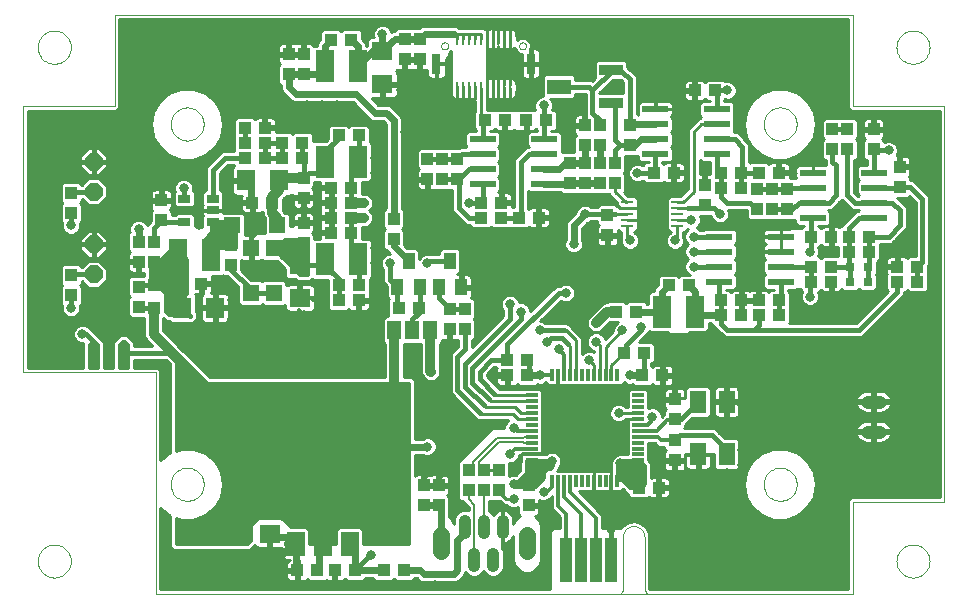
<source format=gtl>
G75*
G70*
%OFA0B0*%
%FSLAX24Y24*%
%IPPOS*%
%LPD*%
%AMOC8*
5,1,8,0,0,1.08239X$1,22.5*
%
%ADD10C,0.0000*%
%ADD11R,0.0394X0.0118*%
%ADD12R,0.0118X0.0394*%
%ADD13R,0.0394X0.0433*%
%ADD14R,0.0433X0.0394*%
%ADD15R,0.0315X0.0315*%
%ADD16R,0.0590X0.0790*%
%ADD17R,0.1500X0.0790*%
%ADD18R,0.0709X0.0630*%
%ADD19R,0.0630X0.0709*%
%ADD20R,0.0551X0.0748*%
%ADD21OC8,0.0600*%
%ADD22R,0.0394X0.0394*%
%ADD23C,0.0413*%
%ADD24C,0.0551*%
%ADD25R,0.0394X0.0276*%
%ADD26R,0.0551X0.0551*%
%ADD27R,0.0630X0.1063*%
%ADD28R,0.0394X0.0551*%
%ADD29R,0.0098X0.0394*%
%ADD30R,0.0315X0.0709*%
%ADD31R,0.0870X0.0240*%
%ADD32R,0.0866X0.0236*%
%ADD33R,0.0394X0.0098*%
%ADD34R,0.0460X0.0630*%
%ADD35R,0.0400X0.1500*%
%ADD36C,0.0440*%
%ADD37R,0.0787X0.0354*%
%ADD38R,0.0787X0.0512*%
%ADD39C,0.0317*%
%ADD40C,0.0320*%
%ADD41C,0.0160*%
%ADD42C,0.0100*%
%ADD43C,0.0240*%
%ADD44C,0.0120*%
%ADD45C,0.0320*%
%ADD46C,0.0138*%
%ADD47C,0.0080*%
D10*
X000780Y001331D02*
X000782Y001378D01*
X000788Y001424D01*
X000798Y001470D01*
X000811Y001515D01*
X000829Y001558D01*
X000850Y001600D01*
X000874Y001640D01*
X000902Y001677D01*
X000933Y001712D01*
X000967Y001745D01*
X001003Y001774D01*
X001042Y001800D01*
X001083Y001823D01*
X001126Y001842D01*
X001170Y001858D01*
X001215Y001870D01*
X001261Y001878D01*
X001308Y001882D01*
X001354Y001882D01*
X001401Y001878D01*
X001447Y001870D01*
X001492Y001858D01*
X001536Y001842D01*
X001579Y001823D01*
X001620Y001800D01*
X001659Y001774D01*
X001695Y001745D01*
X001729Y001712D01*
X001760Y001677D01*
X001788Y001640D01*
X001812Y001600D01*
X001833Y001558D01*
X001851Y001515D01*
X001864Y001470D01*
X001874Y001424D01*
X001880Y001378D01*
X001882Y001331D01*
X001880Y001284D01*
X001874Y001238D01*
X001864Y001192D01*
X001851Y001147D01*
X001833Y001104D01*
X001812Y001062D01*
X001788Y001022D01*
X001760Y000985D01*
X001729Y000950D01*
X001695Y000917D01*
X001659Y000888D01*
X001620Y000862D01*
X001579Y000839D01*
X001536Y000820D01*
X001492Y000804D01*
X001447Y000792D01*
X001401Y000784D01*
X001354Y000780D01*
X001308Y000780D01*
X001261Y000784D01*
X001215Y000792D01*
X001170Y000804D01*
X001126Y000820D01*
X001083Y000839D01*
X001042Y000862D01*
X001003Y000888D01*
X000967Y000917D01*
X000933Y000950D01*
X000902Y000985D01*
X000874Y001022D01*
X000850Y001062D01*
X000829Y001104D01*
X000811Y001147D01*
X000798Y001192D01*
X000788Y001238D01*
X000782Y001284D01*
X000780Y001331D01*
X004717Y000248D02*
X004717Y007630D01*
X000288Y007630D01*
X000288Y016489D01*
X003339Y016489D01*
X003339Y019540D01*
X027945Y019540D01*
X027945Y016489D01*
X030996Y016489D01*
X030996Y003300D01*
X027945Y003300D01*
X027945Y000248D01*
X004717Y000248D01*
X005209Y003890D02*
X005211Y003937D01*
X005217Y003983D01*
X005227Y004029D01*
X005240Y004074D01*
X005258Y004117D01*
X005279Y004159D01*
X005303Y004199D01*
X005331Y004236D01*
X005362Y004271D01*
X005396Y004304D01*
X005432Y004333D01*
X005471Y004359D01*
X005512Y004382D01*
X005555Y004401D01*
X005599Y004417D01*
X005644Y004429D01*
X005690Y004437D01*
X005737Y004441D01*
X005783Y004441D01*
X005830Y004437D01*
X005876Y004429D01*
X005921Y004417D01*
X005965Y004401D01*
X006008Y004382D01*
X006049Y004359D01*
X006088Y004333D01*
X006124Y004304D01*
X006158Y004271D01*
X006189Y004236D01*
X006217Y004199D01*
X006241Y004159D01*
X006262Y004117D01*
X006280Y004074D01*
X006293Y004029D01*
X006303Y003983D01*
X006309Y003937D01*
X006311Y003890D01*
X006309Y003843D01*
X006303Y003797D01*
X006293Y003751D01*
X006280Y003706D01*
X006262Y003663D01*
X006241Y003621D01*
X006217Y003581D01*
X006189Y003544D01*
X006158Y003509D01*
X006124Y003476D01*
X006088Y003447D01*
X006049Y003421D01*
X006008Y003398D01*
X005965Y003379D01*
X005921Y003363D01*
X005876Y003351D01*
X005830Y003343D01*
X005783Y003339D01*
X005737Y003339D01*
X005690Y003343D01*
X005644Y003351D01*
X005599Y003363D01*
X005555Y003379D01*
X005512Y003398D01*
X005471Y003421D01*
X005432Y003447D01*
X005396Y003476D01*
X005362Y003509D01*
X005331Y003544D01*
X005303Y003581D01*
X005279Y003621D01*
X005258Y003663D01*
X005240Y003706D01*
X005227Y003751D01*
X005217Y003797D01*
X005211Y003843D01*
X005209Y003890D01*
X020275Y002135D02*
X020275Y000360D01*
X020242Y000310D01*
X020192Y000248D01*
X021092Y000248D01*
X021042Y000310D01*
X021005Y000360D01*
X021005Y002135D01*
X021003Y002172D01*
X020998Y002208D01*
X020988Y002244D01*
X020975Y002279D01*
X020959Y002312D01*
X020940Y002344D01*
X020917Y002373D01*
X020891Y002400D01*
X020863Y002424D01*
X020833Y002445D01*
X020801Y002463D01*
X020767Y002477D01*
X020731Y002488D01*
X020695Y002496D01*
X020658Y002500D01*
X020622Y002500D01*
X020585Y002496D01*
X020549Y002488D01*
X020513Y002477D01*
X020479Y002463D01*
X020447Y002445D01*
X020417Y002424D01*
X020389Y002400D01*
X020363Y002373D01*
X020340Y002344D01*
X020321Y002312D01*
X020305Y002279D01*
X020292Y002244D01*
X020282Y002208D01*
X020277Y002172D01*
X020275Y002135D01*
X024973Y003890D02*
X024975Y003937D01*
X024981Y003983D01*
X024991Y004029D01*
X025004Y004074D01*
X025022Y004117D01*
X025043Y004159D01*
X025067Y004199D01*
X025095Y004236D01*
X025126Y004271D01*
X025160Y004304D01*
X025196Y004333D01*
X025235Y004359D01*
X025276Y004382D01*
X025319Y004401D01*
X025363Y004417D01*
X025408Y004429D01*
X025454Y004437D01*
X025501Y004441D01*
X025547Y004441D01*
X025594Y004437D01*
X025640Y004429D01*
X025685Y004417D01*
X025729Y004401D01*
X025772Y004382D01*
X025813Y004359D01*
X025852Y004333D01*
X025888Y004304D01*
X025922Y004271D01*
X025953Y004236D01*
X025981Y004199D01*
X026005Y004159D01*
X026026Y004117D01*
X026044Y004074D01*
X026057Y004029D01*
X026067Y003983D01*
X026073Y003937D01*
X026075Y003890D01*
X026073Y003843D01*
X026067Y003797D01*
X026057Y003751D01*
X026044Y003706D01*
X026026Y003663D01*
X026005Y003621D01*
X025981Y003581D01*
X025953Y003544D01*
X025922Y003509D01*
X025888Y003476D01*
X025852Y003447D01*
X025813Y003421D01*
X025772Y003398D01*
X025729Y003379D01*
X025685Y003363D01*
X025640Y003351D01*
X025594Y003343D01*
X025547Y003339D01*
X025501Y003339D01*
X025454Y003343D01*
X025408Y003351D01*
X025363Y003363D01*
X025319Y003379D01*
X025276Y003398D01*
X025235Y003421D01*
X025196Y003447D01*
X025160Y003476D01*
X025126Y003509D01*
X025095Y003544D01*
X025067Y003581D01*
X025043Y003621D01*
X025022Y003663D01*
X025004Y003706D01*
X024991Y003751D01*
X024981Y003797D01*
X024975Y003843D01*
X024973Y003890D01*
X029402Y001331D02*
X029404Y001378D01*
X029410Y001424D01*
X029420Y001470D01*
X029433Y001515D01*
X029451Y001558D01*
X029472Y001600D01*
X029496Y001640D01*
X029524Y001677D01*
X029555Y001712D01*
X029589Y001745D01*
X029625Y001774D01*
X029664Y001800D01*
X029705Y001823D01*
X029748Y001842D01*
X029792Y001858D01*
X029837Y001870D01*
X029883Y001878D01*
X029930Y001882D01*
X029976Y001882D01*
X030023Y001878D01*
X030069Y001870D01*
X030114Y001858D01*
X030158Y001842D01*
X030201Y001823D01*
X030242Y001800D01*
X030281Y001774D01*
X030317Y001745D01*
X030351Y001712D01*
X030382Y001677D01*
X030410Y001640D01*
X030434Y001600D01*
X030455Y001558D01*
X030473Y001515D01*
X030486Y001470D01*
X030496Y001424D01*
X030502Y001378D01*
X030504Y001331D01*
X030502Y001284D01*
X030496Y001238D01*
X030486Y001192D01*
X030473Y001147D01*
X030455Y001104D01*
X030434Y001062D01*
X030410Y001022D01*
X030382Y000985D01*
X030351Y000950D01*
X030317Y000917D01*
X030281Y000888D01*
X030242Y000862D01*
X030201Y000839D01*
X030158Y000820D01*
X030114Y000804D01*
X030069Y000792D01*
X030023Y000784D01*
X029976Y000780D01*
X029930Y000780D01*
X029883Y000784D01*
X029837Y000792D01*
X029792Y000804D01*
X029748Y000820D01*
X029705Y000839D01*
X029664Y000862D01*
X029625Y000888D01*
X029589Y000917D01*
X029555Y000950D01*
X029524Y000985D01*
X029496Y001022D01*
X029472Y001062D01*
X029451Y001104D01*
X029433Y001147D01*
X029420Y001192D01*
X029410Y001238D01*
X029404Y001284D01*
X029402Y001331D01*
X024973Y015898D02*
X024975Y015945D01*
X024981Y015991D01*
X024991Y016037D01*
X025004Y016082D01*
X025022Y016125D01*
X025043Y016167D01*
X025067Y016207D01*
X025095Y016244D01*
X025126Y016279D01*
X025160Y016312D01*
X025196Y016341D01*
X025235Y016367D01*
X025276Y016390D01*
X025319Y016409D01*
X025363Y016425D01*
X025408Y016437D01*
X025454Y016445D01*
X025501Y016449D01*
X025547Y016449D01*
X025594Y016445D01*
X025640Y016437D01*
X025685Y016425D01*
X025729Y016409D01*
X025772Y016390D01*
X025813Y016367D01*
X025852Y016341D01*
X025888Y016312D01*
X025922Y016279D01*
X025953Y016244D01*
X025981Y016207D01*
X026005Y016167D01*
X026026Y016125D01*
X026044Y016082D01*
X026057Y016037D01*
X026067Y015991D01*
X026073Y015945D01*
X026075Y015898D01*
X026073Y015851D01*
X026067Y015805D01*
X026057Y015759D01*
X026044Y015714D01*
X026026Y015671D01*
X026005Y015629D01*
X025981Y015589D01*
X025953Y015552D01*
X025922Y015517D01*
X025888Y015484D01*
X025852Y015455D01*
X025813Y015429D01*
X025772Y015406D01*
X025729Y015387D01*
X025685Y015371D01*
X025640Y015359D01*
X025594Y015351D01*
X025547Y015347D01*
X025501Y015347D01*
X025454Y015351D01*
X025408Y015359D01*
X025363Y015371D01*
X025319Y015387D01*
X025276Y015406D01*
X025235Y015429D01*
X025196Y015455D01*
X025160Y015484D01*
X025126Y015517D01*
X025095Y015552D01*
X025067Y015589D01*
X025043Y015629D01*
X025022Y015671D01*
X025004Y015714D01*
X024991Y015759D01*
X024981Y015805D01*
X024975Y015851D01*
X024973Y015898D01*
X029402Y018457D02*
X029404Y018504D01*
X029410Y018550D01*
X029420Y018596D01*
X029433Y018641D01*
X029451Y018684D01*
X029472Y018726D01*
X029496Y018766D01*
X029524Y018803D01*
X029555Y018838D01*
X029589Y018871D01*
X029625Y018900D01*
X029664Y018926D01*
X029705Y018949D01*
X029748Y018968D01*
X029792Y018984D01*
X029837Y018996D01*
X029883Y019004D01*
X029930Y019008D01*
X029976Y019008D01*
X030023Y019004D01*
X030069Y018996D01*
X030114Y018984D01*
X030158Y018968D01*
X030201Y018949D01*
X030242Y018926D01*
X030281Y018900D01*
X030317Y018871D01*
X030351Y018838D01*
X030382Y018803D01*
X030410Y018766D01*
X030434Y018726D01*
X030455Y018684D01*
X030473Y018641D01*
X030486Y018596D01*
X030496Y018550D01*
X030502Y018504D01*
X030504Y018457D01*
X030502Y018410D01*
X030496Y018364D01*
X030486Y018318D01*
X030473Y018273D01*
X030455Y018230D01*
X030434Y018188D01*
X030410Y018148D01*
X030382Y018111D01*
X030351Y018076D01*
X030317Y018043D01*
X030281Y018014D01*
X030242Y017988D01*
X030201Y017965D01*
X030158Y017946D01*
X030114Y017930D01*
X030069Y017918D01*
X030023Y017910D01*
X029976Y017906D01*
X029930Y017906D01*
X029883Y017910D01*
X029837Y017918D01*
X029792Y017930D01*
X029748Y017946D01*
X029705Y017965D01*
X029664Y017988D01*
X029625Y018014D01*
X029589Y018043D01*
X029555Y018076D01*
X029524Y018111D01*
X029496Y018148D01*
X029472Y018188D01*
X029451Y018230D01*
X029433Y018273D01*
X029420Y018318D01*
X029410Y018364D01*
X029404Y018410D01*
X029402Y018457D01*
X016823Y018502D02*
X016825Y018523D01*
X016831Y018543D01*
X016840Y018563D01*
X016852Y018580D01*
X016867Y018594D01*
X016885Y018606D01*
X016905Y018614D01*
X016925Y018619D01*
X016946Y018620D01*
X016967Y018617D01*
X016987Y018611D01*
X017006Y018600D01*
X017023Y018587D01*
X017036Y018571D01*
X017047Y018553D01*
X017055Y018533D01*
X017059Y018513D01*
X017059Y018491D01*
X017055Y018471D01*
X017047Y018451D01*
X017036Y018433D01*
X017023Y018417D01*
X017006Y018404D01*
X016987Y018393D01*
X016967Y018387D01*
X016946Y018384D01*
X016925Y018385D01*
X016905Y018390D01*
X016885Y018398D01*
X016867Y018410D01*
X016852Y018424D01*
X016840Y018441D01*
X016831Y018461D01*
X016825Y018481D01*
X016823Y018502D01*
X014225Y018502D02*
X014227Y018523D01*
X014233Y018543D01*
X014242Y018563D01*
X014254Y018580D01*
X014269Y018594D01*
X014287Y018606D01*
X014307Y018614D01*
X014327Y018619D01*
X014348Y018620D01*
X014369Y018617D01*
X014389Y018611D01*
X014408Y018600D01*
X014425Y018587D01*
X014438Y018571D01*
X014449Y018553D01*
X014457Y018533D01*
X014461Y018513D01*
X014461Y018491D01*
X014457Y018471D01*
X014449Y018451D01*
X014438Y018433D01*
X014425Y018417D01*
X014408Y018404D01*
X014389Y018393D01*
X014369Y018387D01*
X014348Y018384D01*
X014327Y018385D01*
X014307Y018390D01*
X014287Y018398D01*
X014269Y018410D01*
X014254Y018424D01*
X014242Y018441D01*
X014233Y018461D01*
X014227Y018481D01*
X014225Y018502D01*
X005209Y015898D02*
X005211Y015945D01*
X005217Y015991D01*
X005227Y016037D01*
X005240Y016082D01*
X005258Y016125D01*
X005279Y016167D01*
X005303Y016207D01*
X005331Y016244D01*
X005362Y016279D01*
X005396Y016312D01*
X005432Y016341D01*
X005471Y016367D01*
X005512Y016390D01*
X005555Y016409D01*
X005599Y016425D01*
X005644Y016437D01*
X005690Y016445D01*
X005737Y016449D01*
X005783Y016449D01*
X005830Y016445D01*
X005876Y016437D01*
X005921Y016425D01*
X005965Y016409D01*
X006008Y016390D01*
X006049Y016367D01*
X006088Y016341D01*
X006124Y016312D01*
X006158Y016279D01*
X006189Y016244D01*
X006217Y016207D01*
X006241Y016167D01*
X006262Y016125D01*
X006280Y016082D01*
X006293Y016037D01*
X006303Y015991D01*
X006309Y015945D01*
X006311Y015898D01*
X006309Y015851D01*
X006303Y015805D01*
X006293Y015759D01*
X006280Y015714D01*
X006262Y015671D01*
X006241Y015629D01*
X006217Y015589D01*
X006189Y015552D01*
X006158Y015517D01*
X006124Y015484D01*
X006088Y015455D01*
X006049Y015429D01*
X006008Y015406D01*
X005965Y015387D01*
X005921Y015371D01*
X005876Y015359D01*
X005830Y015351D01*
X005783Y015347D01*
X005737Y015347D01*
X005690Y015351D01*
X005644Y015359D01*
X005599Y015371D01*
X005555Y015387D01*
X005512Y015406D01*
X005471Y015429D01*
X005432Y015455D01*
X005396Y015484D01*
X005362Y015517D01*
X005331Y015552D01*
X005303Y015589D01*
X005279Y015629D01*
X005258Y015671D01*
X005240Y015714D01*
X005227Y015759D01*
X005217Y015805D01*
X005211Y015851D01*
X005209Y015898D01*
X000780Y018457D02*
X000782Y018504D01*
X000788Y018550D01*
X000798Y018596D01*
X000811Y018641D01*
X000829Y018684D01*
X000850Y018726D01*
X000874Y018766D01*
X000902Y018803D01*
X000933Y018838D01*
X000967Y018871D01*
X001003Y018900D01*
X001042Y018926D01*
X001083Y018949D01*
X001126Y018968D01*
X001170Y018984D01*
X001215Y018996D01*
X001261Y019004D01*
X001308Y019008D01*
X001354Y019008D01*
X001401Y019004D01*
X001447Y018996D01*
X001492Y018984D01*
X001536Y018968D01*
X001579Y018949D01*
X001620Y018926D01*
X001659Y018900D01*
X001695Y018871D01*
X001729Y018838D01*
X001760Y018803D01*
X001788Y018766D01*
X001812Y018726D01*
X001833Y018684D01*
X001851Y018641D01*
X001864Y018596D01*
X001874Y018550D01*
X001880Y018504D01*
X001882Y018457D01*
X001880Y018410D01*
X001874Y018364D01*
X001864Y018318D01*
X001851Y018273D01*
X001833Y018230D01*
X001812Y018188D01*
X001788Y018148D01*
X001760Y018111D01*
X001729Y018076D01*
X001695Y018043D01*
X001659Y018014D01*
X001620Y017988D01*
X001579Y017965D01*
X001536Y017946D01*
X001492Y017930D01*
X001447Y017918D01*
X001401Y017910D01*
X001354Y017906D01*
X001308Y017906D01*
X001261Y017910D01*
X001215Y017918D01*
X001170Y017930D01*
X001126Y017946D01*
X001083Y017965D01*
X001042Y017988D01*
X001003Y018014D01*
X000967Y018043D01*
X000933Y018076D01*
X000902Y018111D01*
X000874Y018148D01*
X000850Y018188D01*
X000829Y018230D01*
X000811Y018273D01*
X000798Y018318D01*
X000788Y018364D01*
X000782Y018410D01*
X000780Y018457D01*
D11*
X017245Y006852D03*
X017245Y006655D03*
X017245Y006458D03*
X017245Y006261D03*
X017245Y006064D03*
X017245Y005868D03*
X017245Y005671D03*
X017245Y005474D03*
X017245Y005277D03*
X017245Y005080D03*
X017245Y004883D03*
X017245Y004686D03*
X020789Y004686D03*
X020789Y004883D03*
X020789Y005080D03*
X020789Y005277D03*
X020789Y005474D03*
X020789Y005671D03*
X020789Y005868D03*
X020789Y006064D03*
X020789Y006261D03*
X020789Y006458D03*
X020789Y006655D03*
X020789Y006852D03*
D12*
X020100Y007541D03*
X019903Y007541D03*
X019706Y007541D03*
X019509Y007541D03*
X019312Y007541D03*
X019116Y007541D03*
X018919Y007541D03*
X018722Y007541D03*
X018525Y007541D03*
X018328Y007541D03*
X018131Y007541D03*
X017934Y007541D03*
X017934Y003997D03*
X018131Y003997D03*
X018328Y003997D03*
X018525Y003997D03*
X018722Y003997D03*
X018919Y003997D03*
X019116Y003997D03*
X019312Y003997D03*
X019509Y003997D03*
X019706Y003997D03*
X019903Y003997D03*
X020100Y003997D03*
D13*
X022017Y004684D03*
X022017Y005354D03*
X022017Y006059D03*
X022017Y006729D03*
X017142Y003854D03*
X017142Y003184D03*
X016142Y003684D03*
X015642Y003684D03*
X015142Y003684D03*
X014142Y003854D03*
X013642Y003854D03*
X013642Y003184D03*
X014142Y003184D03*
X015142Y004354D03*
X015642Y004354D03*
X016142Y004354D03*
X012977Y001019D03*
X012307Y001019D03*
X014517Y009059D03*
X015017Y009059D03*
X015017Y009729D03*
X014517Y009729D03*
X012642Y012059D03*
X012642Y012729D03*
X013767Y014059D03*
X014267Y014059D03*
X014767Y014059D03*
X014767Y014729D03*
X014267Y014729D03*
X013767Y014729D03*
X009642Y014104D03*
X009642Y013434D03*
X009642Y012604D03*
X009642Y011934D03*
X007223Y011876D03*
X007223Y011207D03*
X004892Y012684D03*
X004892Y013354D03*
X004642Y011979D03*
X004142Y011979D03*
X004142Y011309D03*
X004642Y011309D03*
X004142Y010479D03*
X004142Y009809D03*
X001892Y010184D03*
X001892Y010854D03*
X001892Y012934D03*
X001892Y013604D03*
X009142Y017559D03*
X009642Y017559D03*
X009642Y018229D03*
X009142Y018229D03*
X013017Y018059D03*
X013517Y018059D03*
X013517Y018729D03*
X013017Y018729D03*
X019017Y015854D03*
X019517Y015854D03*
X020517Y015854D03*
X020517Y015184D03*
X020017Y014604D03*
X019517Y014604D03*
X019017Y014604D03*
X018517Y014604D03*
X018517Y013934D03*
X019017Y013934D03*
X019517Y013934D03*
X020017Y013934D03*
X019767Y012854D03*
X019767Y012184D03*
X023017Y013184D03*
X023017Y013854D03*
X024767Y013729D03*
X025267Y013729D03*
X025767Y013729D03*
X025767Y013059D03*
X025267Y013059D03*
X024767Y013059D03*
X027267Y015059D03*
X027767Y015059D03*
X027767Y015729D03*
X027267Y015729D03*
X028642Y015729D03*
X028642Y015059D03*
X029517Y014479D03*
X029517Y013809D03*
X019517Y015184D03*
X019017Y015184D03*
D14*
X017727Y016019D03*
X017057Y016019D03*
X016352Y016019D03*
X015682Y016019D03*
X015557Y013269D03*
X016227Y013269D03*
X016227Y012769D03*
X016807Y012769D03*
X017477Y012769D03*
X015557Y012769D03*
X011477Y010519D03*
X010807Y010519D03*
X010807Y010019D03*
X011477Y010019D03*
X012807Y009769D03*
X013477Y009769D03*
X016432Y008019D03*
X017102Y008019D03*
X017102Y007519D03*
X016432Y007519D03*
X020307Y008269D03*
X020977Y008269D03*
X020932Y007519D03*
X021602Y007519D03*
X020727Y009644D03*
X020057Y009644D03*
X021807Y010519D03*
X022477Y010519D03*
X023557Y010019D03*
X023557Y009519D03*
X024227Y009519D03*
X024227Y010019D03*
X024807Y010019D03*
X024807Y009519D03*
X025477Y009519D03*
X025477Y010019D03*
X026557Y010644D03*
X026557Y011144D03*
X027227Y011144D03*
X027807Y011644D03*
X027807Y012144D03*
X027227Y012144D03*
X026557Y012144D03*
X028477Y012144D03*
X028477Y011644D03*
X029432Y011144D03*
X030102Y011144D03*
X030102Y010644D03*
X029432Y010644D03*
X027227Y010644D03*
X024227Y013769D03*
X023557Y013769D03*
X023557Y014269D03*
X024227Y014269D03*
X024807Y014269D03*
X025477Y014269D03*
X021977Y014269D03*
X021307Y014269D03*
X022682Y017019D03*
X023352Y017019D03*
X011477Y015519D03*
X010807Y015519D03*
X009602Y015269D03*
X008932Y015269D03*
X008352Y015269D03*
X008352Y015769D03*
X007682Y015769D03*
X007682Y015269D03*
X007682Y014769D03*
X008352Y014769D03*
X008932Y014769D03*
X009602Y014769D03*
X010557Y013769D03*
X010557Y013269D03*
X011227Y013269D03*
X011227Y013769D03*
X011227Y012769D03*
X011227Y012269D03*
X010557Y012269D03*
X010557Y012769D03*
X008602Y013269D03*
X007932Y013269D03*
X006227Y010580D03*
X005557Y010580D03*
X010557Y018707D03*
X011227Y018707D03*
X020807Y003769D03*
X021477Y003769D03*
X011352Y001019D03*
X010682Y001019D03*
X010102Y001019D03*
X009432Y001019D03*
D15*
X027847Y010644D03*
X028437Y010644D03*
X028437Y011144D03*
X027847Y011144D03*
D16*
X011177Y001904D03*
X010277Y001904D03*
X009377Y001904D03*
D17*
X010267Y004384D03*
D18*
X008517Y003320D03*
X008517Y002218D03*
X009517Y010093D03*
X009517Y011195D03*
X012267Y017218D03*
X012267Y018320D03*
D19*
X008818Y014019D03*
X007716Y014019D03*
X006693Y009769D03*
X005591Y009769D03*
D20*
X022795Y006635D03*
X023740Y006635D03*
X023740Y004903D03*
X022795Y004903D03*
D21*
X002642Y010894D03*
X002642Y011894D03*
X002642Y013644D03*
X002642Y014644D03*
D22*
X004642Y010538D03*
X004642Y009750D03*
D23*
X015012Y002682D02*
X015012Y002269D01*
X015642Y002269D02*
X015642Y002682D01*
X016272Y002682D02*
X016272Y002269D01*
X015957Y001580D02*
X015957Y001166D01*
X015327Y001166D02*
X015327Y001580D01*
D24*
X014205Y001649D02*
X014205Y002200D01*
X017079Y002200D02*
X017079Y001649D01*
D25*
X006615Y012629D03*
X006615Y013019D03*
X006615Y013409D03*
X005670Y013409D03*
X005670Y012629D03*
D26*
X007269Y012519D03*
X007892Y011767D03*
X008642Y011767D03*
X008765Y012519D03*
X008642Y010271D03*
X007892Y010271D03*
D27*
X006568Y011519D03*
X005466Y011519D03*
X010341Y011394D03*
X011443Y011394D03*
X011443Y014644D03*
X010341Y014644D03*
X010341Y017832D03*
X011443Y017832D03*
X021591Y009644D03*
X022693Y009644D03*
D28*
X014891Y010461D03*
X014143Y010461D03*
X013516Y010461D03*
X012768Y010461D03*
X013142Y011327D03*
X014517Y011327D03*
D29*
X014756Y017085D03*
X014953Y017085D03*
X015150Y017085D03*
X015347Y017085D03*
X015544Y017085D03*
X015741Y017085D03*
X015937Y017085D03*
X016134Y017085D03*
X016331Y017085D03*
X016528Y017085D03*
X016528Y018739D03*
X016331Y018739D03*
X016134Y018739D03*
X015937Y018739D03*
X015741Y018739D03*
X015544Y018739D03*
X015347Y018739D03*
X015150Y018739D03*
X014953Y018739D03*
X014756Y018739D03*
D30*
X014067Y017912D03*
X017217Y017912D03*
D31*
X023487Y012144D03*
X023487Y011644D03*
X023487Y011144D03*
X023487Y010644D03*
X025547Y010644D03*
X025547Y011144D03*
X025547Y011644D03*
X025547Y012144D03*
D32*
X026619Y012769D03*
X026619Y013269D03*
X026619Y013769D03*
X026619Y014269D03*
X028666Y014269D03*
X028666Y013769D03*
X028666Y013269D03*
X028666Y012769D03*
X023416Y014894D03*
X023416Y015394D03*
X023416Y015894D03*
X023416Y016394D03*
X021369Y016394D03*
X021369Y015894D03*
X021369Y015394D03*
X021369Y014894D03*
X017666Y014894D03*
X017666Y015394D03*
X017666Y014394D03*
X017666Y013894D03*
X015619Y013894D03*
X015619Y014394D03*
X015619Y014894D03*
X015619Y015394D03*
D33*
X020435Y013288D03*
X020435Y013091D03*
X020435Y012894D03*
X020435Y012697D03*
X020435Y012500D03*
X022099Y012500D03*
X022099Y012697D03*
X022099Y012894D03*
X022099Y013091D03*
X022099Y013288D03*
D34*
X013867Y009019D03*
X013267Y009019D03*
X012667Y009019D03*
D35*
X018392Y001357D03*
X018892Y001357D03*
X019392Y001357D03*
X019892Y001357D03*
D36*
X028422Y005644D02*
X028862Y005644D01*
X028862Y006644D02*
X028422Y006644D01*
D37*
X019883Y016593D03*
X019883Y017695D03*
D38*
X018151Y017144D03*
D39*
X017642Y017644D03*
X017642Y018144D03*
X017392Y018644D03*
X016872Y018896D03*
X016517Y019269D03*
X016017Y019269D03*
X015517Y019269D03*
X015017Y019269D03*
X014517Y019269D03*
X014017Y019269D03*
X013517Y019269D03*
X013017Y019269D03*
X012517Y019269D03*
X012267Y018894D03*
X012017Y019269D03*
X011767Y018894D03*
X011517Y019269D03*
X011017Y019269D03*
X010517Y019269D03*
X010017Y019269D03*
X010017Y018769D03*
X009455Y018769D03*
X008892Y018769D03*
X008642Y018269D03*
X008642Y017769D03*
X008642Y017269D03*
X008767Y016769D03*
X009267Y016519D03*
X009767Y016519D03*
X010267Y016519D03*
X010767Y016519D03*
X011267Y016394D03*
X011142Y016019D03*
X010642Y016019D03*
X010267Y015519D03*
X009892Y015769D03*
X009392Y015769D03*
X008892Y015769D03*
X008642Y016269D03*
X008142Y016269D03*
X007642Y016269D03*
X007142Y016019D03*
X006892Y016644D03*
X006642Y017269D03*
X005642Y017269D03*
X004642Y017269D03*
X003642Y017269D03*
X003642Y018269D03*
X004642Y018269D03*
X005642Y018269D03*
X006642Y018269D03*
X007642Y018269D03*
X007642Y017269D03*
X007642Y019269D03*
X006642Y019269D03*
X005642Y019269D03*
X004642Y019269D03*
X003642Y019269D03*
X004517Y016394D03*
X003642Y016144D03*
X002642Y016144D03*
X001642Y016144D03*
X000642Y016144D03*
X000642Y015144D03*
X001642Y015144D03*
X001642Y014144D03*
X000642Y014144D03*
X000642Y013144D03*
X001892Y012519D03*
X002767Y012769D03*
X003642Y013144D03*
X004142Y012394D03*
X003642Y012019D03*
X003642Y011519D03*
X003642Y011019D03*
X003642Y010519D03*
X003642Y010019D03*
X003642Y009519D03*
X004017Y009269D03*
X005392Y009144D03*
X005892Y009144D03*
X006392Y009144D03*
X006892Y009144D03*
X007267Y009394D03*
X008142Y009644D03*
X008642Y009644D03*
X009142Y009519D03*
X009642Y009519D03*
X010142Y009519D03*
X010642Y009519D03*
X011142Y009519D03*
X011642Y009519D03*
X012017Y009769D03*
X012017Y010269D03*
X012017Y010769D03*
X012017Y011269D03*
X012517Y011269D03*
X012017Y011769D03*
X011767Y012269D03*
X011642Y012769D03*
X011642Y013269D03*
X011767Y013769D03*
X012017Y014269D03*
X012017Y014769D03*
X012017Y015269D03*
X012017Y015769D03*
X011642Y016019D03*
X012767Y016519D03*
X012267Y016644D03*
X012892Y017019D03*
X013017Y017519D03*
X013517Y017519D03*
X013892Y017269D03*
X014392Y017269D03*
X014392Y016830D03*
X014767Y016580D03*
X015205Y016519D03*
X015892Y016519D03*
X016556Y016519D03*
X017142Y016519D03*
X017642Y016519D03*
X018142Y016394D03*
X018517Y016144D03*
X018892Y016394D03*
X018392Y015644D03*
X018392Y015144D03*
X016892Y015519D03*
X016392Y015519D03*
X016392Y014894D03*
X016392Y014269D03*
X016392Y013769D03*
X017267Y013394D03*
X017892Y013394D03*
X018455Y013394D03*
X019080Y013394D03*
X019580Y013394D03*
X019017Y012894D03*
X018017Y012519D03*
X017517Y012269D03*
X017017Y012269D03*
X016517Y012269D03*
X016017Y012269D03*
X015517Y012269D03*
X014955Y012394D03*
X014517Y012707D03*
X015142Y013269D03*
X014455Y013582D03*
X013767Y013582D03*
X013267Y013769D03*
X013267Y014269D03*
X013267Y014769D03*
X013392Y015269D03*
X013892Y015269D03*
X014392Y015269D03*
X014892Y015269D03*
X015142Y016019D03*
X014142Y016019D03*
X013517Y016644D03*
X013017Y016144D03*
X013017Y015644D03*
X016008Y017902D03*
X016560Y017902D03*
X016872Y017299D03*
X017392Y017019D03*
X018642Y018269D03*
X019642Y018269D03*
X020642Y018269D03*
X020892Y017519D03*
X020142Y017144D03*
X021142Y016894D03*
X021767Y016894D03*
X022142Y017269D03*
X022642Y017519D03*
X023142Y017519D03*
X023642Y017519D03*
X023767Y017019D03*
X024142Y016769D03*
X024142Y016269D03*
X024142Y015769D03*
X024642Y014769D03*
X026267Y014769D03*
X026767Y014769D03*
X026767Y015269D03*
X026830Y016082D03*
X027267Y016269D03*
X027767Y016269D03*
X028267Y016207D03*
X028767Y016207D03*
X029142Y015957D03*
X029642Y016144D03*
X029142Y015519D03*
X029142Y015019D03*
X029642Y015019D03*
X030017Y014769D03*
X030017Y014269D03*
X030392Y013894D03*
X030642Y013394D03*
X030642Y012894D03*
X029892Y012769D03*
X029767Y012269D03*
X029392Y011894D03*
X029017Y011519D03*
X028892Y011019D03*
X028892Y010519D03*
X028517Y010144D03*
X028267Y009769D03*
X028017Y009394D03*
X027517Y009394D03*
X027017Y009394D03*
X026517Y009394D03*
X026017Y009394D03*
X026017Y010144D03*
X026517Y010144D03*
X027517Y010144D03*
X028017Y010144D03*
X029267Y009644D03*
X028892Y009269D03*
X028517Y008894D03*
X028142Y008644D03*
X027642Y008644D03*
X027142Y008644D03*
X026642Y008644D03*
X026142Y008644D03*
X025642Y008644D03*
X025142Y008644D03*
X024642Y008644D03*
X024142Y008644D03*
X023642Y008644D03*
X023267Y009019D03*
X022767Y008769D03*
X022267Y008769D03*
X021767Y008769D03*
X021267Y008769D03*
X021767Y008019D03*
X022142Y007644D03*
X022392Y007269D03*
X022892Y007269D03*
X023392Y007269D03*
X023892Y007269D03*
X024267Y007019D03*
X024267Y006519D03*
X024267Y006019D03*
X023767Y005769D03*
X023267Y005894D03*
X022642Y005894D03*
X021267Y006144D03*
X020142Y006269D03*
X020142Y005769D03*
X019017Y005769D03*
X017767Y006019D03*
X016642Y005769D03*
X016142Y005894D03*
X015642Y005644D03*
X015267Y005269D03*
X014892Y004894D03*
X014642Y004519D03*
X014267Y004269D03*
X014642Y004019D03*
X013767Y004269D03*
X013767Y005144D03*
X012767Y005144D03*
X011767Y005144D03*
X010767Y005144D03*
X009767Y005144D03*
X008767Y005144D03*
X007767Y005144D03*
X006767Y005144D03*
X007767Y004144D03*
X008767Y004144D03*
X007767Y003144D03*
X007767Y002144D03*
X008392Y001519D03*
X008892Y001519D03*
X008892Y001019D03*
X009392Y000519D03*
X010017Y000519D03*
X010642Y000519D03*
X011267Y000519D03*
X012017Y000519D03*
X013017Y000519D03*
X014017Y000519D03*
X015017Y000519D03*
X016017Y000519D03*
X017017Y000519D03*
X017642Y000519D03*
X019892Y002394D03*
X020517Y003269D03*
X020080Y003519D03*
X019580Y003519D03*
X019080Y003519D03*
X017642Y003644D03*
X017642Y003144D03*
X016642Y003394D03*
X016642Y003894D03*
X017342Y004269D03*
X017917Y004669D03*
X018392Y004519D03*
X017767Y005144D03*
X016642Y004394D03*
X016517Y004894D03*
X014767Y006144D03*
X013767Y006144D03*
X012767Y006144D03*
X011767Y006144D03*
X010767Y006144D03*
X009767Y006144D03*
X008767Y006144D03*
X007767Y006144D03*
X006767Y006144D03*
X005767Y006144D03*
X005017Y005894D03*
X005017Y005019D03*
X005017Y006769D03*
X005767Y007144D03*
X005017Y007644D03*
X006517Y007644D03*
X006767Y007144D03*
X007142Y007644D03*
X007767Y007144D03*
X008142Y007644D03*
X008767Y007144D03*
X009142Y007644D03*
X009767Y007144D03*
X010142Y007644D03*
X010767Y007144D03*
X011142Y007644D03*
X011767Y007144D03*
X012142Y007644D03*
X012767Y007144D03*
X013892Y007644D03*
X016017Y007519D03*
X017517Y007519D03*
X018267Y007019D03*
X020267Y007019D03*
X020517Y007519D03*
X021267Y007019D03*
X022767Y008019D03*
X023767Y008019D03*
X024642Y007644D03*
X025642Y007644D03*
X026642Y007644D03*
X027642Y007644D03*
X028642Y007644D03*
X029642Y007644D03*
X030642Y007644D03*
X030642Y006644D03*
X029642Y006644D03*
X029642Y005644D03*
X030642Y005644D03*
X030642Y004644D03*
X029642Y004644D03*
X028642Y004644D03*
X027642Y004644D03*
X026767Y004394D03*
X026017Y005144D03*
X025642Y005644D03*
X024767Y005019D03*
X024267Y005019D03*
X024267Y005519D03*
X024267Y004519D03*
X023767Y004269D03*
X023267Y004269D03*
X022767Y004269D03*
X022017Y004144D03*
X022017Y003707D03*
X022017Y003269D03*
X021517Y003269D03*
X021017Y003269D03*
X021267Y002519D03*
X021642Y002519D03*
X022642Y002519D03*
X023642Y002519D03*
X024392Y003144D03*
X023642Y003519D03*
X022767Y003519D03*
X021517Y004269D03*
X021392Y004707D03*
X021267Y005144D03*
X020770Y004394D03*
X020395Y004144D03*
X020203Y004583D03*
X019517Y004519D03*
X016017Y003144D03*
X014892Y003144D03*
X014642Y003519D03*
X012767Y003144D03*
X011767Y003144D03*
X010767Y003144D03*
X009767Y003144D03*
X011767Y002144D03*
X011892Y001519D03*
X012767Y002144D03*
X012767Y004144D03*
X011767Y004144D03*
X007017Y001519D03*
X006767Y002144D03*
X006017Y001519D03*
X005767Y002144D03*
X005017Y001644D03*
X005017Y002769D03*
X005017Y000519D03*
X006017Y000519D03*
X007017Y000519D03*
X008017Y000519D03*
X000642Y008019D03*
X000642Y009144D03*
X001642Y009144D03*
X001892Y009769D03*
X000642Y010144D03*
X000642Y011144D03*
X001517Y011644D03*
X000642Y012144D03*
X003642Y014144D03*
X003642Y015144D03*
X004642Y015144D03*
X005392Y014519D03*
X006517Y014769D03*
X005642Y013769D03*
X005330Y013019D03*
X010267Y010519D03*
X010267Y010019D03*
X013517Y011894D03*
X013142Y012269D03*
X013767Y011269D03*
X015017Y011144D03*
X015517Y011144D03*
X016017Y011144D03*
X016517Y011144D03*
X017017Y011144D03*
X017517Y011144D03*
X018017Y011144D03*
X018517Y011207D03*
X019017Y011519D03*
X019517Y011644D03*
X020017Y011644D03*
X020517Y012019D03*
X021017Y012144D03*
X021017Y012644D03*
X021517Y012644D03*
X021517Y013144D03*
X021017Y013144D03*
X020517Y013644D03*
X021017Y013769D03*
X021642Y013769D03*
X022267Y013769D03*
X023017Y014394D03*
X023517Y012894D03*
X023767Y012519D03*
X024142Y012894D03*
X024642Y012519D03*
X024892Y012144D03*
X025267Y012519D03*
X025892Y012519D03*
X026517Y011644D03*
X027142Y011644D03*
X027392Y012644D03*
X027642Y013019D03*
X029767Y013269D03*
X030642Y012394D03*
X030642Y011894D03*
X029892Y011644D03*
X030642Y011394D03*
X030642Y010894D03*
X030642Y010394D03*
X030142Y010144D03*
X029642Y010019D03*
X030642Y009644D03*
X030642Y008644D03*
X029642Y008644D03*
X027642Y006644D03*
X026642Y006644D03*
X025642Y006644D03*
X026642Y005644D03*
X027642Y005644D03*
X027642Y003644D03*
X026767Y003394D03*
X026642Y002519D03*
X027642Y002519D03*
X027642Y001519D03*
X026642Y001519D03*
X025642Y001519D03*
X024642Y001519D03*
X023642Y001519D03*
X022642Y001519D03*
X021642Y001519D03*
X021642Y000519D03*
X022642Y000519D03*
X023642Y000519D03*
X024642Y000519D03*
X025642Y000519D03*
X026642Y000519D03*
X027642Y000519D03*
X025642Y002519D03*
X024642Y002519D03*
X028642Y003644D03*
X029642Y003644D03*
X030642Y003644D03*
X020392Y010144D03*
X020892Y010644D03*
X021267Y011019D03*
X021767Y011519D03*
X022017Y012019D03*
X022642Y012144D03*
X023017Y012644D03*
X022570Y012697D03*
X024267Y012144D03*
X024267Y011644D03*
X024267Y011144D03*
X024767Y011144D03*
X024892Y011644D03*
X024767Y010519D03*
X024267Y010519D03*
X022642Y011144D03*
X022642Y011644D03*
X019392Y011019D03*
X018892Y010519D03*
X017892Y010519D03*
X016892Y010519D03*
X016142Y010519D03*
X015392Y010394D03*
X015642Y009769D03*
X016142Y009519D03*
X015642Y009144D03*
X017892Y009394D03*
X018892Y009019D03*
X019392Y009269D03*
X018142Y008394D03*
X018642Y011894D03*
X019142Y012144D03*
X020767Y014269D03*
X020517Y014644D03*
X024142Y017269D03*
X024642Y017269D03*
X025642Y017269D03*
X026642Y017269D03*
X027642Y017269D03*
X027642Y018269D03*
X026642Y018269D03*
X025642Y018269D03*
X024642Y018269D03*
X023642Y018269D03*
X022642Y018269D03*
X021642Y018269D03*
X021642Y019269D03*
X022642Y019269D03*
X023642Y019269D03*
X024642Y019269D03*
X025642Y019269D03*
X026642Y019269D03*
X027642Y019269D03*
X030642Y016144D03*
X030642Y015144D03*
X028142Y014644D03*
X020642Y019269D03*
X019642Y019269D03*
X018642Y019269D03*
X017642Y019269D03*
X019142Y017519D03*
X008642Y019269D03*
D40*
X010341Y017832D02*
X010392Y017780D01*
X009642Y014104D02*
X008903Y014104D01*
X008818Y014019D02*
X008818Y013695D01*
X008602Y013479D01*
X008602Y013269D01*
X008602Y012934D01*
X008767Y012769D01*
X008767Y012521D01*
X008765Y012519D01*
X011267Y013269D02*
X011642Y013269D01*
X011642Y012769D02*
X011392Y012769D01*
X012667Y009019D02*
X012667Y007244D01*
X012767Y007144D01*
X013867Y007669D02*
X013892Y007644D01*
X013867Y007669D02*
X013867Y009019D01*
X019392Y009269D02*
X019767Y009644D01*
X020057Y009644D01*
X015012Y002475D02*
X015012Y002264D01*
X006392Y007144D02*
X005267Y008269D01*
X004642Y008894D01*
X004642Y009750D01*
D41*
X004201Y009750D01*
X004142Y009809D01*
X004142Y010479D02*
X004201Y010538D01*
X004642Y010538D01*
X005591Y009769D02*
X005852Y009508D01*
X005642Y009769D02*
X005642Y011394D01*
X005466Y011570D01*
X005466Y011519D01*
X006348Y011792D02*
X006348Y012042D01*
X006598Y012292D01*
X006598Y012519D01*
X006892Y012519D01*
X007348Y012542D01*
X007348Y011792D01*
X006348Y011792D01*
X006348Y011796D02*
X007348Y011796D01*
X007348Y011955D02*
X006348Y011955D01*
X006420Y012113D02*
X007348Y012113D01*
X007348Y012272D02*
X006578Y012272D01*
X006598Y012430D02*
X007348Y012430D01*
X007269Y012519D02*
X007159Y012629D01*
X006615Y012629D01*
X005670Y012629D02*
X004947Y012629D01*
X004892Y012684D01*
X004642Y012434D01*
X004642Y011979D01*
X002642Y010894D02*
X001932Y010894D01*
X001892Y010854D01*
X001892Y010184D02*
X001892Y009769D01*
X002267Y008894D02*
X002392Y008894D01*
X002642Y008644D01*
X002642Y008519D01*
X002624Y008626D02*
X002660Y008626D01*
X002642Y008644D02*
X002767Y008519D01*
X002767Y007810D01*
X002517Y007810D01*
X002517Y008519D01*
X002642Y008644D01*
X002517Y008468D02*
X002767Y008468D01*
X002767Y008309D02*
X002517Y008309D01*
X002517Y008151D02*
X002767Y008151D01*
X002767Y007992D02*
X002517Y007992D01*
X002517Y007834D02*
X002767Y007834D01*
X003517Y007834D02*
X003767Y007834D01*
X003767Y007810D02*
X003517Y007810D01*
X003517Y008519D01*
X003642Y008644D01*
X003767Y008519D01*
X003767Y007810D01*
X003767Y007992D02*
X003517Y007992D01*
X003517Y008151D02*
X003767Y008151D01*
X003767Y008309D02*
X003517Y008309D01*
X003642Y008269D02*
X005267Y008269D01*
X003767Y008468D02*
X003517Y008468D01*
X003624Y008626D02*
X003660Y008626D01*
X007223Y011044D02*
X007223Y011207D01*
X007223Y011044D02*
X007848Y010419D01*
X007892Y010271D02*
X008642Y010271D01*
X009408Y011004D02*
X009767Y011004D01*
X009767Y010894D02*
X009517Y010894D01*
X008892Y011519D01*
X008892Y011894D01*
X009017Y012019D01*
X009642Y012019D01*
X009767Y011894D01*
X009767Y010894D01*
X009767Y011162D02*
X009249Y011162D01*
X009091Y011321D02*
X009767Y011321D01*
X009767Y011479D02*
X008932Y011479D01*
X008892Y011638D02*
X009767Y011638D01*
X009767Y011796D02*
X008892Y011796D01*
X008953Y011955D02*
X009707Y011955D01*
X010341Y011394D02*
X010392Y011343D01*
X010392Y011144D01*
X010807Y010729D01*
X010807Y010519D01*
X010807Y010019D01*
X011477Y010519D02*
X011477Y011361D01*
X011443Y011394D01*
X011227Y011611D01*
X011227Y012269D01*
X011227Y012769D01*
X011642Y012769D01*
X011227Y013269D02*
X011227Y013769D01*
X011227Y014428D01*
X011443Y014644D01*
X011477Y014678D01*
X011477Y015519D01*
X010807Y015519D02*
X010807Y015434D01*
X010392Y015019D01*
X010392Y014695D01*
X010341Y014644D01*
X010341Y014343D01*
X010267Y014269D01*
X009807Y014269D01*
X009642Y014104D01*
X009642Y014729D01*
X009602Y014769D01*
X009602Y015269D01*
X008932Y015269D02*
X008352Y015269D01*
X008352Y014769D01*
X008892Y014769D01*
X008932Y014769D02*
X008932Y015269D01*
X007682Y015269D02*
X007682Y015769D01*
X007682Y014769D02*
X007017Y014769D01*
X006615Y014367D01*
X006615Y013409D01*
X005670Y013409D02*
X005642Y013436D01*
X005642Y013769D01*
X002642Y013644D02*
X001932Y013644D01*
X001892Y013604D01*
X001892Y012934D02*
X001892Y012519D01*
X008818Y014019D02*
X008903Y014104D01*
X010341Y011394D02*
X010142Y011195D01*
X009517Y011195D01*
X012517Y011269D02*
X012517Y010712D01*
X012768Y010461D01*
X012768Y009808D01*
X012807Y009769D01*
X013267Y009394D02*
X013267Y009019D01*
X013267Y009394D02*
X013477Y009604D01*
X013477Y009769D01*
X013516Y009808D01*
X013516Y010461D01*
X014143Y010461D02*
X014143Y010103D01*
X014517Y009729D01*
X015017Y009729D01*
X015017Y009059D02*
X015017Y008394D01*
X014767Y008144D01*
X014767Y007019D01*
X015517Y006269D01*
X015642Y006519D02*
X015017Y007144D01*
X015017Y007894D01*
X016517Y009394D01*
X016517Y009894D01*
X016892Y009644D02*
X016892Y009394D01*
X015267Y007769D01*
X015267Y007269D01*
X015820Y006716D01*
X015998Y006913D02*
X015517Y007394D01*
X015517Y007644D01*
X015892Y008019D01*
X016432Y008019D01*
X016432Y008559D01*
X018142Y010269D01*
X018392Y010269D01*
X018331Y009019D02*
X017517Y009019D01*
X017767Y008644D02*
X017892Y008769D01*
X018267Y008769D01*
X018456Y008580D01*
X017142Y008019D02*
X017142Y007559D01*
X017142Y008019D02*
X017102Y008019D01*
X016432Y007519D02*
X016017Y007519D01*
X020307Y008269D02*
X020392Y008354D01*
X020392Y008519D01*
X020892Y009019D01*
X020892Y009144D01*
X020977Y008269D02*
X020977Y007563D01*
X020932Y007519D01*
X022219Y006059D02*
X022795Y006635D01*
X022219Y006059D02*
X022017Y006059D01*
X022182Y005519D02*
X022017Y005354D01*
X022182Y005519D02*
X023267Y005519D01*
X023740Y005047D01*
X023740Y004903D01*
X019892Y002394D02*
X019892Y001357D01*
X011892Y001519D02*
X011852Y001519D01*
X011352Y001019D01*
X023557Y009229D02*
X023767Y009019D01*
X024642Y009019D01*
X028142Y009019D01*
X029432Y010309D01*
X029432Y010644D01*
X030102Y010644D02*
X030102Y011144D01*
X030267Y011309D01*
X030267Y013394D01*
X029852Y013809D01*
X029517Y013809D01*
X029477Y013769D01*
X028666Y013769D01*
X028666Y013269D02*
X028017Y013269D01*
X027767Y013519D01*
X027767Y015059D01*
X027267Y015059D02*
X027267Y014644D01*
X027392Y014519D01*
X027392Y013519D01*
X027142Y013269D01*
X026619Y013269D01*
X026142Y013269D01*
X025932Y013059D01*
X025767Y013059D01*
X025267Y013059D01*
X024767Y013059D02*
X024727Y013059D01*
X024517Y013269D01*
X023767Y013269D01*
X023557Y013479D01*
X023557Y013769D01*
X023557Y014269D01*
X023416Y014411D01*
X023416Y014894D01*
X023416Y015394D02*
X024017Y015394D01*
X024267Y015144D01*
X024267Y014309D01*
X024227Y014269D01*
X024227Y013769D01*
X024767Y013729D02*
X025267Y013729D01*
X025767Y013729D01*
X025807Y013769D01*
X026619Y013769D01*
X026619Y012769D02*
X026557Y012708D01*
X026557Y012144D01*
X026557Y011684D01*
X026517Y011644D01*
X026557Y011144D02*
X026557Y010644D01*
X026517Y010604D01*
X026517Y010144D01*
X025547Y010089D02*
X025477Y010019D01*
X025477Y009519D01*
X025547Y010089D02*
X025547Y010644D01*
X025547Y011144D02*
X026557Y011144D01*
X027227Y011144D02*
X027847Y011144D01*
X027847Y010644D01*
X028437Y010644D02*
X028437Y011144D01*
X028477Y011183D01*
X028477Y011644D01*
X028477Y012144D01*
X029142Y012144D01*
X029517Y012519D01*
X029517Y013019D01*
X029267Y013269D01*
X028666Y013269D01*
X028666Y012769D02*
X028142Y012769D01*
X027807Y012434D01*
X027807Y012144D01*
X027807Y011644D01*
X027807Y011183D01*
X027847Y011144D01*
X024807Y009519D02*
X024807Y009184D01*
X024642Y009019D01*
X023557Y009229D02*
X023557Y009519D01*
X023557Y010019D01*
X023487Y010089D01*
X023487Y010644D01*
X023487Y011144D02*
X022642Y011144D01*
X022642Y011644D02*
X023487Y011644D01*
X023487Y012144D02*
X022642Y012144D01*
X023517Y012894D02*
X023320Y013091D01*
X023267Y013091D01*
X022464Y013091D01*
X023017Y013184D02*
X023111Y013091D01*
X024227Y014269D02*
X024807Y014269D01*
X027267Y015729D02*
X027767Y015729D01*
X028642Y015059D02*
X028642Y015019D01*
X029142Y015019D01*
X028642Y015019D02*
X028642Y014269D01*
X028666Y014269D01*
X023767Y017019D02*
X023392Y017019D01*
X023416Y016995D01*
X023416Y016394D01*
X023416Y016955D01*
X023352Y017019D01*
X020517Y017394D02*
X020517Y015854D01*
X020017Y015350D02*
X020182Y015184D01*
X020017Y015019D01*
X020017Y014604D01*
X020182Y015184D02*
X020517Y015184D01*
X020017Y015350D02*
X020017Y016519D01*
X020091Y016593D01*
X019883Y016593D01*
X019517Y016019D02*
X019267Y016269D01*
X019267Y017019D01*
X019943Y017695D01*
X019883Y017695D01*
X019934Y017644D01*
X020267Y017644D01*
X020517Y017394D01*
X019267Y017019D02*
X019142Y017144D01*
X018151Y017144D01*
X017642Y016519D02*
X017642Y016019D01*
X017666Y015995D01*
X017666Y015394D01*
X017666Y015958D01*
X017727Y016019D01*
X017666Y014894D02*
X017142Y014894D01*
X016892Y014644D01*
X016892Y012854D01*
X016807Y012769D01*
X016227Y012769D01*
X015557Y012769D02*
X015142Y012769D01*
X014807Y013104D01*
X014807Y014059D01*
X014767Y014059D01*
X014267Y014059D01*
X014807Y014059D02*
X015142Y014394D01*
X015619Y014394D01*
X015619Y013894D02*
X015619Y013330D01*
X015557Y013269D01*
X015142Y013269D01*
X014767Y014729D02*
X014267Y014729D01*
X013767Y014729D01*
X014767Y014729D02*
X014932Y014894D01*
X015619Y014894D01*
X015619Y015394D02*
X015619Y015955D01*
X015682Y016019D01*
X016902Y017912D02*
X017611Y017912D01*
X019517Y016019D02*
X019517Y015854D01*
X021369Y014894D02*
X021369Y014330D01*
X021307Y014269D01*
X020767Y014269D01*
X020017Y012894D02*
X019807Y012894D01*
X019767Y012854D01*
X019727Y012894D01*
X019017Y012894D01*
X014517Y011327D02*
X013825Y011327D01*
X013767Y011269D01*
X022693Y009644D02*
X022807Y009530D01*
X022807Y009519D01*
X010341Y017832D02*
X010069Y017559D01*
D42*
X009594Y018180D02*
X009191Y018180D01*
X009191Y018277D01*
X009489Y018277D01*
X009594Y018277D01*
X009594Y018595D01*
X009426Y018595D01*
X009392Y018586D01*
X009359Y018595D01*
X009191Y018595D01*
X009191Y018277D01*
X009094Y018277D01*
X009094Y018595D01*
X008926Y018595D01*
X008887Y018585D01*
X008853Y018565D01*
X008825Y018537D01*
X008805Y018503D01*
X008795Y018465D01*
X008795Y018277D01*
X009094Y018277D01*
X009094Y018180D01*
X008795Y018180D01*
X008795Y017992D01*
X008805Y017954D01*
X008825Y017920D01*
X008851Y017894D01*
X008795Y017838D01*
X008795Y017281D01*
X008872Y017204D01*
X008872Y017090D01*
X008913Y016991D01*
X008989Y016915D01*
X009239Y016665D01*
X009338Y016624D01*
X011280Y016624D01*
X011864Y016040D01*
X011963Y015999D01*
X012280Y015999D01*
X012372Y015907D01*
X012372Y013084D01*
X012295Y013007D01*
X012295Y012450D01*
X012351Y012394D01*
X012295Y012338D01*
X012295Y011781D01*
X012383Y011693D01*
X012405Y011693D01*
X012413Y011674D01*
X012489Y011598D01*
X012510Y011578D01*
X012456Y011578D01*
X012342Y011531D01*
X012256Y011444D01*
X012209Y011330D01*
X012209Y011208D01*
X012256Y011094D01*
X012287Y011063D01*
X012287Y010617D01*
X012421Y010483D01*
X012421Y010123D01*
X012479Y010066D01*
X012441Y010028D01*
X012441Y009510D01*
X012467Y009484D01*
X012375Y009484D01*
X012287Y009396D01*
X012287Y008642D01*
X012357Y008572D01*
X012357Y007469D01*
X006506Y007469D01*
X005530Y008445D01*
X004952Y009023D01*
X004952Y009426D01*
X005059Y009319D01*
X005160Y009319D01*
X005214Y009265D01*
X005968Y009265D01*
X006056Y009353D01*
X006056Y009387D01*
X006082Y009413D01*
X006082Y009604D01*
X006056Y009629D01*
X006056Y010186D01*
X006008Y010233D01*
X006178Y010233D01*
X006178Y010532D01*
X006275Y010532D01*
X006275Y010233D01*
X006276Y010233D01*
X006258Y010216D01*
X006239Y010181D01*
X006228Y010143D01*
X006228Y009819D01*
X006643Y009819D01*
X006643Y009719D01*
X006228Y009719D01*
X006228Y009395D01*
X006239Y009357D01*
X006258Y009323D01*
X006286Y009295D01*
X006320Y009275D01*
X006359Y009265D01*
X006643Y009265D01*
X006643Y009719D01*
X006743Y009719D01*
X006743Y009265D01*
X007028Y009265D01*
X007066Y009275D01*
X007100Y009295D01*
X007128Y009323D01*
X007148Y009357D01*
X007158Y009395D01*
X007158Y009719D01*
X006743Y009719D01*
X006743Y009819D01*
X006643Y009819D01*
X006643Y010273D01*
X006545Y010273D01*
X006563Y010291D01*
X006583Y010326D01*
X006593Y010364D01*
X006593Y010532D01*
X006275Y010532D01*
X006275Y010629D01*
X006593Y010629D01*
X006593Y010797D01*
X006583Y010835D01*
X006582Y010838D01*
X006945Y010838D01*
X006956Y010849D01*
X006964Y010840D01*
X007101Y010840D01*
X007128Y010814D01*
X007467Y010475D01*
X007467Y009933D01*
X007554Y009845D01*
X008230Y009845D01*
X008267Y009883D01*
X008304Y009845D01*
X008980Y009845D01*
X009013Y009878D01*
X009013Y009758D01*
X009023Y009720D01*
X009043Y009686D01*
X009071Y009658D01*
X009105Y009638D01*
X009143Y009628D01*
X009467Y009628D01*
X009467Y009744D01*
X009547Y009664D01*
X009567Y009664D01*
X009567Y009628D01*
X009891Y009628D01*
X009929Y009638D01*
X009964Y009658D01*
X009991Y009686D01*
X010011Y009720D01*
X010021Y009758D01*
X010021Y010043D01*
X009944Y010043D01*
X009862Y010124D01*
X009567Y010124D01*
X009567Y010143D01*
X009467Y010143D01*
X009467Y010558D01*
X009143Y010558D01*
X009105Y010548D01*
X009071Y010528D01*
X009068Y010525D01*
X009068Y010609D01*
X008980Y010697D01*
X008304Y010697D01*
X008267Y010659D01*
X008230Y010697D01*
X007896Y010697D01*
X007570Y011022D01*
X007570Y011349D01*
X007597Y011342D01*
X007842Y011342D01*
X007842Y011717D01*
X007942Y011717D01*
X007942Y011342D01*
X008187Y011342D01*
X008226Y011352D01*
X008260Y011372D01*
X008274Y011372D01*
X008267Y011379D02*
X008304Y011342D01*
X008744Y011342D01*
X009013Y011073D01*
X009013Y010818D01*
X009101Y010730D01*
X009356Y010730D01*
X009422Y010664D01*
X009862Y010664D01*
X009929Y010730D01*
X009934Y010730D01*
X009940Y010737D01*
X009964Y010713D01*
X010441Y010713D01*
X010441Y009760D01*
X010529Y009672D01*
X011086Y009672D01*
X011142Y009728D01*
X011168Y009702D01*
X011202Y009682D01*
X011240Y009672D01*
X011428Y009672D01*
X011428Y009971D01*
X011525Y009971D01*
X011525Y010068D01*
X011843Y010068D01*
X011843Y010236D01*
X011838Y010255D01*
X011843Y010260D01*
X011843Y010736D01*
X011908Y010800D01*
X011908Y011988D01*
X011820Y012076D01*
X011593Y012076D01*
X011593Y012459D01*
X011704Y012459D01*
X011818Y012506D01*
X011905Y012593D01*
X011952Y012707D01*
X011952Y012831D01*
X011905Y012945D01*
X011831Y013019D01*
X011905Y013093D01*
X011952Y013207D01*
X011952Y013331D01*
X011905Y013445D01*
X011818Y013532D01*
X011704Y013579D01*
X011593Y013579D01*
X011593Y013963D01*
X011820Y013963D01*
X011908Y014050D01*
X011908Y015238D01*
X011843Y015303D01*
X011843Y015778D01*
X011755Y015866D01*
X011198Y015866D01*
X011142Y015810D01*
X011086Y015866D01*
X010529Y015866D01*
X010441Y015778D01*
X010441Y015393D01*
X010373Y015326D01*
X009968Y015326D01*
X009968Y015528D01*
X009880Y015616D01*
X009323Y015616D01*
X009267Y015560D01*
X009211Y015616D01*
X008718Y015616D01*
X008718Y015721D01*
X008400Y015721D01*
X008400Y015818D01*
X008303Y015818D01*
X008303Y016116D01*
X008115Y016116D01*
X008077Y016106D01*
X008043Y016086D01*
X008017Y016060D01*
X007961Y016116D01*
X007404Y016116D01*
X007316Y016028D01*
X007316Y014999D01*
X006922Y014999D01*
X006787Y014864D01*
X006385Y014462D01*
X006385Y013697D01*
X006356Y013697D01*
X006268Y013609D01*
X006268Y013209D01*
X006275Y013202D01*
X006268Y013177D01*
X006268Y013038D01*
X006596Y013038D01*
X006596Y013000D01*
X006268Y013000D01*
X006268Y012862D01*
X006275Y012836D01*
X006268Y012829D01*
X006268Y012469D01*
X006237Y012499D01*
X006017Y012499D01*
X006017Y012829D01*
X005929Y012917D01*
X005411Y012917D01*
X005353Y012859D01*
X005239Y012859D01*
X005239Y012963D01*
X005183Y013019D01*
X005209Y013045D01*
X005229Y013079D01*
X005239Y013117D01*
X005239Y013305D01*
X004941Y013305D01*
X004941Y013402D01*
X005239Y013402D01*
X005239Y013590D01*
X005229Y013628D01*
X005209Y013662D01*
X005181Y013690D01*
X005147Y013710D01*
X005109Y013720D01*
X004941Y013720D01*
X004941Y013402D01*
X004844Y013402D01*
X004844Y013720D01*
X004676Y013720D01*
X004637Y013710D01*
X004603Y013690D01*
X004575Y013662D01*
X004555Y013628D01*
X004545Y013590D01*
X004545Y013402D01*
X004844Y013402D01*
X004844Y013305D01*
X004545Y013305D01*
X004545Y013117D01*
X004555Y013079D01*
X004575Y013045D01*
X004601Y013019D01*
X004545Y012963D01*
X004545Y012663D01*
X004418Y012535D01*
X004404Y012569D01*
X004317Y012656D01*
X004203Y012703D01*
X004081Y012703D01*
X003967Y012656D01*
X003881Y012569D01*
X003834Y012455D01*
X002199Y012455D01*
X002201Y012458D02*
X002201Y012580D01*
X002190Y012607D01*
X002239Y012656D01*
X002239Y013213D01*
X002183Y013269D01*
X002239Y013325D01*
X002239Y013411D01*
X002456Y013194D01*
X002829Y013194D01*
X003092Y013458D01*
X003092Y013830D01*
X002829Y014094D01*
X002456Y014094D01*
X002239Y013877D01*
X002239Y013882D01*
X002151Y013970D01*
X001633Y013970D01*
X001545Y013882D01*
X001545Y013325D01*
X001601Y013269D01*
X001545Y013213D01*
X001545Y012656D01*
X001595Y012607D01*
X001584Y012580D01*
X001584Y012458D01*
X001631Y012344D01*
X001717Y012258D01*
X000438Y012258D01*
X000438Y012160D02*
X002271Y012160D01*
X002192Y012080D02*
X002192Y011924D01*
X002612Y011924D01*
X002612Y011864D01*
X002192Y011864D01*
X002192Y011708D01*
X002456Y011444D01*
X002612Y011444D01*
X002612Y011864D01*
X002672Y011864D01*
X002672Y011444D01*
X002829Y011444D01*
X003092Y011708D01*
X003092Y011864D01*
X002672Y011864D01*
X002672Y011924D01*
X002612Y011924D01*
X002612Y012344D01*
X002456Y012344D01*
X002192Y012080D01*
X002192Y012061D02*
X000438Y012061D01*
X000438Y011963D02*
X002192Y011963D01*
X002192Y011766D02*
X000438Y011766D01*
X000438Y011864D02*
X002612Y011864D01*
X002672Y011864D02*
X003795Y011864D01*
X003795Y011766D02*
X003092Y011766D01*
X003052Y011667D02*
X003828Y011667D01*
X003851Y011644D02*
X003825Y011618D01*
X003805Y011584D01*
X003795Y011546D01*
X003795Y011358D01*
X004094Y011358D01*
X004094Y011261D01*
X004191Y011261D01*
X004191Y010943D01*
X004317Y010943D01*
X004317Y010845D01*
X003883Y010845D01*
X003795Y010757D01*
X003795Y010200D01*
X003851Y010144D01*
X003795Y010088D01*
X003795Y009531D01*
X003883Y009443D01*
X004332Y009443D01*
X004332Y008832D01*
X004379Y008718D01*
X004599Y008499D01*
X003997Y008499D01*
X003997Y008614D01*
X003862Y008749D01*
X003737Y008874D01*
X003547Y008874D01*
X003422Y008749D01*
X003287Y008614D01*
X003287Y007780D01*
X002997Y007780D01*
X002997Y008614D01*
X002872Y008739D01*
X002487Y009124D01*
X002476Y009124D01*
X002443Y009157D01*
X002329Y009204D01*
X002205Y009204D01*
X002092Y009157D01*
X002004Y009070D01*
X001957Y008956D01*
X001957Y008832D01*
X002004Y008718D01*
X002092Y008631D01*
X002205Y008584D01*
X002287Y008584D01*
X002287Y007780D01*
X000438Y007780D01*
X000438Y016339D01*
X003401Y016339D01*
X003489Y016426D01*
X003489Y019390D01*
X027795Y019390D01*
X027795Y016426D01*
X027883Y016339D01*
X030846Y016339D01*
X030846Y003450D01*
X027883Y003450D01*
X027795Y003362D01*
X027795Y000398D01*
X021163Y000398D01*
X021161Y000402D01*
X021155Y000409D01*
X021155Y002253D01*
X021053Y002465D01*
X020869Y002611D01*
X020869Y002611D01*
X020640Y002664D01*
X020411Y002611D01*
X020227Y002465D01*
X020227Y002465D01*
X020227Y002465D01*
X020207Y002423D01*
X019602Y002423D01*
X019602Y002856D01*
X019479Y002979D01*
X018808Y003651D01*
X019312Y003651D01*
X019312Y003726D01*
X019312Y003726D01*
X019312Y003726D01*
X019312Y003651D01*
X019903Y003651D01*
X020221Y003651D01*
X020287Y003716D01*
X020317Y003686D01*
X020434Y003569D01*
X020441Y003569D01*
X020441Y003510D01*
X020529Y003422D01*
X021086Y003422D01*
X021142Y003478D01*
X021168Y003452D01*
X021202Y003432D01*
X021240Y003422D01*
X021428Y003422D01*
X021428Y003721D01*
X021525Y003721D01*
X021525Y003818D01*
X021428Y003818D01*
X021428Y004116D01*
X021240Y004116D01*
X021217Y004110D01*
X021217Y004602D01*
X021136Y004683D01*
X021136Y005264D01*
X021350Y005264D01*
X021470Y005144D01*
X021670Y005144D01*
X021670Y005075D01*
X021726Y005019D01*
X021700Y004993D01*
X021680Y004959D01*
X021670Y004921D01*
X021670Y004733D01*
X021969Y004733D01*
X021969Y004636D01*
X022066Y004636D01*
X022066Y004733D01*
X022364Y004733D01*
X022364Y004914D01*
X022745Y004914D01*
X022745Y004853D01*
X022845Y004853D01*
X022845Y004914D01*
X023314Y004914D01*
X023314Y004467D01*
X023402Y004379D01*
X024077Y004379D01*
X024165Y004467D01*
X024165Y005339D01*
X024077Y005427D01*
X023685Y005427D01*
X023497Y005614D01*
X023362Y005749D01*
X022332Y005749D01*
X022364Y005781D01*
X022364Y005879D01*
X022596Y006111D01*
X023132Y006111D01*
X023220Y006199D01*
X023220Y007071D01*
X023132Y007159D01*
X022457Y007159D01*
X022369Y007071D01*
X022369Y006749D01*
X022172Y006749D01*
X022103Y006680D01*
X022066Y006680D01*
X022066Y006777D01*
X022364Y006777D01*
X022364Y006965D01*
X022354Y007003D01*
X022334Y007037D01*
X022306Y007065D01*
X022272Y007085D01*
X022234Y007095D01*
X022066Y007095D01*
X022066Y006777D01*
X021969Y006777D01*
X021969Y007095D01*
X021801Y007095D01*
X021762Y007085D01*
X021728Y007065D01*
X021700Y007037D01*
X021680Y007003D01*
X021670Y006965D01*
X021670Y006777D01*
X021969Y006777D01*
X021969Y006680D01*
X021670Y006680D01*
X021670Y006492D01*
X021680Y006454D01*
X021700Y006420D01*
X021726Y006394D01*
X021670Y006338D01*
X021670Y006219D01*
X021576Y006125D01*
X021576Y006205D01*
X021529Y006319D01*
X021442Y006406D01*
X021328Y006453D01*
X021206Y006453D01*
X021136Y006423D01*
X021136Y006973D01*
X021048Y007061D01*
X020530Y007061D01*
X020442Y006973D01*
X020442Y006461D01*
X020386Y006461D01*
X020317Y006531D01*
X020203Y006578D01*
X020081Y006578D01*
X019967Y006531D01*
X019881Y006444D01*
X019834Y006330D01*
X019834Y006208D01*
X019881Y006094D01*
X019967Y006008D01*
X020081Y005961D01*
X020203Y005961D01*
X020317Y006008D01*
X020370Y006061D01*
X020442Y006061D01*
X020442Y004886D01*
X020328Y004886D01*
X020322Y004892D01*
X020145Y004892D01*
X020144Y004891D01*
X020142Y004891D01*
X020029Y004844D01*
X019942Y004758D01*
X019895Y004644D01*
X019895Y004521D01*
X019900Y004510D01*
X019900Y004344D01*
X019312Y004344D01*
X018075Y004344D01*
X018142Y004411D01*
X018142Y004458D01*
X018179Y004494D01*
X018226Y004608D01*
X018226Y004730D01*
X018179Y004844D01*
X018092Y004931D01*
X017978Y004978D01*
X017856Y004978D01*
X017742Y004931D01*
X017706Y004894D01*
X017592Y004894D01*
X017592Y006973D01*
X017504Y007061D01*
X016986Y007061D01*
X016977Y007052D01*
X016185Y007052D01*
X015747Y007489D01*
X015747Y007549D01*
X015987Y007789D01*
X016066Y007789D01*
X016066Y007760D01*
X016071Y007755D01*
X016066Y007736D01*
X016066Y007568D01*
X016384Y007568D01*
X016384Y007471D01*
X016066Y007471D01*
X016066Y007302D01*
X016076Y007264D01*
X016096Y007230D01*
X016124Y007202D01*
X016158Y007182D01*
X016196Y007172D01*
X016384Y007172D01*
X016384Y007471D01*
X016481Y007471D01*
X016481Y007172D01*
X016669Y007172D01*
X016707Y007182D01*
X016741Y007202D01*
X016767Y007228D01*
X016823Y007172D01*
X017380Y007172D01*
X017430Y007221D01*
X017456Y007211D01*
X017578Y007211D01*
X017692Y007258D01*
X017725Y007291D01*
X017725Y007282D01*
X017813Y007194D01*
X018131Y007194D01*
X018131Y007270D01*
X018131Y007270D01*
X018131Y007270D01*
X018131Y007194D01*
X020221Y007194D01*
X020309Y007282D01*
X020309Y007291D01*
X020342Y007258D01*
X020456Y007211D01*
X020578Y007211D01*
X020605Y007221D01*
X020654Y007172D01*
X021211Y007172D01*
X021267Y007228D01*
X021293Y007202D01*
X021327Y007182D01*
X021365Y007172D01*
X021553Y007172D01*
X021553Y007471D01*
X021650Y007471D01*
X021650Y007568D01*
X021553Y007568D01*
X021553Y007866D01*
X021365Y007866D01*
X021327Y007856D01*
X021293Y007836D01*
X021267Y007810D01*
X021211Y007866D01*
X021207Y007866D01*
X021207Y007922D01*
X021255Y007922D01*
X021343Y008010D01*
X021343Y008528D01*
X021255Y008616D01*
X020814Y008616D01*
X021122Y008924D01*
X021122Y008936D01*
X021155Y008968D01*
X021170Y009006D01*
X021214Y008963D01*
X021755Y008963D01*
X021817Y008900D01*
X022467Y008900D01*
X022529Y008963D01*
X023070Y008963D01*
X023158Y009050D01*
X023158Y009249D01*
X023202Y009249D01*
X023279Y009172D01*
X023327Y009172D01*
X023327Y009133D01*
X023537Y008924D01*
X023672Y008789D01*
X028237Y008789D01*
X028372Y008924D01*
X029528Y010079D01*
X029662Y010214D01*
X029662Y010297D01*
X029711Y010297D01*
X029767Y010353D01*
X029823Y010297D01*
X030380Y010297D01*
X030468Y010385D01*
X030468Y011185D01*
X030497Y011214D01*
X030497Y013489D01*
X030362Y013624D01*
X029947Y014039D01*
X029864Y014039D01*
X029864Y014088D01*
X029808Y014144D01*
X029834Y014170D01*
X029854Y014204D01*
X029864Y014242D01*
X029864Y014430D01*
X029566Y014430D01*
X029566Y014527D01*
X029864Y014527D01*
X029864Y014715D01*
X029854Y014753D01*
X029834Y014787D01*
X029806Y014815D01*
X029772Y014835D01*
X029734Y014845D01*
X029566Y014845D01*
X029566Y014527D01*
X029469Y014527D01*
X029469Y014845D01*
X029404Y014845D01*
X029451Y014958D01*
X029451Y015080D01*
X029404Y015194D01*
X029317Y015281D01*
X029203Y015328D01*
X029081Y015328D01*
X028989Y015289D01*
X028989Y015338D01*
X028933Y015394D01*
X028959Y015420D01*
X028979Y015454D01*
X028989Y015492D01*
X028989Y015680D01*
X028691Y015680D01*
X028691Y015777D01*
X028989Y015777D01*
X028989Y015965D01*
X028979Y016003D01*
X028959Y016037D01*
X028931Y016065D01*
X028897Y016085D01*
X028859Y016095D01*
X028691Y016095D01*
X028691Y015777D01*
X028594Y015777D01*
X028594Y016095D01*
X028426Y016095D01*
X028387Y016085D01*
X028353Y016065D01*
X028325Y016037D01*
X028305Y016003D01*
X028295Y015965D01*
X028295Y015777D01*
X028594Y015777D01*
X028594Y015680D01*
X028295Y015680D01*
X028295Y015492D01*
X028305Y015454D01*
X028325Y015420D01*
X028351Y015394D01*
X028295Y015338D01*
X028295Y014781D01*
X028383Y014693D01*
X028412Y014693D01*
X028412Y014537D01*
X028171Y014537D01*
X028083Y014449D01*
X028083Y014089D01*
X028152Y014019D01*
X028083Y013949D01*
X028083Y013589D01*
X028152Y013519D01*
X028132Y013499D01*
X028112Y013499D01*
X027997Y013614D01*
X027997Y014693D01*
X028026Y014693D01*
X028114Y014781D01*
X028114Y015338D01*
X028058Y015394D01*
X028114Y015450D01*
X028114Y016007D01*
X028026Y016095D01*
X027008Y016095D01*
X026920Y016007D01*
X026920Y015450D01*
X026976Y015394D01*
X026920Y015338D01*
X026920Y014781D01*
X027008Y014693D01*
X027037Y014693D01*
X027037Y014549D01*
X027049Y014537D01*
X026628Y014537D01*
X026628Y014278D01*
X026609Y014278D01*
X026609Y014537D01*
X026166Y014537D01*
X026128Y014527D01*
X026093Y014507D01*
X026065Y014479D01*
X026046Y014445D01*
X026035Y014407D01*
X026035Y014278D01*
X026037Y014278D01*
X026037Y014260D01*
X026035Y014260D01*
X026035Y014131D01*
X026037Y014125D01*
X026037Y014084D01*
X026026Y014095D01*
X025843Y014095D01*
X025843Y014221D01*
X025525Y014221D01*
X025525Y014318D01*
X025428Y014318D01*
X025428Y014616D01*
X025240Y014616D01*
X025202Y014606D01*
X025168Y014586D01*
X025142Y014560D01*
X025086Y014616D01*
X024529Y014616D01*
X024517Y014604D01*
X024505Y014616D01*
X024497Y014616D01*
X024497Y015239D01*
X024362Y015374D01*
X024112Y015624D01*
X023997Y015624D01*
X023997Y015712D01*
X023999Y015714D01*
X023999Y016074D01*
X023997Y016076D01*
X023997Y016212D01*
X023999Y016214D01*
X023999Y016574D01*
X023911Y016662D01*
X023646Y016662D01*
X023646Y016688D01*
X023680Y016721D01*
X023706Y016711D01*
X023828Y016711D01*
X023942Y016758D01*
X024029Y016844D01*
X024076Y016958D01*
X024076Y017080D01*
X024029Y017194D01*
X023942Y017281D01*
X023828Y017328D01*
X023706Y017328D01*
X023680Y017317D01*
X023630Y017366D01*
X023073Y017366D01*
X023017Y017310D01*
X022991Y017336D01*
X022957Y017356D01*
X022919Y017366D01*
X022731Y017366D01*
X022731Y017068D01*
X022634Y017068D01*
X022634Y017366D01*
X022446Y017366D01*
X022408Y017356D01*
X022374Y017336D01*
X022346Y017308D01*
X022326Y017274D01*
X022316Y017236D01*
X022316Y017068D01*
X022634Y017068D01*
X022634Y016971D01*
X022316Y016971D01*
X022316Y016802D01*
X022326Y016764D01*
X022346Y016730D01*
X022374Y016702D01*
X022408Y016682D01*
X022446Y016672D01*
X022634Y016672D01*
X022634Y016971D01*
X022731Y016971D01*
X022731Y016672D01*
X022919Y016672D01*
X022957Y016682D01*
X022991Y016702D01*
X023017Y016728D01*
X023073Y016672D01*
X023186Y016672D01*
X023186Y016662D01*
X022921Y016662D01*
X022833Y016574D01*
X022833Y016214D01*
X022902Y016144D01*
X022852Y016094D01*
X022809Y016094D01*
X022559Y015844D01*
X022442Y015727D01*
X022442Y013727D01*
X022203Y013488D01*
X022016Y013488D01*
X022015Y013487D01*
X021840Y013487D01*
X021752Y013399D01*
X021752Y012389D01*
X021840Y012301D01*
X021892Y012301D01*
X021842Y012281D01*
X021756Y012194D01*
X021709Y012080D01*
X021709Y011958D01*
X021756Y011844D01*
X021842Y011758D01*
X021956Y011711D01*
X022078Y011711D01*
X022192Y011758D01*
X022279Y011844D01*
X022326Y011958D01*
X022326Y012080D01*
X022299Y012144D01*
X022299Y012301D01*
X022358Y012301D01*
X022446Y012389D01*
X022446Y012415D01*
X022468Y012406D01*
X022467Y012406D01*
X022381Y012319D01*
X022334Y012205D01*
X022334Y012083D01*
X022381Y011969D01*
X022456Y011894D01*
X022381Y011819D01*
X022334Y011705D01*
X022334Y011583D01*
X022381Y011469D01*
X022456Y011394D01*
X022381Y011319D01*
X022334Y011205D01*
X022334Y011083D01*
X022381Y010969D01*
X022467Y010883D01*
X022508Y010866D01*
X022198Y010866D01*
X022142Y010810D01*
X022086Y010866D01*
X021529Y010866D01*
X021441Y010778D01*
X021441Y010534D01*
X021362Y010456D01*
X021321Y010356D01*
X021321Y010326D01*
X021214Y010326D01*
X021126Y010238D01*
X021126Y009914D01*
X021082Y009914D01*
X021005Y009991D01*
X020448Y009991D01*
X020392Y009935D01*
X020336Y009991D01*
X019779Y009991D01*
X019742Y009954D01*
X019705Y009954D01*
X019592Y009907D01*
X019129Y009445D01*
X019082Y009331D01*
X019082Y009207D01*
X019129Y009093D01*
X019217Y009006D01*
X019330Y008959D01*
X019454Y008959D01*
X019568Y009006D01*
X019859Y009297D01*
X020129Y009297D01*
X020092Y009282D01*
X020004Y009195D01*
X019957Y009081D01*
X019957Y008992D01*
X019693Y008728D01*
X019655Y008820D01*
X019568Y008907D01*
X019454Y008954D01*
X019330Y008954D01*
X019217Y008907D01*
X019129Y008820D01*
X019082Y008706D01*
X019082Y008582D01*
X019129Y008468D01*
X019217Y008381D01*
X019309Y008343D01*
X019309Y008285D01*
X019204Y008329D01*
X019080Y008329D01*
X018967Y008282D01*
X018922Y008237D01*
X018922Y008607D01*
X018922Y008772D01*
X018592Y009102D01*
X018475Y009219D01*
X018456Y009219D01*
X018426Y009249D01*
X017726Y009249D01*
X017693Y009282D01*
X017579Y009329D01*
X017527Y009329D01*
X018211Y010012D01*
X018217Y010006D01*
X018330Y009959D01*
X018454Y009959D01*
X018568Y010006D01*
X018655Y010093D01*
X018702Y010207D01*
X018702Y010331D01*
X018655Y010445D01*
X018568Y010532D01*
X018454Y010579D01*
X018330Y010579D01*
X018217Y010532D01*
X018184Y010499D01*
X018047Y010499D01*
X017202Y009654D01*
X017202Y009706D01*
X017155Y009820D01*
X017068Y009907D01*
X016954Y009954D01*
X016830Y009954D01*
X016827Y009953D01*
X016827Y009956D01*
X016780Y010070D01*
X016693Y010157D01*
X016579Y010204D01*
X016455Y010204D01*
X016342Y010157D01*
X016254Y010070D01*
X016207Y009956D01*
X016207Y009832D01*
X016254Y009718D01*
X016287Y009686D01*
X016287Y009489D01*
X015247Y008449D01*
X015247Y008693D01*
X015276Y008693D01*
X015364Y008781D01*
X015364Y009338D01*
X015308Y009394D01*
X015364Y009450D01*
X015364Y010007D01*
X015276Y010095D01*
X015209Y010095D01*
X015228Y010128D01*
X015238Y010166D01*
X015238Y010413D01*
X014940Y010413D01*
X014940Y010509D01*
X015238Y010509D01*
X015238Y010756D01*
X015228Y010795D01*
X015208Y010829D01*
X015180Y010857D01*
X015146Y010876D01*
X015108Y010887D01*
X014940Y010887D01*
X014940Y010509D01*
X014843Y010509D01*
X014843Y010887D01*
X014748Y010887D01*
X014748Y010893D01*
X014748Y010902D01*
X014776Y010902D01*
X014864Y010989D01*
X014864Y011665D01*
X014776Y011753D01*
X014258Y011753D01*
X014170Y011665D01*
X014170Y011557D01*
X013878Y011557D01*
X013828Y011578D01*
X013706Y011578D01*
X013592Y011531D01*
X013506Y011444D01*
X013489Y011404D01*
X013489Y011665D01*
X013401Y011753D01*
X013098Y011753D01*
X012989Y011862D01*
X012989Y012338D01*
X012933Y012394D01*
X012989Y012450D01*
X012989Y013007D01*
X012912Y013084D01*
X012912Y016073D01*
X012871Y016172D01*
X012621Y016422D01*
X012545Y016498D01*
X012446Y016539D01*
X012129Y016539D01*
X011915Y016753D01*
X012217Y016753D01*
X012217Y017168D01*
X012317Y017168D01*
X012317Y016753D01*
X012641Y016753D01*
X012679Y016763D01*
X012714Y016783D01*
X012741Y016811D01*
X012761Y016845D01*
X012771Y016883D01*
X012771Y017168D01*
X012317Y017168D01*
X012317Y017268D01*
X012771Y017268D01*
X012771Y017553D01*
X012761Y017591D01*
X012741Y017625D01*
X012717Y017650D01*
X012761Y017694D01*
X012761Y017704D01*
X012762Y017703D01*
X012801Y017693D01*
X012969Y017693D01*
X012969Y018011D01*
X013066Y018011D01*
X013066Y018108D01*
X013364Y018108D01*
X013469Y018108D01*
X013469Y018011D01*
X013566Y018011D01*
X013566Y017693D01*
X013734Y017693D01*
X013760Y017700D01*
X013760Y017538D01*
X013770Y017500D01*
X013790Y017465D01*
X013818Y017437D01*
X013852Y017418D01*
X013890Y017407D01*
X014039Y017407D01*
X014039Y017883D01*
X014096Y017883D01*
X014096Y017407D01*
X014245Y017407D01*
X014283Y017418D01*
X014317Y017437D01*
X014345Y017465D01*
X014365Y017500D01*
X014375Y017538D01*
X014375Y017883D01*
X014096Y017883D01*
X014096Y017941D01*
X014375Y017941D01*
X014375Y018052D01*
X014497Y018174D01*
X014497Y018277D01*
X014556Y018337D01*
X014556Y016796D01*
X014673Y016678D01*
X015344Y016678D01*
X015344Y016306D01*
X015316Y016278D01*
X015316Y015760D01*
X015389Y015688D01*
X015389Y015662D01*
X015123Y015662D01*
X015035Y015574D01*
X015035Y015214D01*
X015037Y015212D01*
X015037Y015124D01*
X014837Y015124D01*
X014808Y015095D01*
X013508Y015095D01*
X013420Y015007D01*
X013420Y014450D01*
X013476Y014394D01*
X013450Y014368D01*
X013430Y014334D01*
X013420Y014296D01*
X013420Y014108D01*
X013719Y014108D01*
X013719Y014011D01*
X013816Y014011D01*
X013816Y013693D01*
X013984Y013693D01*
X014003Y013698D01*
X014008Y013693D01*
X014577Y013693D01*
X014577Y013008D01*
X014912Y012674D01*
X015047Y012539D01*
X015191Y012539D01*
X015191Y012510D01*
X015279Y012422D01*
X015836Y012422D01*
X015892Y012478D01*
X015948Y012422D01*
X016505Y012422D01*
X016517Y012434D01*
X016529Y012422D01*
X017086Y012422D01*
X017142Y012478D01*
X017168Y012452D01*
X017202Y012432D01*
X017240Y012422D01*
X017428Y012422D01*
X017428Y012721D01*
X017525Y012721D01*
X017525Y012818D01*
X017428Y012818D01*
X017428Y013116D01*
X017240Y013116D01*
X017202Y013106D01*
X017168Y013086D01*
X017142Y013060D01*
X017122Y013080D01*
X017122Y013674D01*
X017171Y013626D01*
X017607Y013626D01*
X017612Y013624D01*
X018202Y013624D01*
X018258Y013568D01*
X019817Y013568D01*
X019817Y013561D01*
X019934Y013444D01*
X020088Y013290D01*
X020088Y013176D01*
X020092Y013173D01*
X020088Y013160D01*
X020088Y013158D01*
X020026Y013220D01*
X019508Y013220D01*
X019420Y013132D01*
X019420Y013124D01*
X019223Y013124D01*
X019192Y013156D01*
X019078Y013203D01*
X018956Y013203D01*
X018842Y013156D01*
X018756Y013069D01*
X018717Y012976D01*
X018489Y012748D01*
X018413Y012672D01*
X018372Y012573D01*
X018372Y012048D01*
X018334Y011955D01*
X018334Y011833D01*
X018381Y011719D01*
X018467Y011633D01*
X018581Y011586D01*
X018703Y011586D01*
X018817Y011633D01*
X018904Y011719D01*
X018951Y011833D01*
X018951Y011955D01*
X018912Y012048D01*
X018912Y012407D01*
X019099Y012594D01*
X019192Y012633D01*
X019223Y012664D01*
X019420Y012664D01*
X019420Y012575D01*
X019476Y012519D01*
X019450Y012493D01*
X019430Y012459D01*
X019420Y012421D01*
X019420Y012233D01*
X019719Y012233D01*
X019719Y012136D01*
X019816Y012136D01*
X019816Y012233D01*
X020114Y012233D01*
X020114Y012363D01*
X020176Y012301D01*
X020235Y012301D01*
X020235Y012144D01*
X020209Y012080D01*
X020209Y011958D01*
X020256Y011844D01*
X020342Y011758D01*
X020456Y011711D01*
X020578Y011711D01*
X020692Y011758D01*
X020779Y011844D01*
X020826Y011958D01*
X020826Y012080D01*
X020779Y012194D01*
X020692Y012281D01*
X020642Y012301D01*
X020694Y012301D01*
X020782Y012389D01*
X020782Y012612D01*
X020779Y012615D01*
X020782Y012628D01*
X020782Y012697D01*
X020697Y012697D01*
X020697Y012697D01*
X020782Y012697D01*
X020782Y012766D01*
X020779Y012779D01*
X020782Y012783D01*
X020782Y013005D01*
X020779Y013009D01*
X020782Y013022D01*
X020782Y013091D01*
X020782Y013160D01*
X020779Y013173D01*
X020782Y013176D01*
X020782Y013399D01*
X020694Y013487D01*
X020519Y013487D01*
X020518Y013488D01*
X020456Y013488D01*
X020326Y013618D01*
X020364Y013656D01*
X020364Y014213D01*
X020308Y014269D01*
X020364Y014325D01*
X020364Y014818D01*
X020776Y014818D01*
X020785Y014827D01*
X020785Y014714D01*
X020873Y014626D01*
X021139Y014626D01*
X021139Y014616D01*
X021029Y014616D01*
X020943Y014530D01*
X020942Y014531D01*
X020828Y014578D01*
X020706Y014578D01*
X020592Y014531D01*
X020506Y014444D01*
X020459Y014330D01*
X020459Y014208D01*
X020506Y014094D01*
X020592Y014008D01*
X020706Y013961D01*
X020828Y013961D01*
X020942Y014008D01*
X020943Y014008D01*
X021029Y013922D01*
X021586Y013922D01*
X021642Y013978D01*
X021668Y013952D01*
X021702Y013932D01*
X021740Y013922D01*
X021928Y013922D01*
X021928Y014221D01*
X022025Y014221D01*
X022025Y014318D01*
X021928Y014318D01*
X021928Y014616D01*
X021740Y014616D01*
X021702Y014606D01*
X021668Y014586D01*
X021642Y014560D01*
X021599Y014604D01*
X021599Y014626D01*
X021864Y014626D01*
X021952Y014714D01*
X021952Y015074D01*
X021882Y015144D01*
X021952Y015214D01*
X021952Y015574D01*
X021882Y015644D01*
X021952Y015714D01*
X021952Y016074D01*
X021879Y016147D01*
X021894Y016156D01*
X021922Y016184D01*
X021941Y016218D01*
X021952Y016256D01*
X021952Y016385D01*
X021378Y016385D01*
X021378Y016403D01*
X021952Y016403D01*
X021952Y016532D01*
X021941Y016570D01*
X021922Y016604D01*
X021894Y016632D01*
X021859Y016652D01*
X021821Y016662D01*
X021378Y016662D01*
X021378Y016403D01*
X021359Y016403D01*
X021359Y016662D01*
X020916Y016662D01*
X020878Y016652D01*
X020843Y016632D01*
X020815Y016604D01*
X020796Y016570D01*
X020785Y016532D01*
X020785Y016403D01*
X020787Y016403D01*
X020787Y016385D01*
X020785Y016385D01*
X020785Y016256D01*
X020787Y016250D01*
X020787Y016209D01*
X020776Y016220D01*
X020747Y016220D01*
X020747Y017489D01*
X020497Y017739D01*
X020427Y017810D01*
X020427Y017935D01*
X020339Y018022D01*
X019427Y018022D01*
X019340Y017935D01*
X019340Y017456D01*
X019359Y017436D01*
X019267Y017344D01*
X019237Y017374D01*
X018695Y017374D01*
X018695Y017462D01*
X018607Y017550D01*
X017695Y017550D01*
X017607Y017462D01*
X017607Y016828D01*
X017581Y016828D01*
X017467Y016781D01*
X017381Y016694D01*
X017334Y016580D01*
X017334Y016458D01*
X017368Y016374D01*
X016665Y016375D01*
X016664Y016374D01*
X015744Y016375D01*
X015744Y016738D01*
X015810Y016738D01*
X015839Y016746D01*
X015868Y016738D01*
X015937Y016738D01*
X015937Y016860D01*
X015937Y016860D01*
X015937Y016860D01*
X015937Y016738D01*
X016006Y016738D01*
X016036Y016746D01*
X016065Y016738D01*
X016134Y016738D01*
X016134Y016860D01*
X016134Y016860D01*
X016134Y016860D01*
X016134Y016738D01*
X016203Y016738D01*
X016233Y016746D01*
X016262Y016738D01*
X016331Y016738D01*
X016331Y016860D01*
X016331Y016860D01*
X016331Y016860D01*
X016331Y016738D01*
X016400Y016738D01*
X016430Y016746D01*
X016459Y016738D01*
X016528Y016738D01*
X016597Y016738D01*
X016635Y016748D01*
X016669Y016768D01*
X016697Y016796D01*
X016717Y016830D01*
X016727Y016868D01*
X016727Y017005D01*
X016761Y017039D01*
X016761Y017204D01*
X016727Y017238D01*
X016727Y017302D01*
X016717Y017340D01*
X016697Y017374D01*
X016669Y017402D01*
X016635Y017422D01*
X016597Y017432D01*
X016528Y017432D01*
X016528Y017322D01*
X016528Y017322D01*
X016528Y017432D01*
X016459Y017432D01*
X016430Y017424D01*
X016400Y017432D01*
X016331Y017432D01*
X016262Y017432D01*
X016233Y017424D01*
X016203Y017432D01*
X016134Y017432D01*
X016065Y017432D01*
X016036Y017424D01*
X016006Y017432D01*
X015937Y017432D01*
X015868Y017432D01*
X015839Y017424D01*
X015810Y017432D01*
X015744Y017432D01*
X015744Y018392D01*
X015810Y018392D01*
X015839Y018400D01*
X015868Y018392D01*
X015937Y018392D01*
X015937Y018513D01*
X015937Y018513D01*
X015937Y018392D01*
X016006Y018392D01*
X016036Y018400D01*
X016065Y018392D01*
X016134Y018392D01*
X016134Y018513D01*
X016134Y018513D01*
X016134Y018392D01*
X016203Y018392D01*
X016233Y018400D01*
X016262Y018392D01*
X016331Y018392D01*
X016331Y018513D01*
X016331Y018513D01*
X016331Y018392D01*
X016400Y018392D01*
X016430Y018400D01*
X016459Y018392D01*
X016528Y018392D01*
X016597Y018392D01*
X016635Y018402D01*
X016669Y018422D01*
X016680Y018433D01*
X016714Y018350D01*
X016789Y018275D01*
X016888Y018234D01*
X016909Y018234D01*
X016909Y017941D01*
X017188Y017941D01*
X017188Y018398D01*
X017209Y018449D01*
X017209Y018556D01*
X017169Y018654D01*
X017093Y018730D01*
X016995Y018770D01*
X016888Y018770D01*
X016789Y018730D01*
X016761Y018701D01*
X016761Y018797D01*
X016727Y018831D01*
X016727Y018955D01*
X016717Y018993D01*
X016697Y019028D01*
X016669Y019055D01*
X016635Y019075D01*
X016597Y019085D01*
X016528Y019085D01*
X016528Y018964D01*
X016528Y018964D01*
X016528Y019085D01*
X016459Y019085D01*
X016430Y019078D01*
X016400Y019085D01*
X016331Y019085D01*
X016262Y019085D01*
X016233Y019078D01*
X016203Y019085D01*
X016134Y019085D01*
X016065Y019085D01*
X016036Y019078D01*
X016006Y019085D01*
X015937Y019085D01*
X015868Y019085D01*
X015839Y019078D01*
X015810Y019085D01*
X015741Y019085D01*
X015741Y019000D01*
X015741Y019000D01*
X015741Y019085D01*
X015672Y019085D01*
X015659Y019082D01*
X015655Y019085D01*
X015639Y019085D01*
X015627Y019098D01*
X014820Y019098D01*
X014795Y019123D01*
X014696Y019164D01*
X013629Y019164D01*
X013530Y019123D01*
X013502Y019095D01*
X012758Y019095D01*
X012670Y019007D01*
X012670Y018999D01*
X012622Y018999D01*
X012567Y018976D01*
X012529Y019069D01*
X012442Y019156D01*
X012328Y019203D01*
X012206Y019203D01*
X012092Y019156D01*
X012006Y019069D01*
X011959Y018955D01*
X011959Y018833D01*
X011978Y018785D01*
X011851Y018785D01*
X011763Y018697D01*
X011763Y018533D01*
X011743Y018513D01*
X011713Y018513D01*
X011713Y018544D01*
X011672Y018643D01*
X011593Y018722D01*
X011593Y018966D01*
X011505Y019053D01*
X010948Y019053D01*
X010892Y018997D01*
X010836Y019053D01*
X010279Y019053D01*
X010191Y018966D01*
X010191Y018722D01*
X010112Y018643D01*
X010071Y018544D01*
X010071Y018513D01*
X009973Y018513D01*
X009959Y018537D01*
X009931Y018565D01*
X009897Y018585D01*
X009859Y018595D01*
X009691Y018595D01*
X009691Y018277D01*
X009594Y018277D01*
X009594Y018180D01*
X009594Y018267D02*
X009191Y018267D01*
X009094Y018267D02*
X003489Y018267D01*
X003489Y018365D02*
X008795Y018365D01*
X008795Y018464D02*
X003489Y018464D01*
X003489Y018562D02*
X008850Y018562D01*
X009094Y018562D02*
X009191Y018562D01*
X009191Y018464D02*
X009094Y018464D01*
X009094Y018365D02*
X009191Y018365D01*
X009594Y018365D02*
X009691Y018365D01*
X009691Y018464D02*
X009594Y018464D01*
X009594Y018562D02*
X009691Y018562D01*
X009934Y018562D02*
X010079Y018562D01*
X010130Y018661D02*
X003489Y018661D01*
X003489Y018759D02*
X010191Y018759D01*
X010191Y018858D02*
X003489Y018858D01*
X003489Y018956D02*
X010191Y018956D01*
X008795Y018168D02*
X003489Y018168D01*
X003489Y018070D02*
X008795Y018070D01*
X008801Y017971D02*
X003489Y017971D01*
X003489Y017873D02*
X008830Y017873D01*
X008795Y017774D02*
X003489Y017774D01*
X003489Y017676D02*
X008795Y017676D01*
X008795Y017577D02*
X003489Y017577D01*
X003489Y017479D02*
X008795Y017479D01*
X008795Y017380D02*
X003489Y017380D01*
X003489Y017282D02*
X008795Y017282D01*
X008872Y017183D02*
X003489Y017183D01*
X003489Y017085D02*
X008875Y017085D01*
X008918Y016986D02*
X006204Y016986D01*
X006360Y016929D02*
X005969Y017072D01*
X005552Y017072D01*
X005160Y016929D01*
X004841Y016662D01*
X004841Y016662D01*
X004633Y016301D01*
X004633Y016301D01*
X004560Y015890D01*
X004633Y015480D01*
X004633Y015480D01*
X004841Y015119D01*
X004841Y015119D01*
X005160Y014851D01*
X005160Y014851D01*
X005552Y014708D01*
X005969Y014708D01*
X006360Y014851D01*
X006360Y014851D01*
X006679Y015119D01*
X006888Y015480D01*
X006960Y015890D01*
X006960Y015890D01*
X006888Y016301D01*
X006679Y016662D01*
X006360Y016929D01*
X006360Y016929D01*
X006410Y016888D02*
X009017Y016888D01*
X009115Y016789D02*
X006527Y016789D01*
X006645Y016691D02*
X009214Y016691D01*
X008660Y016086D02*
X008626Y016106D01*
X008588Y016116D01*
X008400Y016116D01*
X008400Y015818D01*
X008718Y015818D01*
X008718Y015986D01*
X008708Y016024D01*
X008688Y016058D01*
X008660Y016086D01*
X008637Y016100D02*
X011805Y016100D01*
X011706Y016198D02*
X006906Y016198D01*
X006923Y016100D02*
X007387Y016100D01*
X007316Y016001D02*
X006941Y016001D01*
X006958Y015903D02*
X007316Y015903D01*
X007316Y015804D02*
X006945Y015804D01*
X006928Y015706D02*
X007316Y015706D01*
X007316Y015607D02*
X006910Y015607D01*
X006893Y015509D02*
X007316Y015509D01*
X007316Y015410D02*
X006848Y015410D01*
X006791Y015312D02*
X007316Y015312D01*
X007316Y015213D02*
X006734Y015213D01*
X006679Y015119D02*
X006679Y015119D01*
X006674Y015115D02*
X007316Y015115D01*
X007316Y015016D02*
X006557Y015016D01*
X006440Y014918D02*
X006840Y014918D01*
X006742Y014819D02*
X006273Y014819D01*
X006002Y014721D02*
X006643Y014721D01*
X006545Y014622D02*
X002672Y014622D01*
X002672Y014614D02*
X002672Y014674D01*
X002612Y014674D01*
X002612Y014614D01*
X002192Y014614D01*
X002192Y014458D01*
X002456Y014194D01*
X002612Y014194D01*
X002612Y014614D01*
X002672Y014614D01*
X002672Y014194D01*
X002829Y014194D01*
X003092Y014458D01*
X003092Y014614D01*
X002672Y014614D01*
X002672Y014674D02*
X003092Y014674D01*
X003092Y014830D01*
X002829Y015094D01*
X002672Y015094D01*
X002672Y014674D01*
X002672Y014721D02*
X002612Y014721D01*
X002612Y014674D02*
X002612Y015094D01*
X002456Y015094D01*
X002192Y014830D01*
X002192Y014674D01*
X002612Y014674D01*
X002612Y014622D02*
X000438Y014622D01*
X000438Y014524D02*
X002192Y014524D01*
X002225Y014425D02*
X000438Y014425D01*
X000438Y014327D02*
X002323Y014327D01*
X002422Y014228D02*
X000438Y014228D01*
X000438Y014130D02*
X006385Y014130D01*
X006385Y014228D02*
X002863Y014228D01*
X002961Y014327D02*
X006385Y014327D01*
X006385Y014425D02*
X003060Y014425D01*
X003092Y014524D02*
X006446Y014524D01*
X006845Y014271D02*
X007112Y014539D01*
X007316Y014539D01*
X007316Y014510D01*
X007324Y014502D01*
X007309Y014493D01*
X007281Y014466D01*
X007261Y014431D01*
X007251Y014393D01*
X007251Y014069D01*
X007666Y014069D01*
X007666Y013969D01*
X007251Y013969D01*
X007251Y013645D01*
X007261Y013607D01*
X007281Y013573D01*
X007309Y013545D01*
X007343Y013525D01*
X007381Y013515D01*
X007574Y013515D01*
X007566Y013486D01*
X007566Y013318D01*
X007884Y013318D01*
X007884Y013221D01*
X007566Y013221D01*
X007566Y013052D01*
X007576Y013014D01*
X007596Y012980D01*
X007624Y012952D01*
X007658Y012932D01*
X007696Y012922D01*
X007884Y012922D01*
X007884Y013221D01*
X007981Y013221D01*
X007981Y012922D01*
X008169Y012922D01*
X008207Y012932D01*
X008241Y012952D01*
X008267Y012978D01*
X008292Y012954D01*
X008292Y012873D01*
X008339Y012759D01*
X008340Y012758D01*
X008340Y012249D01*
X008047Y012249D01*
X007990Y012193D01*
X007942Y012193D01*
X007942Y012144D01*
X007912Y012114D01*
X007912Y011924D01*
X007942Y011894D01*
X007942Y011817D01*
X007842Y011817D01*
X007842Y012193D01*
X007695Y012193D01*
X007695Y012857D01*
X007607Y012945D01*
X006961Y012945D01*
X006961Y013000D01*
X006633Y013000D01*
X006633Y013038D01*
X006961Y013038D01*
X006961Y013177D01*
X006955Y013202D01*
X006961Y013209D01*
X006961Y013609D01*
X006874Y013697D01*
X006845Y013697D01*
X006845Y014271D01*
X006845Y014228D02*
X007251Y014228D01*
X007251Y014130D02*
X006845Y014130D01*
X006845Y014031D02*
X007666Y014031D01*
X007251Y013933D02*
X006845Y013933D01*
X006845Y013834D02*
X007251Y013834D01*
X007251Y013736D02*
X006845Y013736D01*
X006933Y013637D02*
X007253Y013637D01*
X007319Y013539D02*
X006961Y013539D01*
X006961Y013440D02*
X007566Y013440D01*
X007566Y013342D02*
X006961Y013342D01*
X006961Y013243D02*
X007884Y013243D01*
X007884Y013145D02*
X007981Y013145D01*
X007981Y013046D02*
X007884Y013046D01*
X007884Y012948D02*
X007981Y012948D01*
X008233Y012948D02*
X008292Y012948D01*
X008302Y012849D02*
X007695Y012849D01*
X007695Y012751D02*
X008340Y012751D01*
X008340Y012652D02*
X007695Y012652D01*
X007695Y012554D02*
X008340Y012554D01*
X008340Y012455D02*
X007695Y012455D01*
X007695Y012357D02*
X008340Y012357D01*
X008340Y012258D02*
X007695Y012258D01*
X007842Y012160D02*
X007942Y012160D01*
X007912Y012061D02*
X007842Y012061D01*
X007842Y011963D02*
X007912Y011963D01*
X007942Y011864D02*
X007842Y011864D01*
X007842Y011667D02*
X007942Y011667D01*
X007942Y011569D02*
X007842Y011569D01*
X007842Y011470D02*
X007942Y011470D01*
X007942Y011372D02*
X007842Y011372D01*
X007570Y011273D02*
X008813Y011273D01*
X008911Y011175D02*
X007570Y011175D01*
X007570Y011076D02*
X009010Y011076D01*
X009013Y010978D02*
X007615Y010978D01*
X007713Y010879D02*
X009013Y010879D01*
X009050Y010781D02*
X007812Y010781D01*
X007358Y010584D02*
X006275Y010584D01*
X006275Y010485D02*
X006178Y010485D01*
X006178Y010387D02*
X006275Y010387D01*
X006275Y010288D02*
X006178Y010288D01*
X006243Y010190D02*
X006052Y010190D01*
X006056Y010091D02*
X006228Y010091D01*
X006228Y009993D02*
X006056Y009993D01*
X006056Y009894D02*
X006228Y009894D01*
X006228Y009697D02*
X006056Y009697D01*
X006056Y009796D02*
X006643Y009796D01*
X006643Y009894D02*
X006743Y009894D01*
X006743Y009819D02*
X006743Y010273D01*
X007028Y010273D01*
X007066Y010263D01*
X007100Y010243D01*
X007128Y010216D01*
X007148Y010181D01*
X007158Y010143D01*
X007158Y009819D01*
X006743Y009819D01*
X006743Y009796D02*
X009013Y009796D01*
X009036Y009697D02*
X007158Y009697D01*
X007158Y009599D02*
X012441Y009599D01*
X012441Y009697D02*
X011777Y009697D01*
X011785Y009702D02*
X011813Y009730D01*
X011833Y009764D01*
X011843Y009802D01*
X011843Y009971D01*
X011525Y009971D01*
X011525Y009672D01*
X011713Y009672D01*
X011751Y009682D01*
X011785Y009702D01*
X011841Y009796D02*
X012441Y009796D01*
X012441Y009894D02*
X011843Y009894D01*
X011843Y010091D02*
X012453Y010091D01*
X012441Y009993D02*
X011525Y009993D01*
X011525Y009894D02*
X011428Y009894D01*
X011428Y009796D02*
X011525Y009796D01*
X011525Y009697D02*
X011428Y009697D01*
X011177Y009697D02*
X011111Y009697D01*
X010504Y009697D02*
X009998Y009697D01*
X010021Y009796D02*
X010441Y009796D01*
X010441Y009894D02*
X010021Y009894D01*
X010021Y009993D02*
X010441Y009993D01*
X010441Y010091D02*
X009895Y010091D01*
X010021Y010143D02*
X009567Y010143D01*
X009567Y010558D01*
X009891Y010558D01*
X009929Y010548D01*
X009964Y010528D01*
X009991Y010500D01*
X010011Y010466D01*
X010021Y010428D01*
X010021Y010143D01*
X010021Y010190D02*
X010441Y010190D01*
X010441Y010288D02*
X010021Y010288D01*
X010021Y010387D02*
X010441Y010387D01*
X010441Y010485D02*
X010000Y010485D01*
X009880Y010682D02*
X010441Y010682D01*
X010441Y010584D02*
X009068Y010584D01*
X008994Y010682D02*
X009404Y010682D01*
X009467Y010485D02*
X009567Y010485D01*
X009567Y010387D02*
X009467Y010387D01*
X009467Y010288D02*
X009567Y010288D01*
X009567Y010190D02*
X009467Y010190D01*
X009467Y009697D02*
X009514Y009697D01*
X008290Y010682D02*
X008244Y010682D01*
X007892Y010375D02*
X007848Y010419D01*
X007892Y010375D02*
X007892Y010271D01*
X007467Y010288D02*
X006560Y010288D01*
X006593Y010387D02*
X007467Y010387D01*
X007457Y010485D02*
X006593Y010485D01*
X006593Y010682D02*
X007260Y010682D01*
X007161Y010781D02*
X006593Y010781D01*
X006643Y010190D02*
X006743Y010190D01*
X006743Y010091D02*
X006643Y010091D01*
X006643Y009993D02*
X006743Y009993D01*
X006743Y009697D02*
X006643Y009697D01*
X006643Y009599D02*
X006743Y009599D01*
X006743Y009500D02*
X006643Y009500D01*
X006643Y009402D02*
X006743Y009402D01*
X006743Y009303D02*
X006643Y009303D01*
X006278Y009303D02*
X006006Y009303D01*
X006070Y009402D02*
X006228Y009402D01*
X006228Y009500D02*
X006082Y009500D01*
X006082Y009599D02*
X006228Y009599D01*
X005642Y009644D02*
X005517Y009519D01*
X005142Y009519D01*
X005017Y009644D01*
X005017Y010269D01*
X004892Y010394D01*
X004642Y010394D01*
X004517Y010519D01*
X004517Y011269D01*
X004642Y011394D01*
X004892Y011394D01*
X005267Y011769D01*
X005392Y011769D01*
X005767Y011394D01*
X005767Y010269D01*
X005642Y010144D01*
X005642Y009644D01*
X005642Y009697D02*
X005017Y009697D01*
X005017Y009796D02*
X005642Y009796D01*
X005642Y009894D02*
X005017Y009894D01*
X005017Y009993D02*
X005642Y009993D01*
X005642Y010091D02*
X005017Y010091D01*
X005017Y010190D02*
X005688Y010190D01*
X005767Y010288D02*
X004998Y010288D01*
X004900Y010387D02*
X005767Y010387D01*
X005767Y010485D02*
X004551Y010485D01*
X004517Y010584D02*
X005767Y010584D01*
X005767Y010682D02*
X004517Y010682D01*
X004517Y010781D02*
X005767Y010781D01*
X005767Y010879D02*
X004517Y010879D01*
X004517Y010978D02*
X005767Y010978D01*
X005767Y011076D02*
X004517Y011076D01*
X004517Y011175D02*
X005767Y011175D01*
X005767Y011273D02*
X004521Y011273D01*
X004620Y011372D02*
X005767Y011372D01*
X005691Y011470D02*
X004968Y011470D01*
X005067Y011569D02*
X005593Y011569D01*
X005494Y011667D02*
X005165Y011667D01*
X005264Y011766D02*
X005396Y011766D01*
X006017Y012554D02*
X006268Y012554D01*
X006268Y012652D02*
X006017Y012652D01*
X006017Y012751D02*
X006268Y012751D01*
X006271Y012849D02*
X005997Y012849D01*
X006268Y012948D02*
X005239Y012948D01*
X005210Y013046D02*
X006268Y013046D01*
X006268Y013145D02*
X005952Y013145D01*
X005929Y013121D02*
X006017Y013209D01*
X006017Y013609D01*
X005941Y013684D01*
X005951Y013708D01*
X005951Y013830D01*
X005904Y013944D01*
X005817Y014031D01*
X005703Y014078D01*
X005581Y014078D01*
X005467Y014031D01*
X005381Y013944D01*
X005334Y013830D01*
X005334Y013708D01*
X005360Y013645D01*
X005323Y013609D01*
X005323Y013209D01*
X005411Y013121D01*
X005929Y013121D01*
X006017Y013243D02*
X006268Y013243D01*
X006268Y013342D02*
X006017Y013342D01*
X006017Y013440D02*
X006268Y013440D01*
X006268Y013539D02*
X006017Y013539D01*
X005988Y013637D02*
X006296Y013637D01*
X006385Y013736D02*
X005951Y013736D01*
X005949Y013834D02*
X006385Y013834D01*
X006385Y013933D02*
X005908Y013933D01*
X005816Y014031D02*
X006385Y014031D01*
X006900Y014327D02*
X007251Y014327D01*
X007260Y014425D02*
X006998Y014425D01*
X007097Y014524D02*
X007316Y014524D01*
X008400Y015804D02*
X010467Y015804D01*
X010441Y015706D02*
X008718Y015706D01*
X008718Y015903D02*
X012372Y015903D01*
X012372Y015804D02*
X011817Y015804D01*
X011843Y015706D02*
X012372Y015706D01*
X012372Y015607D02*
X011843Y015607D01*
X011843Y015509D02*
X012372Y015509D01*
X012372Y015410D02*
X011843Y015410D01*
X011843Y015312D02*
X012372Y015312D01*
X012372Y015213D02*
X011908Y015213D01*
X011908Y015115D02*
X012372Y015115D01*
X012372Y015016D02*
X011908Y015016D01*
X011908Y014918D02*
X012372Y014918D01*
X012372Y014819D02*
X011908Y014819D01*
X011908Y014721D02*
X012372Y014721D01*
X012372Y014622D02*
X011908Y014622D01*
X011908Y014524D02*
X012372Y014524D01*
X012372Y014425D02*
X011908Y014425D01*
X011908Y014327D02*
X012372Y014327D01*
X012372Y014228D02*
X011908Y014228D01*
X011908Y014130D02*
X012372Y014130D01*
X012372Y014031D02*
X011889Y014031D01*
X011593Y013933D02*
X012372Y013933D01*
X012372Y013834D02*
X011593Y013834D01*
X011593Y013736D02*
X012372Y013736D01*
X012372Y013637D02*
X011593Y013637D01*
X011802Y013539D02*
X012372Y013539D01*
X012372Y013440D02*
X011907Y013440D01*
X011948Y013342D02*
X012372Y013342D01*
X012372Y013243D02*
X011952Y013243D01*
X011926Y013145D02*
X012372Y013145D01*
X012334Y013046D02*
X011858Y013046D01*
X011902Y012948D02*
X012295Y012948D01*
X012295Y012849D02*
X011945Y012849D01*
X011952Y012751D02*
X012295Y012751D01*
X012295Y012652D02*
X011929Y012652D01*
X011865Y012554D02*
X012295Y012554D01*
X012295Y012455D02*
X011593Y012455D01*
X011593Y012357D02*
X012314Y012357D01*
X012295Y012258D02*
X011593Y012258D01*
X011593Y012160D02*
X012295Y012160D01*
X012295Y012061D02*
X011835Y012061D01*
X011908Y011963D02*
X012295Y011963D01*
X012295Y011864D02*
X011908Y011864D01*
X011908Y011766D02*
X012310Y011766D01*
X012420Y011667D02*
X011908Y011667D01*
X011908Y011569D02*
X012434Y011569D01*
X012282Y011470D02*
X011908Y011470D01*
X011908Y011372D02*
X012226Y011372D01*
X012209Y011273D02*
X011908Y011273D01*
X011908Y011175D02*
X012222Y011175D01*
X012274Y011076D02*
X011908Y011076D01*
X011908Y010978D02*
X012287Y010978D01*
X012287Y010879D02*
X011908Y010879D01*
X011888Y010781D02*
X012287Y010781D01*
X012287Y010682D02*
X011843Y010682D01*
X011843Y010584D02*
X012320Y010584D01*
X012419Y010485D02*
X011843Y010485D01*
X011843Y010387D02*
X012421Y010387D01*
X012421Y010288D02*
X011843Y010288D01*
X011843Y010190D02*
X012421Y010190D01*
X012451Y009500D02*
X007158Y009500D01*
X007158Y009402D02*
X012292Y009402D01*
X012287Y009303D02*
X007109Y009303D01*
X007158Y009894D02*
X007506Y009894D01*
X007467Y009993D02*
X007158Y009993D01*
X007158Y010091D02*
X007467Y010091D01*
X007467Y010190D02*
X007143Y010190D01*
X005597Y009599D02*
X005063Y009599D01*
X004977Y009402D02*
X004952Y009402D01*
X004952Y009303D02*
X005176Y009303D01*
X004952Y009205D02*
X012287Y009205D01*
X012287Y009106D02*
X004952Y009106D01*
X004967Y009008D02*
X012287Y009008D01*
X012287Y008909D02*
X005066Y008909D01*
X005164Y008811D02*
X012287Y008811D01*
X012287Y008712D02*
X005263Y008712D01*
X005361Y008614D02*
X012315Y008614D01*
X012357Y008515D02*
X005460Y008515D01*
X005558Y008417D02*
X012357Y008417D01*
X012357Y008318D02*
X005657Y008318D01*
X005755Y008220D02*
X012357Y008220D01*
X012357Y008121D02*
X005854Y008121D01*
X005952Y008023D02*
X012357Y008023D01*
X012357Y007924D02*
X006051Y007924D01*
X006149Y007826D02*
X012357Y007826D01*
X012357Y007727D02*
X006248Y007727D01*
X006346Y007629D02*
X012357Y007629D01*
X012357Y007530D02*
X006445Y007530D01*
X006328Y007333D02*
X005392Y007333D01*
X005392Y007235D02*
X013142Y007235D01*
X013142Y007269D02*
X013142Y001894D01*
X011622Y001894D01*
X011622Y002361D01*
X011534Y002449D01*
X010820Y002449D01*
X010732Y002361D01*
X010732Y001894D01*
X009822Y001894D01*
X009822Y002361D01*
X009734Y002449D01*
X009212Y002449D01*
X008892Y002769D01*
X008142Y002769D01*
X007892Y002519D01*
X007892Y002019D01*
X007767Y001894D01*
X005392Y001894D01*
X005392Y002767D01*
X005552Y002708D01*
X005969Y002708D01*
X006360Y002851D01*
X006360Y002851D01*
X006679Y003119D01*
X006888Y003480D01*
X006960Y003890D01*
X006888Y004301D01*
X006679Y004662D01*
X006360Y004929D01*
X005969Y005072D01*
X005552Y005072D01*
X005392Y005014D01*
X005392Y008269D01*
X006392Y007269D01*
X013142Y007269D01*
X013142Y007136D02*
X005392Y007136D01*
X005392Y007038D02*
X013142Y007038D01*
X013142Y006939D02*
X005392Y006939D01*
X005392Y006841D02*
X013142Y006841D01*
X013142Y006742D02*
X005392Y006742D01*
X005392Y006644D02*
X013142Y006644D01*
X013142Y006545D02*
X005392Y006545D01*
X005392Y006447D02*
X013142Y006447D01*
X013142Y006348D02*
X005392Y006348D01*
X005392Y006250D02*
X013142Y006250D01*
X013142Y006151D02*
X005392Y006151D01*
X005392Y006053D02*
X013142Y006053D01*
X013142Y005954D02*
X005392Y005954D01*
X005392Y005856D02*
X013142Y005856D01*
X013142Y005757D02*
X005392Y005757D01*
X005392Y005659D02*
X013142Y005659D01*
X013142Y005560D02*
X005392Y005560D01*
X005392Y005462D02*
X013142Y005462D01*
X013142Y005363D02*
X005392Y005363D01*
X005392Y005265D02*
X013142Y005265D01*
X013142Y005166D02*
X005392Y005166D01*
X005392Y005068D02*
X005540Y005068D01*
X005192Y005068D02*
X004867Y005068D01*
X004867Y005166D02*
X005192Y005166D01*
X005192Y005265D02*
X004867Y005265D01*
X004867Y005363D02*
X005192Y005363D01*
X005192Y005462D02*
X004867Y005462D01*
X004867Y005560D02*
X005192Y005560D01*
X005192Y005659D02*
X004867Y005659D01*
X004867Y005757D02*
X005192Y005757D01*
X005192Y005856D02*
X004867Y005856D01*
X004867Y005954D02*
X005192Y005954D01*
X005192Y006053D02*
X004867Y006053D01*
X004867Y006151D02*
X005192Y006151D01*
X005192Y006250D02*
X004867Y006250D01*
X004867Y006348D02*
X005192Y006348D01*
X005192Y006447D02*
X004867Y006447D01*
X004867Y006545D02*
X005192Y006545D01*
X005192Y006644D02*
X004867Y006644D01*
X004867Y006742D02*
X005192Y006742D01*
X005192Y006841D02*
X004867Y006841D01*
X004867Y006939D02*
X005192Y006939D01*
X005192Y007038D02*
X004867Y007038D01*
X004867Y007136D02*
X005192Y007136D01*
X005192Y007235D02*
X004867Y007235D01*
X004867Y007333D02*
X005192Y007333D01*
X005192Y007432D02*
X004867Y007432D01*
X004867Y007530D02*
X005192Y007530D01*
X005192Y007629D02*
X004867Y007629D01*
X004867Y007692D02*
X004779Y007780D01*
X003997Y007780D01*
X003997Y008039D01*
X005059Y008039D01*
X005092Y008006D01*
X005192Y007906D01*
X005192Y004941D01*
X005160Y004929D01*
X004867Y004683D01*
X004867Y007692D01*
X004832Y007727D02*
X005192Y007727D01*
X005192Y007826D02*
X003997Y007826D01*
X003997Y007924D02*
X005174Y007924D01*
X005075Y008023D02*
X003997Y008023D01*
X003287Y008023D02*
X002997Y008023D01*
X002997Y008121D02*
X003287Y008121D01*
X003287Y008220D02*
X002997Y008220D01*
X002997Y008318D02*
X003287Y008318D01*
X003287Y008417D02*
X002997Y008417D01*
X002997Y008515D02*
X003287Y008515D01*
X003287Y008614D02*
X002997Y008614D01*
X002899Y008712D02*
X003385Y008712D01*
X003483Y008811D02*
X002801Y008811D01*
X002702Y008909D02*
X004332Y008909D01*
X004332Y009008D02*
X002604Y009008D01*
X002505Y009106D02*
X004332Y009106D01*
X004332Y009205D02*
X000438Y009205D01*
X000438Y009303D02*
X004332Y009303D01*
X004332Y009402D02*
X000438Y009402D01*
X000438Y009500D02*
X001736Y009500D01*
X001717Y009508D02*
X001831Y009461D01*
X001953Y009461D01*
X002067Y009508D01*
X002154Y009594D01*
X002201Y009708D01*
X002201Y009830D01*
X002190Y009857D01*
X002239Y009906D01*
X002239Y010463D01*
X002183Y010519D01*
X002239Y010575D01*
X002239Y010661D01*
X002456Y010444D01*
X002829Y010444D01*
X003092Y010708D01*
X003092Y011080D01*
X002829Y011344D01*
X002456Y011344D01*
X002239Y011127D01*
X002239Y011132D01*
X002151Y011220D01*
X001633Y011220D01*
X001545Y011132D01*
X001545Y010575D01*
X001601Y010519D01*
X001545Y010463D01*
X001545Y009906D01*
X001595Y009857D01*
X001584Y009830D01*
X001584Y009708D01*
X001631Y009594D01*
X001717Y009508D01*
X001629Y009599D02*
X000438Y009599D01*
X000438Y009697D02*
X001588Y009697D01*
X001584Y009796D02*
X000438Y009796D01*
X000438Y009894D02*
X001557Y009894D01*
X001545Y009993D02*
X000438Y009993D01*
X000438Y010091D02*
X001545Y010091D01*
X001545Y010190D02*
X000438Y010190D01*
X000438Y010288D02*
X001545Y010288D01*
X001545Y010387D02*
X000438Y010387D01*
X000438Y010485D02*
X001567Y010485D01*
X001545Y010584D02*
X000438Y010584D01*
X000438Y010682D02*
X001545Y010682D01*
X001545Y010781D02*
X000438Y010781D01*
X000438Y010879D02*
X001545Y010879D01*
X001545Y010978D02*
X000438Y010978D01*
X000438Y011076D02*
X001545Y011076D01*
X001587Y011175D02*
X000438Y011175D01*
X000438Y011273D02*
X002385Y011273D01*
X002286Y011175D02*
X002197Y011175D01*
X002430Y011470D02*
X000438Y011470D01*
X000438Y011372D02*
X003795Y011372D01*
X003795Y011470D02*
X002855Y011470D01*
X002953Y011569D02*
X003801Y011569D01*
X003851Y011644D02*
X003795Y011700D01*
X003795Y012257D01*
X003845Y012307D01*
X003834Y012333D01*
X003834Y012455D01*
X003834Y012357D02*
X002159Y012357D01*
X002154Y012344D02*
X002201Y012458D01*
X002201Y012554D02*
X003874Y012554D01*
X003964Y012652D02*
X002235Y012652D01*
X002239Y012751D02*
X004545Y012751D01*
X004545Y012849D02*
X002239Y012849D01*
X002239Y012948D02*
X004545Y012948D01*
X004575Y013046D02*
X002239Y013046D01*
X002239Y013145D02*
X004545Y013145D01*
X004545Y013243D02*
X002878Y013243D01*
X002976Y013342D02*
X004844Y013342D01*
X004941Y013342D02*
X005323Y013342D01*
X005323Y013440D02*
X005239Y013440D01*
X005239Y013539D02*
X005323Y013539D01*
X005351Y013637D02*
X005224Y013637D01*
X005334Y013736D02*
X003092Y013736D01*
X003089Y013834D02*
X005335Y013834D01*
X005376Y013933D02*
X002990Y013933D01*
X002892Y014031D02*
X005469Y014031D01*
X004941Y013637D02*
X004844Y013637D01*
X004844Y013539D02*
X004941Y013539D01*
X004941Y013440D02*
X004844Y013440D01*
X004545Y013440D02*
X003075Y013440D01*
X003092Y013539D02*
X004545Y013539D01*
X004561Y013637D02*
X003092Y013637D01*
X002407Y013243D02*
X002209Y013243D01*
X002239Y013342D02*
X002308Y013342D01*
X001575Y013243D02*
X000438Y013243D01*
X000438Y013145D02*
X001545Y013145D01*
X001545Y013046D02*
X000438Y013046D01*
X000438Y012948D02*
X001545Y012948D01*
X001545Y012849D02*
X000438Y012849D01*
X000438Y012751D02*
X001545Y012751D01*
X001549Y012652D02*
X000438Y012652D01*
X000438Y012554D02*
X001584Y012554D01*
X001585Y012455D02*
X000438Y012455D01*
X000438Y012357D02*
X001626Y012357D01*
X001717Y012258D02*
X001831Y012211D01*
X001953Y012211D01*
X002067Y012258D01*
X002370Y012258D01*
X002154Y012344D02*
X002067Y012258D01*
X002612Y012258D02*
X002672Y012258D01*
X002672Y012344D02*
X002672Y011924D01*
X003092Y011924D01*
X003092Y012080D01*
X002829Y012344D01*
X002672Y012344D01*
X002672Y012160D02*
X002612Y012160D01*
X002612Y012061D02*
X002672Y012061D01*
X002672Y011963D02*
X002612Y011963D01*
X002612Y011766D02*
X002672Y011766D01*
X002672Y011667D02*
X002612Y011667D01*
X002612Y011569D02*
X002672Y011569D01*
X002672Y011470D02*
X002612Y011470D01*
X002331Y011569D02*
X000438Y011569D01*
X000438Y011667D02*
X002233Y011667D01*
X002900Y011273D02*
X004094Y011273D01*
X004094Y011261D02*
X003795Y011261D01*
X003795Y011073D01*
X003805Y011035D01*
X003825Y011001D01*
X003853Y010973D01*
X003887Y010953D01*
X003926Y010943D01*
X004094Y010943D01*
X004094Y011261D01*
X004094Y011175D02*
X004191Y011175D01*
X004191Y011076D02*
X004094Y011076D01*
X004094Y010978D02*
X004191Y010978D01*
X004317Y010879D02*
X003092Y010879D01*
X003092Y010781D02*
X003818Y010781D01*
X003795Y010682D02*
X003067Y010682D01*
X002968Y010584D02*
X003795Y010584D01*
X003795Y010485D02*
X002870Y010485D01*
X002415Y010485D02*
X002217Y010485D01*
X002239Y010387D02*
X003795Y010387D01*
X003795Y010288D02*
X002239Y010288D01*
X002239Y010190D02*
X003806Y010190D01*
X003798Y010091D02*
X002239Y010091D01*
X002239Y009993D02*
X003795Y009993D01*
X003795Y009894D02*
X002227Y009894D01*
X002201Y009796D02*
X003795Y009796D01*
X003795Y009697D02*
X002196Y009697D01*
X002155Y009599D02*
X003795Y009599D01*
X003826Y009500D02*
X002049Y009500D01*
X002041Y009106D02*
X000438Y009106D01*
X000438Y009008D02*
X001979Y009008D01*
X001957Y008909D02*
X000438Y008909D01*
X000438Y008811D02*
X001966Y008811D01*
X002011Y008712D02*
X000438Y008712D01*
X000438Y008614D02*
X002134Y008614D01*
X002287Y008515D02*
X000438Y008515D01*
X000438Y008417D02*
X002287Y008417D01*
X002287Y008318D02*
X000438Y008318D01*
X000438Y008220D02*
X002287Y008220D01*
X002287Y008121D02*
X000438Y008121D01*
X000438Y008023D02*
X002287Y008023D01*
X002287Y007924D02*
X000438Y007924D01*
X000438Y007826D02*
X002287Y007826D01*
X002997Y007826D02*
X003287Y007826D01*
X003287Y007924D02*
X002997Y007924D01*
X003997Y008515D02*
X004583Y008515D01*
X004484Y008614D02*
X003997Y008614D01*
X003899Y008712D02*
X004386Y008712D01*
X004341Y008811D02*
X003801Y008811D01*
X005392Y008220D02*
X005442Y008220D01*
X005392Y008121D02*
X005540Y008121D01*
X005639Y008023D02*
X005392Y008023D01*
X005392Y007924D02*
X005737Y007924D01*
X005836Y007826D02*
X005392Y007826D01*
X005392Y007727D02*
X005934Y007727D01*
X006033Y007629D02*
X005392Y007629D01*
X005392Y007530D02*
X006131Y007530D01*
X006230Y007432D02*
X005392Y007432D01*
X005981Y005068D02*
X013142Y005068D01*
X013142Y004969D02*
X006251Y004969D01*
X006360Y004929D02*
X006360Y004929D01*
X006430Y004871D02*
X013142Y004871D01*
X013142Y004772D02*
X006548Y004772D01*
X006665Y004674D02*
X013142Y004674D01*
X013142Y004575D02*
X006729Y004575D01*
X006679Y004662D02*
X006679Y004662D01*
X006679Y004662D01*
X006786Y004477D02*
X013142Y004477D01*
X013142Y004378D02*
X006843Y004378D01*
X006888Y004301D02*
X006888Y004301D01*
X006892Y004280D02*
X013142Y004280D01*
X013142Y004181D02*
X006909Y004181D01*
X006926Y004083D02*
X013142Y004083D01*
X013142Y003984D02*
X006944Y003984D01*
X006959Y003886D02*
X013142Y003886D01*
X013142Y003787D02*
X006942Y003787D01*
X006925Y003689D02*
X013142Y003689D01*
X013142Y003590D02*
X006907Y003590D01*
X006890Y003492D02*
X013142Y003492D01*
X013142Y003393D02*
X006838Y003393D01*
X006888Y003480D02*
X006888Y003480D01*
X006781Y003295D02*
X013142Y003295D01*
X013142Y003196D02*
X006724Y003196D01*
X006679Y003119D02*
X006679Y003119D01*
X006654Y003098D02*
X013142Y003098D01*
X013142Y002999D02*
X006537Y002999D01*
X006419Y002901D02*
X013142Y002901D01*
X013142Y002802D02*
X006226Y002802D01*
X005392Y002704D02*
X008077Y002704D01*
X007978Y002605D02*
X005392Y002605D01*
X005392Y002507D02*
X007892Y002507D01*
X007892Y002408D02*
X005392Y002408D01*
X005392Y002310D02*
X007892Y002310D01*
X007892Y002211D02*
X005392Y002211D01*
X005392Y002113D02*
X007892Y002113D01*
X007887Y002014D02*
X005392Y002014D01*
X005392Y001916D02*
X007789Y001916D01*
X007967Y001811D02*
X007850Y001694D01*
X005309Y001694D01*
X005192Y001811D01*
X005192Y002839D01*
X005160Y002851D01*
X005160Y002851D01*
X004867Y003097D01*
X004867Y000398D01*
X017842Y000398D01*
X017842Y002321D01*
X017945Y002423D01*
X018090Y002423D01*
X018182Y002423D01*
X018182Y002807D01*
X017921Y003068D01*
X017921Y003501D01*
X017914Y003494D01*
X017904Y003469D01*
X017817Y003383D01*
X017703Y003336D01*
X017581Y003336D01*
X017489Y003374D01*
X017489Y003233D01*
X017191Y003233D01*
X017191Y003136D01*
X017489Y003136D01*
X017489Y002948D01*
X017479Y002910D01*
X017459Y002876D01*
X017431Y002848D01*
X017397Y002828D01*
X017359Y002818D01*
X017355Y002818D01*
X017473Y002699D01*
X017544Y002528D01*
X017544Y001320D01*
X017473Y001149D01*
X017343Y001018D01*
X017172Y000947D01*
X016987Y000947D01*
X016816Y001018D01*
X016685Y001149D01*
X016614Y001320D01*
X016614Y002162D01*
X016588Y002100D01*
X016549Y002041D01*
X016499Y001992D01*
X016441Y001952D01*
X016376Y001926D01*
X016307Y001912D01*
X016301Y001912D01*
X016301Y002447D01*
X016243Y002447D01*
X016243Y001912D01*
X016240Y001912D01*
X016240Y001801D01*
X016259Y001782D01*
X016314Y001651D01*
X016314Y001095D01*
X016259Y000964D01*
X016159Y000864D01*
X016028Y000810D01*
X015886Y000810D01*
X015755Y000864D01*
X015655Y000964D01*
X015642Y000995D01*
X015630Y000964D01*
X015529Y000864D01*
X015398Y000810D01*
X015256Y000810D01*
X015125Y000864D01*
X015033Y000956D01*
X014996Y000866D01*
X014871Y000741D01*
X014795Y000665D01*
X014696Y000624D01*
X013588Y000624D01*
X013489Y000665D01*
X013405Y000749D01*
X013324Y000749D01*
X013324Y000740D01*
X013236Y000653D01*
X012718Y000653D01*
X012642Y000728D01*
X012566Y000653D01*
X012048Y000653D01*
X011961Y000740D01*
X011961Y000749D01*
X011707Y000749D01*
X011630Y000672D01*
X011073Y000672D01*
X011017Y000728D01*
X010991Y000702D01*
X010957Y000682D01*
X010919Y000672D01*
X010731Y000672D01*
X010731Y000971D01*
X010634Y000971D01*
X010634Y000672D01*
X010446Y000672D01*
X010408Y000682D01*
X010397Y000689D01*
X010380Y000672D01*
X009823Y000672D01*
X009767Y000728D01*
X009741Y000702D01*
X009707Y000682D01*
X009669Y000672D01*
X009481Y000672D01*
X009481Y000971D01*
X009384Y000971D01*
X009066Y000971D01*
X009066Y000802D01*
X009076Y000764D01*
X009096Y000730D01*
X009124Y000702D01*
X009158Y000682D01*
X009196Y000672D01*
X009384Y000672D01*
X009384Y000971D01*
X009384Y001068D01*
X009384Y001366D01*
X009327Y001366D01*
X009327Y001854D01*
X009014Y001854D01*
X009021Y001883D01*
X009021Y001954D01*
X009327Y001954D01*
X009327Y001854D01*
X009427Y001854D01*
X009427Y001359D01*
X009481Y001359D01*
X009481Y001068D01*
X009384Y001068D01*
X009066Y001068D01*
X009066Y001236D01*
X009076Y001274D01*
X009096Y001308D01*
X009124Y001336D01*
X009158Y001356D01*
X009171Y001359D01*
X009062Y001359D01*
X009024Y001369D01*
X008990Y001389D01*
X008962Y001417D01*
X008942Y001451D01*
X008932Y001489D01*
X008932Y001765D01*
X008929Y001763D01*
X008891Y001753D01*
X008567Y001753D01*
X008567Y002168D01*
X008467Y002168D01*
X008467Y001753D01*
X008143Y001753D01*
X008105Y001763D01*
X008071Y001783D01*
X008043Y001811D01*
X008023Y001845D01*
X008018Y001862D01*
X007967Y001811D01*
X007973Y001817D02*
X008039Y001817D01*
X007874Y001719D02*
X008932Y001719D01*
X008932Y001620D02*
X004867Y001620D01*
X004867Y001522D02*
X008932Y001522D01*
X008959Y001423D02*
X004867Y001423D01*
X004867Y001325D02*
X009112Y001325D01*
X009066Y001226D02*
X004867Y001226D01*
X004867Y001128D02*
X009066Y001128D01*
X009066Y000931D02*
X004867Y000931D01*
X004867Y001029D02*
X009384Y001029D01*
X009384Y000931D02*
X009481Y000931D01*
X009481Y000832D02*
X009384Y000832D01*
X009384Y000734D02*
X009481Y000734D01*
X009094Y000734D02*
X004867Y000734D01*
X004867Y000832D02*
X009066Y000832D01*
X009384Y001128D02*
X009481Y001128D01*
X009481Y001226D02*
X009384Y001226D01*
X009384Y001325D02*
X009481Y001325D01*
X009427Y001423D02*
X009327Y001423D01*
X009327Y001522D02*
X009427Y001522D01*
X009427Y001620D02*
X009327Y001620D01*
X009327Y001719D02*
X009427Y001719D01*
X009427Y001817D02*
X009327Y001817D01*
X009327Y001916D02*
X009021Y001916D01*
X009327Y001954D02*
X009327Y002051D01*
X009424Y001954D01*
X009327Y001954D01*
X009327Y002014D02*
X009364Y002014D01*
X009427Y001951D02*
X009524Y001854D01*
X009427Y001854D01*
X009427Y001951D01*
X009427Y001916D02*
X009463Y001916D01*
X009822Y001916D02*
X010732Y001916D01*
X010732Y002014D02*
X009822Y002014D01*
X009822Y002113D02*
X010732Y002113D01*
X010732Y002211D02*
X009822Y002211D01*
X009822Y002310D02*
X010732Y002310D01*
X010779Y002408D02*
X009775Y002408D01*
X009155Y002507D02*
X013142Y002507D01*
X013142Y002605D02*
X009056Y002605D01*
X008958Y002704D02*
X013142Y002704D01*
X013142Y002408D02*
X011575Y002408D01*
X011622Y002310D02*
X013142Y002310D01*
X013142Y002211D02*
X011622Y002211D01*
X011622Y002113D02*
X013142Y002113D01*
X013142Y002014D02*
X011622Y002014D01*
X011622Y001916D02*
X013142Y001916D01*
X014475Y002823D02*
X014599Y002699D01*
X014656Y002564D01*
X014656Y002753D01*
X014710Y002884D01*
X014810Y002984D01*
X014941Y003039D01*
X015083Y003039D01*
X015137Y003016D01*
X015137Y003130D01*
X015063Y003204D01*
X014952Y003315D01*
X014952Y003318D01*
X014883Y003318D01*
X014795Y003406D01*
X014795Y003553D01*
X014777Y003596D01*
X014777Y004567D01*
X014795Y004611D01*
X014795Y004632D01*
X014811Y004648D01*
X014814Y004655D01*
X014881Y004723D01*
X015881Y005723D01*
X015969Y005759D01*
X016334Y005759D01*
X016334Y005830D01*
X016381Y005944D01*
X016456Y006019D01*
X015484Y006019D01*
X015464Y006039D01*
X015422Y006039D01*
X014537Y006924D01*
X014537Y007114D01*
X014537Y008239D01*
X014787Y008489D01*
X014787Y008693D01*
X014758Y008693D01*
X014753Y008698D01*
X014734Y008693D01*
X014566Y008693D01*
X014566Y009011D01*
X014469Y009011D01*
X014469Y008693D01*
X014301Y008693D01*
X014262Y008703D01*
X014247Y008712D01*
X014247Y008642D01*
X014177Y008572D01*
X014177Y007766D01*
X014202Y007706D01*
X014202Y007582D01*
X014155Y007468D01*
X014068Y007381D01*
X013954Y007334D01*
X013830Y007334D01*
X013717Y007381D01*
X013604Y007493D01*
X013557Y007607D01*
X013557Y008554D01*
X012977Y008554D01*
X012977Y007469D01*
X013225Y007469D01*
X013342Y007352D01*
X013342Y005414D01*
X013613Y005414D01*
X013706Y005453D01*
X013828Y005453D01*
X013942Y005406D01*
X014029Y005319D01*
X014076Y005205D01*
X014076Y005083D01*
X014029Y004969D01*
X013942Y004883D01*
X013828Y004836D01*
X013706Y004836D01*
X013613Y004874D01*
X013342Y004874D01*
X013342Y004179D01*
X013353Y004190D01*
X013387Y004210D01*
X013426Y004220D01*
X013594Y004220D01*
X013594Y003902D01*
X013691Y003902D01*
X013795Y003902D01*
X014094Y003902D01*
X014094Y004220D01*
X013926Y004220D01*
X013892Y004211D01*
X013859Y004220D01*
X013691Y004220D01*
X013691Y003902D01*
X013691Y003805D01*
X014094Y003805D01*
X014094Y003902D01*
X014191Y003902D01*
X014489Y003902D01*
X014489Y004090D01*
X014479Y004128D01*
X014459Y004162D01*
X014431Y004190D01*
X014397Y004210D01*
X014359Y004220D01*
X014191Y004220D01*
X014191Y003902D01*
X014191Y003805D01*
X014489Y003805D01*
X014489Y003617D01*
X014479Y003579D01*
X014459Y003545D01*
X014433Y003519D01*
X014489Y003463D01*
X014489Y002906D01*
X014475Y002892D01*
X014475Y002823D01*
X014496Y002802D02*
X014676Y002802D01*
X014656Y002704D02*
X014595Y002704D01*
X014638Y002605D02*
X014656Y002605D01*
X014726Y002901D02*
X014484Y002901D01*
X014489Y002999D02*
X014846Y002999D01*
X015071Y003196D02*
X014489Y003196D01*
X014489Y003098D02*
X015137Y003098D01*
X014973Y003295D02*
X014489Y003295D01*
X014489Y003393D02*
X014808Y003393D01*
X014795Y003492D02*
X014461Y003492D01*
X014482Y003590D02*
X014780Y003590D01*
X014777Y003689D02*
X014489Y003689D01*
X014489Y003787D02*
X014777Y003787D01*
X014777Y003886D02*
X014191Y003886D01*
X014094Y003886D02*
X013691Y003886D01*
X013691Y003984D02*
X013594Y003984D01*
X013594Y004083D02*
X013691Y004083D01*
X013691Y004181D02*
X013594Y004181D01*
X013344Y004181D02*
X013342Y004181D01*
X013342Y004280D02*
X014777Y004280D01*
X014777Y004378D02*
X013342Y004378D01*
X013342Y004477D02*
X014777Y004477D01*
X014781Y004575D02*
X013342Y004575D01*
X013342Y004674D02*
X014832Y004674D01*
X014931Y004772D02*
X013342Y004772D01*
X013342Y004871D02*
X013621Y004871D01*
X013913Y004871D02*
X015029Y004871D01*
X015128Y004969D02*
X014028Y004969D01*
X014069Y005068D02*
X015226Y005068D01*
X015325Y005166D02*
X014076Y005166D01*
X014051Y005265D02*
X015423Y005265D01*
X015522Y005363D02*
X013984Y005363D01*
X013342Y005462D02*
X015620Y005462D01*
X015719Y005560D02*
X013342Y005560D01*
X013342Y005659D02*
X015817Y005659D01*
X015965Y005757D02*
X013342Y005757D01*
X013342Y005856D02*
X016344Y005856D01*
X016391Y005954D02*
X013342Y005954D01*
X013342Y006053D02*
X015408Y006053D01*
X015310Y006151D02*
X013342Y006151D01*
X013342Y006250D02*
X015211Y006250D01*
X015113Y006348D02*
X013342Y006348D01*
X013342Y006447D02*
X015014Y006447D01*
X014916Y006545D02*
X013342Y006545D01*
X013342Y006644D02*
X014817Y006644D01*
X014719Y006742D02*
X013342Y006742D01*
X013342Y006841D02*
X014620Y006841D01*
X014537Y006939D02*
X013342Y006939D01*
X013342Y007038D02*
X014537Y007038D01*
X014537Y007136D02*
X013342Y007136D01*
X013342Y007235D02*
X014537Y007235D01*
X014537Y007333D02*
X013342Y007333D01*
X013262Y007432D02*
X013666Y007432D01*
X013589Y007530D02*
X012977Y007530D01*
X012977Y007629D02*
X013557Y007629D01*
X013557Y007727D02*
X012977Y007727D01*
X012977Y007826D02*
X013557Y007826D01*
X013557Y007924D02*
X012977Y007924D01*
X012977Y008023D02*
X013557Y008023D01*
X013557Y008121D02*
X012977Y008121D01*
X012977Y008220D02*
X013557Y008220D01*
X013557Y008318D02*
X012977Y008318D01*
X012977Y008417D02*
X013557Y008417D01*
X013557Y008515D02*
X012977Y008515D01*
X014177Y008515D02*
X014787Y008515D01*
X014787Y008614D02*
X014219Y008614D01*
X014177Y008417D02*
X014714Y008417D01*
X014616Y008318D02*
X014177Y008318D01*
X014177Y008220D02*
X014537Y008220D01*
X014537Y008121D02*
X014177Y008121D01*
X014177Y008023D02*
X014537Y008023D01*
X014537Y007924D02*
X014177Y007924D01*
X014177Y007826D02*
X014537Y007826D01*
X014537Y007727D02*
X014193Y007727D01*
X014202Y007629D02*
X014537Y007629D01*
X014537Y007530D02*
X014180Y007530D01*
X014118Y007432D02*
X014537Y007432D01*
X015747Y007530D02*
X016384Y007530D01*
X016384Y007432D02*
X016481Y007432D01*
X016481Y007333D02*
X016384Y007333D01*
X016384Y007235D02*
X016481Y007235D01*
X016093Y007235D02*
X016002Y007235D01*
X016066Y007333D02*
X015903Y007333D01*
X015805Y007432D02*
X016066Y007432D01*
X016066Y007629D02*
X015827Y007629D01*
X015925Y007727D02*
X016066Y007727D01*
X016100Y007136D02*
X022434Y007136D01*
X022369Y007038D02*
X022334Y007038D01*
X022364Y006939D02*
X022369Y006939D01*
X022364Y006841D02*
X022369Y006841D01*
X022165Y006742D02*
X022066Y006742D01*
X021969Y006742D02*
X021136Y006742D01*
X021136Y006644D02*
X021670Y006644D01*
X021670Y006545D02*
X021136Y006545D01*
X021136Y006447D02*
X021191Y006447D01*
X021343Y006447D02*
X021685Y006447D01*
X021680Y006348D02*
X021499Y006348D01*
X021557Y006250D02*
X021670Y006250D01*
X021602Y006151D02*
X021576Y006151D01*
X021977Y006019D02*
X022017Y006059D01*
X022017Y006144D01*
X022439Y005954D02*
X028220Y005954D01*
X028247Y005972D02*
X028186Y005931D01*
X028135Y005880D01*
X028094Y005819D01*
X028066Y005752D01*
X028053Y005684D01*
X028602Y005684D01*
X028602Y005604D01*
X028053Y005604D01*
X028066Y005536D01*
X028094Y005469D01*
X028135Y005408D01*
X028186Y005357D01*
X028247Y005316D01*
X028314Y005288D01*
X028386Y005274D01*
X028602Y005274D01*
X028602Y005604D01*
X028682Y005604D01*
X028682Y005274D01*
X028899Y005274D01*
X028970Y005288D01*
X029037Y005316D01*
X029098Y005357D01*
X029150Y005408D01*
X029190Y005469D01*
X029218Y005536D01*
X029231Y005604D01*
X028682Y005604D01*
X028682Y005684D01*
X028602Y005684D01*
X028602Y006014D01*
X028386Y006014D01*
X028314Y006000D01*
X028247Y005972D01*
X028118Y005856D02*
X022364Y005856D01*
X022340Y005757D02*
X028068Y005757D01*
X028062Y005560D02*
X023551Y005560D01*
X023453Y005659D02*
X028602Y005659D01*
X028682Y005659D02*
X030846Y005659D01*
X030846Y005757D02*
X029216Y005757D01*
X029218Y005752D02*
X029190Y005819D01*
X029150Y005880D01*
X029098Y005931D01*
X029037Y005972D01*
X028970Y006000D01*
X028899Y006014D01*
X028682Y006014D01*
X028682Y005684D01*
X029231Y005684D01*
X029218Y005752D01*
X029166Y005856D02*
X030846Y005856D01*
X030846Y005954D02*
X029064Y005954D01*
X028970Y006288D02*
X029037Y006316D01*
X029098Y006357D01*
X029150Y006408D01*
X029190Y006469D01*
X029218Y006536D01*
X029231Y006604D01*
X028682Y006604D01*
X028682Y006274D01*
X028899Y006274D01*
X028970Y006288D01*
X029085Y006348D02*
X030846Y006348D01*
X030846Y006250D02*
X024165Y006250D01*
X024165Y006241D02*
X024165Y006585D01*
X023790Y006585D01*
X023790Y006685D01*
X024165Y006685D01*
X024165Y007029D01*
X024155Y007067D01*
X024135Y007101D01*
X024107Y007129D01*
X024073Y007149D01*
X024035Y007159D01*
X023790Y007159D01*
X023790Y006685D01*
X023690Y006685D01*
X023690Y007159D01*
X023444Y007159D01*
X023406Y007149D01*
X023372Y007129D01*
X023344Y007101D01*
X023324Y007067D01*
X023314Y007029D01*
X023314Y006685D01*
X023690Y006685D01*
X023690Y006585D01*
X023790Y006585D01*
X023790Y006111D01*
X024035Y006111D01*
X024073Y006121D01*
X024107Y006141D01*
X024135Y006169D01*
X024155Y006203D01*
X024165Y006241D01*
X024117Y006151D02*
X030846Y006151D01*
X030846Y006053D02*
X022537Y006053D01*
X023172Y006151D02*
X023362Y006151D01*
X023372Y006141D02*
X023406Y006121D01*
X023444Y006111D01*
X023690Y006111D01*
X023690Y006585D01*
X023314Y006585D01*
X023314Y006241D01*
X023324Y006203D01*
X023344Y006169D01*
X023372Y006141D01*
X023314Y006250D02*
X023220Y006250D01*
X023220Y006348D02*
X023314Y006348D01*
X023314Y006447D02*
X023220Y006447D01*
X023220Y006545D02*
X023314Y006545D01*
X023220Y006644D02*
X023690Y006644D01*
X023690Y006742D02*
X023790Y006742D01*
X023790Y006644D02*
X028602Y006644D01*
X028602Y006604D02*
X028053Y006604D01*
X028066Y006536D01*
X028094Y006469D01*
X028135Y006408D01*
X028186Y006357D01*
X028247Y006316D01*
X028314Y006288D01*
X028386Y006274D01*
X028602Y006274D01*
X028602Y006604D01*
X028602Y006684D01*
X028053Y006684D01*
X028066Y006752D01*
X028094Y006819D01*
X028135Y006880D01*
X028186Y006931D01*
X028247Y006972D01*
X028314Y007000D01*
X028386Y007014D01*
X028602Y007014D01*
X028602Y006684D01*
X028682Y006684D01*
X028682Y007014D01*
X028899Y007014D01*
X028970Y007000D01*
X029037Y006972D01*
X029098Y006931D01*
X029150Y006880D01*
X029190Y006819D01*
X029218Y006752D01*
X029231Y006684D01*
X028682Y006684D01*
X028682Y006604D01*
X028602Y006604D01*
X028602Y006545D02*
X028682Y006545D01*
X028682Y006447D02*
X028602Y006447D01*
X028602Y006348D02*
X028682Y006348D01*
X028682Y006644D02*
X030846Y006644D01*
X030846Y006742D02*
X029220Y006742D01*
X029176Y006841D02*
X030846Y006841D01*
X030846Y006939D02*
X029087Y006939D01*
X028682Y006939D02*
X028602Y006939D01*
X028602Y006841D02*
X028682Y006841D01*
X028682Y006742D02*
X028602Y006742D01*
X028198Y006939D02*
X024165Y006939D01*
X024165Y006841D02*
X028108Y006841D01*
X028064Y006742D02*
X024165Y006742D01*
X024165Y006545D02*
X028065Y006545D01*
X028109Y006447D02*
X024165Y006447D01*
X024165Y006348D02*
X028199Y006348D01*
X028602Y005954D02*
X028682Y005954D01*
X028682Y005856D02*
X028602Y005856D01*
X028602Y005757D02*
X028682Y005757D01*
X028682Y005560D02*
X028602Y005560D01*
X028602Y005462D02*
X028682Y005462D01*
X028682Y005363D02*
X028602Y005363D01*
X028180Y005363D02*
X024141Y005363D01*
X024165Y005265D02*
X030846Y005265D01*
X030846Y005363D02*
X029104Y005363D01*
X029185Y005462D02*
X030846Y005462D01*
X030846Y005560D02*
X029223Y005560D01*
X029175Y006447D02*
X030846Y006447D01*
X030846Y006545D02*
X029220Y006545D01*
X030846Y007038D02*
X024163Y007038D01*
X024095Y007136D02*
X030846Y007136D01*
X030846Y007235D02*
X021941Y007235D01*
X021938Y007230D02*
X021958Y007264D01*
X021968Y007302D01*
X021968Y007471D01*
X021650Y007471D01*
X021650Y007172D01*
X021838Y007172D01*
X021876Y007182D01*
X021910Y007202D01*
X021938Y007230D01*
X021968Y007333D02*
X030846Y007333D01*
X030846Y007432D02*
X021968Y007432D01*
X021968Y007568D02*
X021650Y007568D01*
X021650Y007866D01*
X021838Y007866D01*
X021876Y007856D01*
X021910Y007836D01*
X021938Y007808D01*
X021958Y007774D01*
X021968Y007736D01*
X021968Y007568D01*
X021968Y007629D02*
X030846Y007629D01*
X030846Y007727D02*
X021968Y007727D01*
X021921Y007826D02*
X030846Y007826D01*
X030846Y007924D02*
X021257Y007924D01*
X021252Y007826D02*
X021283Y007826D01*
X021343Y008023D02*
X030846Y008023D01*
X030846Y008121D02*
X021343Y008121D01*
X021343Y008220D02*
X030846Y008220D01*
X030846Y008318D02*
X021343Y008318D01*
X021343Y008417D02*
X030846Y008417D01*
X030846Y008515D02*
X021343Y008515D01*
X021258Y008614D02*
X030846Y008614D01*
X030846Y008712D02*
X020910Y008712D01*
X021009Y008811D02*
X023650Y008811D01*
X023552Y008909D02*
X022476Y008909D01*
X023115Y009008D02*
X023453Y009008D01*
X023355Y009106D02*
X023158Y009106D01*
X023158Y009205D02*
X023246Y009205D01*
X024178Y009568D02*
X024178Y009866D01*
X024178Y009971D01*
X024275Y009971D01*
X024275Y010068D01*
X024178Y010068D01*
X024178Y010366D01*
X023990Y010366D01*
X023952Y010356D01*
X023918Y010336D01*
X023892Y010310D01*
X023836Y010366D01*
X023717Y010366D01*
X023717Y010374D01*
X023984Y010374D01*
X024072Y010462D01*
X024072Y010826D01*
X024004Y010894D01*
X024072Y010962D01*
X024072Y011326D01*
X024004Y011394D01*
X024072Y011462D01*
X024072Y011826D01*
X024004Y011894D01*
X024072Y011962D01*
X024072Y012326D01*
X023984Y012414D01*
X022990Y012414D01*
X022950Y012374D01*
X022848Y012374D01*
X022817Y012406D01*
X022744Y012436D01*
X022745Y012436D01*
X022832Y012523D01*
X022879Y012636D01*
X022879Y012759D01*
X022854Y012818D01*
X023215Y012818D01*
X023256Y012719D01*
X023342Y012633D01*
X023456Y012586D01*
X023578Y012586D01*
X023692Y012633D01*
X023779Y012719D01*
X023826Y012833D01*
X023826Y012955D01*
X023791Y013039D01*
X024420Y013039D01*
X024420Y012781D01*
X024508Y012693D01*
X026026Y012693D01*
X026035Y012702D01*
X026035Y012589D01*
X026123Y012501D01*
X026327Y012501D01*
X026327Y012491D01*
X026279Y012491D01*
X026224Y012437D01*
X025859Y012437D01*
X025837Y012414D01*
X025557Y012414D01*
X025557Y012154D01*
X025537Y012154D01*
X025537Y012134D01*
X024962Y012134D01*
X024962Y012004D01*
X024972Y011966D01*
X024992Y011932D01*
X025020Y011904D01*
X025037Y011894D01*
X025020Y011884D01*
X024992Y011856D01*
X024972Y011822D01*
X024962Y011784D01*
X024962Y011654D01*
X025537Y011654D01*
X025537Y011634D01*
X024962Y011634D01*
X024962Y011504D01*
X024972Y011466D01*
X024992Y011432D01*
X025020Y011404D01*
X025033Y011397D01*
X024962Y011326D01*
X024962Y010962D01*
X025030Y010894D01*
X024962Y010826D01*
X024962Y010462D01*
X025050Y010374D01*
X025317Y010374D01*
X025317Y010366D01*
X025198Y010366D01*
X025142Y010310D01*
X025116Y010336D01*
X025082Y010356D01*
X025044Y010366D01*
X024856Y010366D01*
X024856Y010068D01*
X024759Y010068D01*
X024759Y010366D01*
X024571Y010366D01*
X024533Y010356D01*
X024517Y010347D01*
X024501Y010356D01*
X024463Y010366D01*
X024275Y010366D01*
X024275Y010068D01*
X024759Y010068D01*
X024759Y009971D01*
X024441Y009971D01*
X024275Y009971D01*
X024275Y009568D01*
X024178Y009568D01*
X024178Y009599D02*
X024275Y009599D01*
X024275Y009697D02*
X024178Y009697D01*
X024178Y009796D02*
X024275Y009796D01*
X024275Y009894D02*
X024178Y009894D01*
X024275Y009993D02*
X024759Y009993D01*
X024759Y010091D02*
X024856Y010091D01*
X024856Y010190D02*
X024759Y010190D01*
X024759Y010288D02*
X024856Y010288D01*
X025037Y010387D02*
X023997Y010387D01*
X024072Y010485D02*
X024962Y010485D01*
X024962Y010584D02*
X024072Y010584D01*
X024072Y010682D02*
X024962Y010682D01*
X024962Y010781D02*
X024072Y010781D01*
X024019Y010879D02*
X025015Y010879D01*
X024962Y010978D02*
X024072Y010978D01*
X024072Y011076D02*
X024962Y011076D01*
X024962Y011175D02*
X024072Y011175D01*
X024072Y011273D02*
X024962Y011273D01*
X025007Y011372D02*
X024027Y011372D01*
X024072Y011470D02*
X024971Y011470D01*
X024962Y011569D02*
X024072Y011569D01*
X024072Y011667D02*
X024962Y011667D01*
X024962Y011766D02*
X024072Y011766D01*
X024034Y011864D02*
X025000Y011864D01*
X024974Y011963D02*
X024072Y011963D01*
X024072Y012061D02*
X024962Y012061D01*
X024962Y012154D02*
X025537Y012154D01*
X025537Y012414D01*
X025092Y012414D01*
X025054Y012404D01*
X025020Y012384D01*
X024992Y012356D01*
X024972Y012322D01*
X024962Y012284D01*
X024962Y012154D01*
X024962Y012160D02*
X024072Y012160D01*
X024072Y012258D02*
X024962Y012258D01*
X024993Y012357D02*
X024042Y012357D01*
X023711Y012652D02*
X026035Y012652D01*
X026071Y012554D02*
X022845Y012554D01*
X022879Y012652D02*
X023323Y012652D01*
X023243Y012751D02*
X022879Y012751D01*
X022570Y012697D02*
X022099Y012697D01*
X022099Y012500D02*
X022099Y012101D01*
X022017Y012019D01*
X021741Y012160D02*
X020793Y012160D01*
X020826Y012061D02*
X021709Y012061D01*
X021709Y011963D02*
X020826Y011963D01*
X020787Y011864D02*
X021747Y011864D01*
X021834Y011766D02*
X020700Y011766D01*
X020517Y012019D02*
X020435Y012101D01*
X020435Y012500D01*
X020435Y012697D02*
X020964Y012697D01*
X020782Y012652D02*
X021752Y012652D01*
X021752Y012554D02*
X020782Y012554D01*
X020782Y012455D02*
X021752Y012455D01*
X021785Y012357D02*
X020750Y012357D01*
X020714Y012258D02*
X021820Y012258D01*
X022299Y012258D02*
X022356Y012258D01*
X022334Y012160D02*
X022299Y012160D01*
X022326Y012061D02*
X022343Y012061D01*
X022326Y011963D02*
X022387Y011963D01*
X022426Y011864D02*
X022287Y011864D01*
X022359Y011766D02*
X022200Y011766D01*
X022334Y011667D02*
X018851Y011667D01*
X018923Y011766D02*
X020334Y011766D01*
X020247Y011864D02*
X020072Y011864D01*
X020084Y011876D02*
X020056Y011848D01*
X020022Y011828D01*
X019984Y011818D01*
X019816Y011818D01*
X019816Y012136D01*
X020114Y012136D01*
X020114Y011948D01*
X020104Y011910D01*
X020084Y011876D01*
X020114Y011963D02*
X020209Y011963D01*
X020209Y012061D02*
X020114Y012061D01*
X020235Y012160D02*
X019816Y012160D01*
X019719Y012160D02*
X018912Y012160D01*
X018912Y012258D02*
X019420Y012258D01*
X019420Y012357D02*
X018912Y012357D01*
X018960Y012455D02*
X019429Y012455D01*
X019442Y012554D02*
X019058Y012554D01*
X019211Y012652D02*
X019420Y012652D01*
X019420Y012136D02*
X019420Y011948D01*
X019430Y011910D01*
X019450Y011876D01*
X019478Y011848D01*
X019512Y011828D01*
X019551Y011818D01*
X019719Y011818D01*
X019719Y012136D01*
X019420Y012136D01*
X019420Y012061D02*
X018912Y012061D01*
X018948Y011963D02*
X019420Y011963D01*
X019462Y011864D02*
X018951Y011864D01*
X018433Y011667D02*
X014862Y011667D01*
X014864Y011569D02*
X022340Y011569D01*
X022380Y011470D02*
X014864Y011470D01*
X014864Y011372D02*
X022433Y011372D01*
X022362Y011273D02*
X014864Y011273D01*
X014864Y011175D02*
X022334Y011175D01*
X022336Y011076D02*
X014864Y011076D01*
X014852Y010978D02*
X022377Y010978D01*
X022476Y010879D02*
X015136Y010879D01*
X015231Y010781D02*
X021443Y010781D01*
X021441Y010682D02*
X015238Y010682D01*
X015238Y010584D02*
X021441Y010584D01*
X021392Y010485D02*
X018615Y010485D01*
X018679Y010387D02*
X021334Y010387D01*
X021176Y010288D02*
X018702Y010288D01*
X018695Y010190D02*
X021126Y010190D01*
X021126Y010091D02*
X018653Y010091D01*
X018535Y009993D02*
X021126Y009993D01*
X020014Y009205D02*
X019766Y009205D01*
X019668Y009106D02*
X019968Y009106D01*
X019957Y009008D02*
X019569Y009008D01*
X019562Y008909D02*
X019874Y008909D01*
X019776Y008811D02*
X019659Y008811D01*
X019455Y008582D02*
X019392Y008644D01*
X019455Y008582D02*
X019509Y008527D01*
X019509Y007541D01*
X019312Y007541D02*
X019312Y007849D01*
X019142Y008019D01*
X019054Y008318D02*
X018922Y008318D01*
X018922Y008417D02*
X019181Y008417D01*
X019230Y008318D02*
X019309Y008318D01*
X019110Y008515D02*
X018922Y008515D01*
X018922Y008614D02*
X019082Y008614D01*
X019085Y008712D02*
X018922Y008712D01*
X018883Y008811D02*
X019126Y008811D01*
X019222Y008909D02*
X018785Y008909D01*
X018686Y009008D02*
X019215Y009008D01*
X019124Y009106D02*
X018588Y009106D01*
X018489Y009205D02*
X019083Y009205D01*
X019082Y009303D02*
X017642Y009303D01*
X017600Y009402D02*
X019111Y009402D01*
X019185Y009500D02*
X017698Y009500D01*
X017797Y009599D02*
X019283Y009599D01*
X019382Y009697D02*
X017895Y009697D01*
X017994Y009796D02*
X019480Y009796D01*
X019579Y009894D02*
X018092Y009894D01*
X018191Y009993D02*
X018250Y009993D01*
X017836Y010288D02*
X015238Y010288D01*
X015238Y010190D02*
X016420Y010190D01*
X016276Y010091D02*
X015280Y010091D01*
X015364Y009993D02*
X016222Y009993D01*
X016207Y009894D02*
X015364Y009894D01*
X015364Y009796D02*
X016222Y009796D01*
X016276Y009697D02*
X015364Y009697D01*
X015364Y009599D02*
X016287Y009599D01*
X016287Y009500D02*
X015364Y009500D01*
X015315Y009402D02*
X016199Y009402D01*
X016101Y009303D02*
X015364Y009303D01*
X015364Y009205D02*
X016002Y009205D01*
X015904Y009106D02*
X015364Y009106D01*
X015364Y009008D02*
X015805Y009008D01*
X015707Y008909D02*
X015364Y008909D01*
X015364Y008811D02*
X015608Y008811D01*
X015510Y008712D02*
X015295Y008712D01*
X015247Y008614D02*
X015411Y008614D01*
X015313Y008515D02*
X015247Y008515D01*
X014566Y008712D02*
X014469Y008712D01*
X014469Y008811D02*
X014566Y008811D01*
X014566Y008909D02*
X014469Y008909D01*
X014469Y009008D02*
X014566Y009008D01*
X014940Y010485D02*
X018033Y010485D01*
X017934Y010387D02*
X015238Y010387D01*
X014940Y010584D02*
X014843Y010584D01*
X014843Y010682D02*
X014940Y010682D01*
X014940Y010781D02*
X014843Y010781D01*
X014843Y010879D02*
X014940Y010879D01*
X014170Y011569D02*
X013850Y011569D01*
X013684Y011569D02*
X013489Y011569D01*
X013487Y011667D02*
X014172Y011667D01*
X013532Y011470D02*
X013489Y011470D01*
X013086Y011766D02*
X018362Y011766D01*
X018334Y011864D02*
X012989Y011864D01*
X012989Y011963D02*
X018337Y011963D01*
X018372Y012061D02*
X012989Y012061D01*
X012989Y012160D02*
X018372Y012160D01*
X018372Y012258D02*
X012989Y012258D01*
X012970Y012357D02*
X018372Y012357D01*
X018372Y012455D02*
X017788Y012455D01*
X017785Y012452D02*
X017813Y012480D01*
X017833Y012514D01*
X017843Y012552D01*
X017843Y012721D01*
X017525Y012721D01*
X017525Y012422D01*
X017713Y012422D01*
X017751Y012432D01*
X017785Y012452D01*
X017843Y012554D02*
X018372Y012554D01*
X018405Y012652D02*
X017843Y012652D01*
X017843Y012818D02*
X017525Y012818D01*
X017525Y013116D01*
X017713Y013116D01*
X017751Y013106D01*
X017785Y013086D01*
X017813Y013058D01*
X017833Y013024D01*
X017843Y012986D01*
X017843Y012818D01*
X017843Y012849D02*
X018590Y012849D01*
X018492Y012751D02*
X017525Y012751D01*
X017525Y012849D02*
X017428Y012849D01*
X017428Y012948D02*
X017525Y012948D01*
X017525Y013046D02*
X017428Y013046D01*
X017122Y013145D02*
X018831Y013145D01*
X018746Y013046D02*
X017820Y013046D01*
X017843Y012948D02*
X018689Y012948D01*
X018489Y012748D02*
X018489Y012748D01*
X019203Y013145D02*
X019432Y013145D01*
X019938Y013440D02*
X017122Y013440D01*
X017122Y013342D02*
X020037Y013342D01*
X020088Y013243D02*
X017122Y013243D01*
X016662Y013243D02*
X016275Y013243D01*
X016275Y013221D02*
X016275Y013318D01*
X016178Y013318D01*
X016178Y013616D01*
X016122Y013616D01*
X016122Y013634D01*
X016202Y013714D01*
X016202Y014074D01*
X016132Y014144D01*
X016202Y014214D01*
X016202Y014574D01*
X016132Y014644D01*
X016202Y014714D01*
X016202Y015074D01*
X016132Y015144D01*
X016202Y015214D01*
X016202Y015574D01*
X016114Y015662D01*
X015849Y015662D01*
X015849Y015672D01*
X015961Y015672D01*
X016017Y015728D01*
X016043Y015702D01*
X016077Y015682D01*
X016115Y015672D01*
X016303Y015672D01*
X016303Y015914D01*
X016400Y015914D01*
X016400Y015672D01*
X016588Y015672D01*
X016626Y015682D01*
X016643Y015692D01*
X016672Y015664D01*
X016862Y015664D01*
X016871Y015672D01*
X017009Y015672D01*
X017009Y015915D01*
X017106Y015914D01*
X017106Y015672D01*
X017294Y015672D01*
X017332Y015682D01*
X017366Y015702D01*
X017392Y015728D01*
X017436Y015685D01*
X017436Y015662D01*
X017171Y015662D01*
X017083Y015574D01*
X017083Y015214D01*
X017152Y015144D01*
X017132Y015124D01*
X017047Y015124D01*
X016797Y014874D01*
X016662Y014739D01*
X016662Y013116D01*
X016593Y013116D01*
X016593Y013221D01*
X016275Y013221D01*
X016275Y013318D02*
X016593Y013318D01*
X016593Y013486D01*
X016583Y013524D01*
X016563Y013558D01*
X016535Y013586D01*
X016501Y013606D01*
X016463Y013616D01*
X016275Y013616D01*
X016275Y013318D01*
X016275Y013342D02*
X016178Y013342D01*
X016178Y013440D02*
X016275Y013440D01*
X016275Y013539D02*
X016178Y013539D01*
X016125Y013637D02*
X016662Y013637D01*
X016662Y013539D02*
X016575Y013539D01*
X016593Y013440D02*
X016662Y013440D01*
X016662Y013342D02*
X016593Y013342D01*
X016593Y013145D02*
X016662Y013145D01*
X017122Y013539D02*
X019840Y013539D01*
X019767Y013519D02*
X020195Y013091D01*
X020839Y013091D01*
X020892Y013144D01*
X020782Y013145D02*
X021752Y013145D01*
X021752Y013243D02*
X020782Y013243D01*
X020782Y013342D02*
X021752Y013342D01*
X021793Y013440D02*
X020741Y013440D01*
X020435Y013288D02*
X020373Y013288D01*
X020017Y013644D01*
X020017Y013934D01*
X020364Y013933D02*
X021018Y013933D01*
X020569Y014031D02*
X020364Y014031D01*
X020364Y014130D02*
X020491Y014130D01*
X020459Y014228D02*
X020349Y014228D01*
X020364Y014327D02*
X020459Y014327D01*
X020498Y014425D02*
X020364Y014425D01*
X020364Y014524D02*
X020585Y014524D01*
X020364Y014622D02*
X021139Y014622D01*
X020785Y014721D02*
X020364Y014721D01*
X020777Y014819D02*
X020785Y014819D01*
X021599Y014622D02*
X022442Y014622D01*
X022442Y014524D02*
X022333Y014524D01*
X022313Y014558D01*
X022285Y014586D01*
X022251Y014606D01*
X022213Y014616D01*
X022025Y014616D01*
X022025Y014318D01*
X022343Y014318D01*
X022343Y014486D01*
X022333Y014524D01*
X022343Y014425D02*
X022442Y014425D01*
X022442Y014327D02*
X022343Y014327D01*
X022343Y014221D02*
X022025Y014221D01*
X022025Y013922D01*
X022213Y013922D01*
X022251Y013932D01*
X022285Y013952D01*
X022313Y013980D01*
X022333Y014014D01*
X022343Y014052D01*
X022343Y014221D01*
X022343Y014130D02*
X022442Y014130D01*
X022442Y014228D02*
X022025Y014228D01*
X022025Y014130D02*
X021928Y014130D01*
X021928Y014031D02*
X022025Y014031D01*
X022025Y013933D02*
X021928Y013933D01*
X021702Y013933D02*
X021597Y013933D01*
X021928Y014327D02*
X022025Y014327D01*
X022025Y014425D02*
X021928Y014425D01*
X021928Y014524D02*
X022025Y014524D01*
X021952Y014721D02*
X022442Y014721D01*
X022442Y014819D02*
X021952Y014819D01*
X021952Y014918D02*
X022442Y014918D01*
X022442Y015016D02*
X021952Y015016D01*
X021911Y015115D02*
X022442Y015115D01*
X022442Y015213D02*
X021951Y015213D01*
X021952Y015312D02*
X022442Y015312D01*
X022442Y015410D02*
X021952Y015410D01*
X021952Y015509D02*
X022442Y015509D01*
X022442Y015607D02*
X021919Y015607D01*
X021943Y015706D02*
X022442Y015706D01*
X022519Y015804D02*
X021952Y015804D01*
X021952Y015903D02*
X022618Y015903D01*
X022716Y016001D02*
X021952Y016001D01*
X021926Y016100D02*
X022858Y016100D01*
X022848Y016198D02*
X021930Y016198D01*
X021952Y016297D02*
X022833Y016297D01*
X022833Y016395D02*
X021378Y016395D01*
X021378Y016494D02*
X021359Y016494D01*
X021359Y016592D02*
X021378Y016592D01*
X021929Y016592D02*
X022850Y016592D01*
X022833Y016494D02*
X021952Y016494D01*
X022320Y016789D02*
X020747Y016789D01*
X020747Y016691D02*
X022394Y016691D01*
X022316Y016888D02*
X020747Y016888D01*
X020747Y016986D02*
X022634Y016986D01*
X022634Y016888D02*
X022731Y016888D01*
X022731Y016789D02*
X022634Y016789D01*
X022634Y016691D02*
X022731Y016691D01*
X022971Y016691D02*
X023055Y016691D01*
X022731Y017085D02*
X022634Y017085D01*
X022634Y017183D02*
X022731Y017183D01*
X022731Y017282D02*
X022634Y017282D01*
X022331Y017282D02*
X020747Y017282D01*
X020747Y017380D02*
X027795Y017380D01*
X027795Y017282D02*
X023939Y017282D01*
X024033Y017183D02*
X027795Y017183D01*
X027795Y017085D02*
X024074Y017085D01*
X024076Y016986D02*
X025066Y016986D01*
X024910Y016929D02*
X025302Y017072D01*
X025719Y017072D01*
X026110Y016929D01*
X026110Y016929D01*
X026429Y016662D01*
X026429Y016662D01*
X026429Y016662D01*
X026638Y016301D01*
X026638Y016301D01*
X026710Y015890D01*
X026710Y015890D01*
X026638Y015480D01*
X026429Y015119D01*
X026429Y015119D01*
X026110Y014851D01*
X026110Y014851D01*
X025719Y014708D01*
X025302Y014708D01*
X024910Y014851D01*
X024910Y014851D01*
X024591Y015119D01*
X024591Y015119D01*
X024383Y015480D01*
X024383Y015480D01*
X024310Y015890D01*
X024310Y015890D01*
X024383Y016301D01*
X024383Y016301D01*
X024591Y016662D01*
X024591Y016662D01*
X024910Y016929D01*
X024910Y016929D01*
X024860Y016888D02*
X024046Y016888D01*
X023973Y016789D02*
X024743Y016789D01*
X024626Y016691D02*
X023649Y016691D01*
X023981Y016592D02*
X024551Y016592D01*
X024494Y016494D02*
X023999Y016494D01*
X023999Y016395D02*
X024437Y016395D01*
X024382Y016297D02*
X023999Y016297D01*
X023997Y016198D02*
X024365Y016198D01*
X024347Y016100D02*
X023997Y016100D01*
X023999Y016001D02*
X024330Y016001D01*
X024312Y015903D02*
X023999Y015903D01*
X023999Y015804D02*
X024325Y015804D01*
X024343Y015706D02*
X023997Y015706D01*
X024129Y015607D02*
X024360Y015607D01*
X024378Y015509D02*
X024228Y015509D01*
X024326Y015410D02*
X024423Y015410D01*
X024425Y015312D02*
X024480Y015312D01*
X024497Y015213D02*
X024537Y015213D01*
X024497Y015115D02*
X024596Y015115D01*
X024591Y015119D02*
X024591Y015119D01*
X024497Y015016D02*
X024713Y015016D01*
X024831Y014918D02*
X024497Y014918D01*
X024497Y014819D02*
X024998Y014819D01*
X025268Y014721D02*
X024497Y014721D01*
X024497Y014622D02*
X027037Y014622D01*
X026980Y014721D02*
X025752Y014721D01*
X025713Y014616D02*
X025525Y014616D01*
X025525Y014318D01*
X025843Y014318D01*
X025843Y014486D01*
X025833Y014524D01*
X025813Y014558D01*
X025785Y014586D01*
X025751Y014606D01*
X025713Y014616D01*
X025833Y014524D02*
X026122Y014524D01*
X026040Y014425D02*
X025843Y014425D01*
X025843Y014327D02*
X026035Y014327D01*
X026035Y014228D02*
X025525Y014228D01*
X025525Y014327D02*
X025428Y014327D01*
X025428Y014425D02*
X025525Y014425D01*
X025525Y014524D02*
X025428Y014524D01*
X025843Y014130D02*
X026036Y014130D01*
X026609Y014327D02*
X026628Y014327D01*
X026628Y014425D02*
X026609Y014425D01*
X026609Y014524D02*
X026628Y014524D01*
X026920Y014819D02*
X026023Y014819D01*
X026190Y014918D02*
X026920Y014918D01*
X026920Y015016D02*
X026307Y015016D01*
X026424Y015115D02*
X026920Y015115D01*
X026920Y015213D02*
X026484Y015213D01*
X026541Y015312D02*
X026920Y015312D01*
X026960Y015410D02*
X026598Y015410D01*
X026643Y015509D02*
X026920Y015509D01*
X026920Y015607D02*
X026660Y015607D01*
X026678Y015706D02*
X026920Y015706D01*
X026920Y015804D02*
X026695Y015804D01*
X026708Y015903D02*
X026920Y015903D01*
X026920Y016001D02*
X026691Y016001D01*
X026673Y016100D02*
X030846Y016100D01*
X030846Y016198D02*
X026656Y016198D01*
X026639Y016297D02*
X030846Y016297D01*
X030846Y016001D02*
X028979Y016001D01*
X028989Y015903D02*
X030846Y015903D01*
X030846Y015804D02*
X028989Y015804D01*
X028989Y015607D02*
X030846Y015607D01*
X030846Y015509D02*
X028989Y015509D01*
X028949Y015410D02*
X030846Y015410D01*
X030846Y015312D02*
X029242Y015312D01*
X029384Y015213D02*
X030846Y015213D01*
X030846Y015115D02*
X029436Y015115D01*
X029451Y015016D02*
X030846Y015016D01*
X030846Y014918D02*
X029434Y014918D01*
X029469Y014819D02*
X029566Y014819D01*
X029566Y014721D02*
X029469Y014721D01*
X029469Y014622D02*
X029566Y014622D01*
X029566Y014524D02*
X030846Y014524D01*
X030846Y014622D02*
X029864Y014622D01*
X029862Y014721D02*
X030846Y014721D01*
X030846Y014819D02*
X029799Y014819D01*
X029864Y014425D02*
X030846Y014425D01*
X030846Y014327D02*
X029864Y014327D01*
X029860Y014228D02*
X030846Y014228D01*
X030846Y014130D02*
X029822Y014130D01*
X029955Y014031D02*
X030846Y014031D01*
X030846Y013933D02*
X030054Y013933D01*
X030152Y013834D02*
X030846Y013834D01*
X030846Y013736D02*
X030251Y013736D01*
X030349Y013637D02*
X030846Y013637D01*
X030846Y013539D02*
X030448Y013539D01*
X030497Y013440D02*
X030846Y013440D01*
X030846Y013342D02*
X030497Y013342D01*
X030497Y013243D02*
X030846Y013243D01*
X030846Y013145D02*
X030497Y013145D01*
X030497Y013046D02*
X030846Y013046D01*
X030846Y012948D02*
X030497Y012948D01*
X030497Y012849D02*
X030846Y012849D01*
X030846Y012751D02*
X030497Y012751D01*
X030497Y012652D02*
X030846Y012652D01*
X030846Y012554D02*
X030497Y012554D01*
X030497Y012455D02*
X030846Y012455D01*
X030846Y012357D02*
X030497Y012357D01*
X030497Y012258D02*
X030846Y012258D01*
X030846Y012160D02*
X030497Y012160D01*
X030497Y012061D02*
X030846Y012061D01*
X030846Y011963D02*
X030497Y011963D01*
X030497Y011864D02*
X030846Y011864D01*
X030846Y011766D02*
X030497Y011766D01*
X030497Y011667D02*
X030846Y011667D01*
X030846Y011569D02*
X030497Y011569D01*
X030497Y011470D02*
X030846Y011470D01*
X030846Y011372D02*
X030497Y011372D01*
X030497Y011273D02*
X030846Y011273D01*
X030846Y011175D02*
X030468Y011175D01*
X030468Y011076D02*
X030846Y011076D01*
X030846Y010978D02*
X030468Y010978D01*
X030468Y010879D02*
X030846Y010879D01*
X030846Y010781D02*
X030468Y010781D01*
X030468Y010682D02*
X030846Y010682D01*
X030846Y010584D02*
X030468Y010584D01*
X030468Y010485D02*
X030846Y010485D01*
X030846Y010387D02*
X030468Y010387D01*
X030846Y010288D02*
X029662Y010288D01*
X029638Y010190D02*
X030846Y010190D01*
X030846Y010091D02*
X029539Y010091D01*
X029441Y009993D02*
X030846Y009993D01*
X030846Y009894D02*
X029342Y009894D01*
X029244Y009796D02*
X030846Y009796D01*
X030846Y009697D02*
X029145Y009697D01*
X029047Y009599D02*
X030846Y009599D01*
X030846Y009500D02*
X028948Y009500D01*
X028850Y009402D02*
X030846Y009402D01*
X030846Y009303D02*
X028751Y009303D01*
X028653Y009205D02*
X030846Y009205D01*
X030846Y009106D02*
X028554Y009106D01*
X028456Y009008D02*
X030846Y009008D01*
X030846Y008909D02*
X028357Y008909D01*
X028259Y008811D02*
X030846Y008811D01*
X030846Y007530D02*
X021650Y007530D01*
X021650Y007432D02*
X021553Y007432D01*
X021553Y007333D02*
X021650Y007333D01*
X021650Y007235D02*
X021553Y007235D01*
X021700Y007038D02*
X021071Y007038D01*
X021136Y006939D02*
X021670Y006939D01*
X021670Y006841D02*
X021136Y006841D01*
X020507Y007038D02*
X017528Y007038D01*
X017592Y006939D02*
X020442Y006939D01*
X020442Y006841D02*
X017592Y006841D01*
X017592Y006742D02*
X020442Y006742D01*
X020442Y006644D02*
X017592Y006644D01*
X017592Y006545D02*
X020002Y006545D01*
X019883Y006447D02*
X017592Y006447D01*
X017592Y006348D02*
X019841Y006348D01*
X019834Y006250D02*
X017592Y006250D01*
X017592Y006151D02*
X019857Y006151D01*
X019922Y006053D02*
X017592Y006053D01*
X017592Y005954D02*
X020442Y005954D01*
X020442Y005856D02*
X017592Y005856D01*
X017592Y005757D02*
X020442Y005757D01*
X020442Y005659D02*
X017592Y005659D01*
X017592Y005560D02*
X020442Y005560D01*
X020442Y005462D02*
X017592Y005462D01*
X017592Y005363D02*
X020442Y005363D01*
X020442Y005265D02*
X017592Y005265D01*
X017592Y005166D02*
X020442Y005166D01*
X020442Y005068D02*
X017592Y005068D01*
X017592Y004969D02*
X017835Y004969D01*
X017999Y004969D02*
X020442Y004969D01*
X020092Y004871D02*
X018152Y004871D01*
X018208Y004772D02*
X019956Y004772D01*
X019907Y004674D02*
X018226Y004674D01*
X018212Y004575D02*
X019895Y004575D01*
X019900Y004477D02*
X018161Y004477D01*
X018109Y004378D02*
X019900Y004378D01*
X019903Y004383D02*
X019892Y004394D01*
X019903Y004383D02*
X019903Y003997D01*
X020100Y003997D02*
X020100Y004552D01*
X020234Y004686D01*
X020789Y004686D01*
X020892Y004644D02*
X020142Y004644D01*
X020142Y004019D01*
X020267Y004019D01*
X020517Y003769D01*
X020892Y003769D01*
X021017Y003894D01*
X021017Y004519D01*
X020892Y004644D01*
X020961Y004575D02*
X020142Y004575D01*
X020161Y004625D02*
X020203Y004583D01*
X020161Y004625D02*
X020227Y004692D01*
X020240Y004692D01*
X020142Y004477D02*
X021017Y004477D01*
X021017Y004378D02*
X020142Y004378D01*
X020142Y004280D02*
X021017Y004280D01*
X021017Y004181D02*
X020142Y004181D01*
X020142Y004083D02*
X021017Y004083D01*
X021017Y003984D02*
X020302Y003984D01*
X020401Y003886D02*
X021009Y003886D01*
X020910Y003787D02*
X020499Y003787D01*
X020317Y003686D02*
X020317Y003686D01*
X020315Y003689D02*
X020259Y003689D01*
X020413Y003590D02*
X018868Y003590D01*
X018967Y003492D02*
X020459Y003492D01*
X019903Y003651D02*
X019903Y003726D01*
X019903Y003726D01*
X019903Y003726D01*
X019903Y003651D01*
X019903Y003689D02*
X019903Y003689D01*
X019312Y003689D02*
X019312Y003689D01*
X019065Y003393D02*
X024433Y003393D01*
X024383Y003480D02*
X024591Y003119D01*
X024591Y003119D01*
X024910Y002851D01*
X024910Y002851D01*
X025302Y002708D01*
X025719Y002708D01*
X026110Y002851D01*
X026110Y002851D01*
X026429Y003119D01*
X026638Y003480D01*
X026710Y003890D01*
X026638Y004301D01*
X026429Y004662D01*
X026110Y004929D01*
X025719Y005072D01*
X025302Y005072D01*
X024910Y004929D01*
X024591Y004662D01*
X024591Y004662D01*
X024383Y004301D01*
X024383Y004301D01*
X024310Y003890D01*
X024383Y003480D01*
X024383Y003480D01*
X024381Y003492D02*
X021820Y003492D01*
X021813Y003480D02*
X021833Y003514D01*
X021843Y003552D01*
X021843Y003721D01*
X021525Y003721D01*
X021525Y003422D01*
X021713Y003422D01*
X021751Y003432D01*
X021785Y003452D01*
X021813Y003480D01*
X021843Y003590D02*
X024363Y003590D01*
X024346Y003689D02*
X021843Y003689D01*
X021843Y003818D02*
X021525Y003818D01*
X021525Y004116D01*
X021713Y004116D01*
X021751Y004106D01*
X021785Y004086D01*
X021813Y004058D01*
X021833Y004024D01*
X021843Y003986D01*
X021843Y003818D01*
X021843Y003886D02*
X024311Y003886D01*
X024310Y003890D02*
X024310Y003890D01*
X024327Y003984D02*
X021843Y003984D01*
X021789Y004083D02*
X024344Y004083D01*
X024362Y004181D02*
X021217Y004181D01*
X021217Y004280D02*
X024379Y004280D01*
X024427Y004378D02*
X022335Y004378D01*
X022334Y004376D02*
X022354Y004410D01*
X022364Y004448D01*
X022364Y004636D01*
X022066Y004636D01*
X022066Y004318D01*
X022234Y004318D01*
X022272Y004328D01*
X022306Y004348D01*
X022334Y004376D01*
X022399Y004437D02*
X022427Y004409D01*
X022461Y004389D01*
X022499Y004379D01*
X022745Y004379D01*
X022745Y004853D01*
X022369Y004853D01*
X022369Y004509D01*
X022379Y004471D01*
X022399Y004437D01*
X022378Y004477D02*
X022364Y004477D01*
X022364Y004575D02*
X022369Y004575D01*
X022369Y004674D02*
X022066Y004674D01*
X021969Y004674D02*
X021145Y004674D01*
X021136Y004772D02*
X021670Y004772D01*
X021670Y004871D02*
X021136Y004871D01*
X021136Y004969D02*
X021686Y004969D01*
X021678Y005068D02*
X021136Y005068D01*
X021136Y005166D02*
X021448Y005166D01*
X021670Y004636D02*
X021670Y004448D01*
X021680Y004410D01*
X021700Y004376D01*
X021728Y004348D01*
X021762Y004328D01*
X021801Y004318D01*
X021969Y004318D01*
X021969Y004636D01*
X021670Y004636D01*
X021670Y004575D02*
X021217Y004575D01*
X021217Y004477D02*
X021670Y004477D01*
X021699Y004378D02*
X021217Y004378D01*
X021428Y004083D02*
X021525Y004083D01*
X021525Y003984D02*
X021428Y003984D01*
X021428Y003886D02*
X021525Y003886D01*
X021525Y003787D02*
X024328Y003787D01*
X024490Y003295D02*
X019164Y003295D01*
X019262Y003196D02*
X024546Y003196D01*
X024591Y003119D02*
X024591Y003119D01*
X024616Y003098D02*
X019361Y003098D01*
X019459Y002999D02*
X024734Y002999D01*
X024851Y002901D02*
X019558Y002901D01*
X019602Y002802D02*
X025044Y002802D01*
X025976Y002802D02*
X027795Y002802D01*
X027795Y002704D02*
X019602Y002704D01*
X019602Y002605D02*
X020403Y002605D01*
X020411Y002611D02*
X020411Y002611D01*
X020280Y002507D02*
X019602Y002507D01*
X020877Y002605D02*
X027795Y002605D01*
X027795Y002507D02*
X021001Y002507D01*
X021053Y002465D02*
X021053Y002465D01*
X021080Y002408D02*
X027795Y002408D01*
X027795Y002310D02*
X021128Y002310D01*
X021155Y002211D02*
X027795Y002211D01*
X027795Y002113D02*
X021155Y002113D01*
X021155Y002014D02*
X027795Y002014D01*
X027795Y001916D02*
X021155Y001916D01*
X021155Y001817D02*
X027795Y001817D01*
X027795Y001719D02*
X021155Y001719D01*
X021155Y001620D02*
X027795Y001620D01*
X027795Y001522D02*
X021155Y001522D01*
X021155Y001423D02*
X027795Y001423D01*
X027795Y001325D02*
X021155Y001325D01*
X021155Y001226D02*
X027795Y001226D01*
X027795Y001128D02*
X021155Y001128D01*
X021155Y001029D02*
X027795Y001029D01*
X027795Y000931D02*
X021155Y000931D01*
X021155Y000832D02*
X027795Y000832D01*
X027795Y000734D02*
X021155Y000734D01*
X021155Y000635D02*
X027795Y000635D01*
X027795Y000537D02*
X021155Y000537D01*
X021155Y000438D02*
X027795Y000438D01*
X027795Y002901D02*
X026169Y002901D01*
X026287Y002999D02*
X027795Y002999D01*
X027795Y003098D02*
X026404Y003098D01*
X026429Y003119D02*
X026429Y003119D01*
X026474Y003196D02*
X027795Y003196D01*
X027795Y003295D02*
X026531Y003295D01*
X026588Y003393D02*
X027827Y003393D01*
X026657Y003590D02*
X030846Y003590D01*
X030846Y003492D02*
X026640Y003492D01*
X026638Y003480D02*
X026638Y003480D01*
X026675Y003689D02*
X030846Y003689D01*
X030846Y003787D02*
X026692Y003787D01*
X026709Y003886D02*
X030846Y003886D01*
X030846Y003984D02*
X026694Y003984D01*
X026710Y003890D02*
X026710Y003890D01*
X026676Y004083D02*
X030846Y004083D01*
X030846Y004181D02*
X026659Y004181D01*
X026642Y004280D02*
X030846Y004280D01*
X030846Y004378D02*
X026593Y004378D01*
X026536Y004477D02*
X030846Y004477D01*
X030846Y004575D02*
X026479Y004575D01*
X026429Y004662D02*
X026429Y004662D01*
X026429Y004662D01*
X026415Y004674D02*
X030846Y004674D01*
X030846Y004772D02*
X026298Y004772D01*
X026180Y004871D02*
X030846Y004871D01*
X030846Y004969D02*
X026001Y004969D01*
X026110Y004929D02*
X026110Y004929D01*
X025731Y005068D02*
X030846Y005068D01*
X030846Y005166D02*
X024165Y005166D01*
X024165Y005068D02*
X025290Y005068D01*
X025019Y004969D02*
X024165Y004969D01*
X024165Y004871D02*
X024840Y004871D01*
X024910Y004929D02*
X024910Y004929D01*
X024723Y004772D02*
X024165Y004772D01*
X024165Y004674D02*
X024605Y004674D01*
X024541Y004575D02*
X024165Y004575D01*
X024165Y004477D02*
X024484Y004477D01*
X023314Y004477D02*
X023212Y004477D01*
X023210Y004471D02*
X023220Y004509D01*
X023220Y004853D01*
X022845Y004853D01*
X022845Y004379D01*
X023090Y004379D01*
X023128Y004389D01*
X023162Y004409D01*
X023190Y004437D01*
X023210Y004471D01*
X023220Y004575D02*
X023314Y004575D01*
X023314Y004674D02*
X023220Y004674D01*
X023220Y004772D02*
X023314Y004772D01*
X023314Y004871D02*
X022845Y004871D01*
X022845Y004772D02*
X022745Y004772D01*
X022745Y004674D02*
X022845Y004674D01*
X022845Y004575D02*
X022745Y004575D01*
X022745Y004477D02*
X022845Y004477D01*
X022745Y004871D02*
X022364Y004871D01*
X022364Y004772D02*
X022369Y004772D01*
X022066Y004575D02*
X021969Y004575D01*
X021969Y004477D02*
X022066Y004477D01*
X022066Y004378D02*
X021969Y004378D01*
X021525Y003689D02*
X021428Y003689D01*
X021428Y003590D02*
X021525Y003590D01*
X021525Y003492D02*
X021428Y003492D01*
X019903Y004383D02*
X019653Y004383D01*
X019517Y004519D01*
X019392Y004519D01*
X019312Y004439D01*
X019312Y003997D01*
X019312Y004269D02*
X019312Y004269D01*
X019312Y004344D01*
X019312Y004269D01*
X019312Y004269D01*
X019312Y004280D02*
X019312Y004280D01*
X019312Y004314D02*
X019392Y004394D01*
X017942Y004494D02*
X017842Y004394D01*
X017742Y004394D01*
X017642Y004294D01*
X017642Y004094D01*
X017342Y003794D01*
X016642Y003794D01*
X016717Y003919D01*
X017067Y004269D01*
X017067Y004694D01*
X017942Y004694D01*
X017942Y004494D01*
X017925Y004477D02*
X017067Y004477D01*
X017067Y004575D02*
X017942Y004575D01*
X017917Y004669D02*
X017934Y004686D01*
X017245Y004686D01*
X017067Y004674D02*
X017942Y004674D01*
X017726Y004378D02*
X017067Y004378D01*
X017067Y004280D02*
X017642Y004280D01*
X017642Y004181D02*
X016979Y004181D01*
X016881Y004083D02*
X017631Y004083D01*
X017532Y003984D02*
X016782Y003984D01*
X016697Y003886D02*
X017434Y003886D01*
X017913Y003492D02*
X017921Y003492D01*
X017921Y003393D02*
X017827Y003393D01*
X017921Y003295D02*
X017489Y003295D01*
X017489Y003098D02*
X017921Y003098D01*
X017921Y003196D02*
X017191Y003196D01*
X017489Y002999D02*
X017990Y002999D01*
X018089Y002901D02*
X017473Y002901D01*
X017371Y002802D02*
X018182Y002802D01*
X018182Y002704D02*
X017469Y002704D01*
X017512Y002605D02*
X018182Y002605D01*
X018182Y002507D02*
X017544Y002507D01*
X017544Y002408D02*
X017929Y002408D01*
X017842Y002310D02*
X017544Y002310D01*
X017544Y002211D02*
X017842Y002211D01*
X017842Y002113D02*
X017544Y002113D01*
X017544Y002014D02*
X017842Y002014D01*
X017842Y001916D02*
X017544Y001916D01*
X017544Y001817D02*
X017842Y001817D01*
X017842Y001719D02*
X017544Y001719D01*
X017544Y001620D02*
X017842Y001620D01*
X017842Y001522D02*
X017544Y001522D01*
X017544Y001423D02*
X017842Y001423D01*
X017842Y001325D02*
X017544Y001325D01*
X017505Y001226D02*
X017842Y001226D01*
X017842Y001128D02*
X017452Y001128D01*
X017353Y001029D02*
X017842Y001029D01*
X017842Y000931D02*
X016226Y000931D01*
X016286Y001029D02*
X016805Y001029D01*
X016706Y001128D02*
X016314Y001128D01*
X016314Y001226D02*
X016653Y001226D01*
X016614Y001325D02*
X016314Y001325D01*
X016314Y001423D02*
X016614Y001423D01*
X016614Y001522D02*
X016314Y001522D01*
X016314Y001620D02*
X016614Y001620D01*
X016614Y001719D02*
X016286Y001719D01*
X016240Y001817D02*
X016614Y001817D01*
X016614Y001916D02*
X016326Y001916D01*
X016301Y001916D02*
X016243Y001916D01*
X016243Y002014D02*
X016301Y002014D01*
X016301Y002113D02*
X016243Y002113D01*
X016243Y002211D02*
X016301Y002211D01*
X016301Y002310D02*
X016243Y002310D01*
X016243Y002408D02*
X016301Y002408D01*
X016301Y002504D02*
X016243Y002504D01*
X016243Y003039D01*
X016237Y003039D01*
X016168Y003025D01*
X016103Y002998D01*
X016045Y002959D01*
X015995Y002909D01*
X015957Y002853D01*
X015945Y002884D01*
X015844Y002984D01*
X015832Y002989D01*
X015832Y003318D01*
X015883Y003318D01*
X016185Y003318D01*
X016309Y003194D01*
X016406Y003194D01*
X016467Y003133D01*
X016581Y003086D01*
X016703Y003086D01*
X016795Y003124D01*
X016795Y002948D01*
X016805Y002910D01*
X016825Y002876D01*
X016853Y002848D01*
X016855Y002847D01*
X016816Y002830D01*
X016685Y002699D01*
X016629Y002564D01*
X016629Y002717D01*
X016615Y002786D01*
X016588Y002851D01*
X016549Y002909D01*
X016499Y002959D01*
X016441Y002998D01*
X016376Y003025D01*
X016307Y003039D01*
X016301Y003039D01*
X016301Y002504D01*
X016301Y002507D02*
X016243Y002507D01*
X016243Y002605D02*
X016301Y002605D01*
X016301Y002704D02*
X016243Y002704D01*
X016243Y002802D02*
X016301Y002802D01*
X016301Y002901D02*
X016243Y002901D01*
X016243Y002999D02*
X016301Y002999D01*
X016439Y002999D02*
X016795Y002999D01*
X016795Y003098D02*
X016732Y003098D01*
X016552Y003098D02*
X015832Y003098D01*
X015832Y003196D02*
X016307Y003196D01*
X016209Y003295D02*
X015832Y003295D01*
X015832Y002999D02*
X016106Y002999D01*
X015989Y002901D02*
X015928Y002901D01*
X016555Y002901D02*
X016811Y002901D01*
X016788Y002802D02*
X016608Y002802D01*
X016629Y002704D02*
X016689Y002704D01*
X016646Y002605D02*
X016629Y002605D01*
X016614Y002113D02*
X016594Y002113D01*
X016614Y002014D02*
X016522Y002014D01*
X016082Y000832D02*
X017842Y000832D01*
X017842Y000734D02*
X014863Y000734D01*
X014962Y000832D02*
X015202Y000832D01*
X015058Y000931D02*
X015023Y000931D01*
X014722Y000635D02*
X017842Y000635D01*
X017842Y000537D02*
X004867Y000537D01*
X004867Y000635D02*
X013562Y000635D01*
X013421Y000734D02*
X013317Y000734D01*
X011967Y000734D02*
X011692Y000734D01*
X010731Y000734D02*
X010634Y000734D01*
X010634Y000832D02*
X010731Y000832D01*
X010731Y000931D02*
X010634Y000931D01*
X008567Y001817D02*
X008467Y001817D01*
X008467Y001916D02*
X008567Y001916D01*
X008567Y002014D02*
X008467Y002014D01*
X008467Y002113D02*
X008567Y002113D01*
X005285Y001719D02*
X004867Y001719D01*
X004867Y001817D02*
X005192Y001817D01*
X005192Y001916D02*
X004867Y001916D01*
X004867Y002014D02*
X005192Y002014D01*
X005192Y002113D02*
X004867Y002113D01*
X004867Y002211D02*
X005192Y002211D01*
X005192Y002310D02*
X004867Y002310D01*
X004867Y002408D02*
X005192Y002408D01*
X005192Y002507D02*
X004867Y002507D01*
X004867Y002605D02*
X005192Y002605D01*
X005192Y002704D02*
X004867Y002704D01*
X004867Y002802D02*
X005192Y002802D01*
X005101Y002901D02*
X004867Y002901D01*
X004867Y002999D02*
X004984Y002999D01*
X004973Y004772D02*
X004867Y004772D01*
X004867Y004871D02*
X005090Y004871D01*
X005160Y004929D02*
X005160Y004929D01*
X005192Y004969D02*
X004867Y004969D01*
X004867Y000438D02*
X017842Y000438D01*
X015832Y000832D02*
X015453Y000832D01*
X015596Y000931D02*
X015688Y000931D01*
X016392Y003394D02*
X016142Y003644D01*
X016142Y003684D01*
X016392Y003394D02*
X016642Y003394D01*
X016489Y004164D02*
X016489Y004586D01*
X016578Y004586D01*
X016692Y004633D01*
X016779Y004719D01*
X016826Y004833D01*
X016826Y004870D01*
X016899Y004870D01*
X016899Y004808D01*
X016867Y004777D01*
X016867Y004352D01*
X016714Y004198D01*
X016703Y004203D01*
X016581Y004203D01*
X016489Y004164D01*
X016489Y004181D02*
X016529Y004181D01*
X016489Y004280D02*
X016795Y004280D01*
X016867Y004378D02*
X016489Y004378D01*
X016489Y004477D02*
X016867Y004477D01*
X016867Y004575D02*
X016489Y004575D01*
X016733Y004674D02*
X016867Y004674D01*
X016867Y004772D02*
X016800Y004772D01*
X017245Y004883D02*
X017626Y004883D01*
X017637Y004894D01*
X016142Y004354D02*
X015642Y004354D01*
X014777Y004181D02*
X014440Y004181D01*
X014489Y004083D02*
X014777Y004083D01*
X014777Y003984D02*
X014489Y003984D01*
X014191Y003984D02*
X014094Y003984D01*
X014094Y004083D02*
X014191Y004083D01*
X014191Y004181D02*
X014094Y004181D01*
X016622Y006219D02*
X016777Y006064D01*
X017245Y006064D01*
X017245Y006261D02*
X016886Y006261D01*
X016683Y006464D01*
X015697Y006464D01*
X015642Y006519D01*
X015826Y006709D02*
X015826Y006710D01*
X015820Y006716D01*
X015826Y006709D02*
X015880Y006655D01*
X017245Y006655D01*
X017245Y006852D02*
X016051Y006852D01*
X016010Y006893D01*
X016010Y006902D01*
X015998Y006913D01*
X015517Y006269D02*
X015567Y006219D01*
X016622Y006219D01*
X017636Y007235D02*
X017773Y007235D01*
X018131Y007235D02*
X018131Y007235D01*
X018525Y007541D02*
X018525Y008511D01*
X018456Y008580D01*
X018722Y008689D02*
X018392Y009019D01*
X018331Y009019D01*
X018722Y008689D02*
X018722Y007541D01*
X019706Y007541D02*
X019706Y008458D01*
X020267Y009019D01*
X021107Y008909D02*
X021808Y008909D01*
X020307Y008269D02*
X019903Y007865D01*
X019903Y007541D01*
X020262Y007235D02*
X020398Y007235D01*
X020442Y006545D02*
X020282Y006545D01*
X020142Y006269D02*
X020150Y006261D01*
X020789Y006261D01*
X020789Y006064D02*
X020437Y006064D01*
X020142Y005769D01*
X020362Y006053D02*
X020442Y006053D01*
X021969Y006841D02*
X022066Y006841D01*
X022066Y006939D02*
X021969Y006939D01*
X021969Y007038D02*
X022066Y007038D01*
X021650Y007629D02*
X021553Y007629D01*
X021553Y007727D02*
X021650Y007727D01*
X021650Y007826D02*
X021553Y007826D01*
X023156Y007136D02*
X023384Y007136D01*
X023316Y007038D02*
X023220Y007038D01*
X023220Y006939D02*
X023314Y006939D01*
X023314Y006841D02*
X023220Y006841D01*
X023220Y006742D02*
X023314Y006742D01*
X023690Y006841D02*
X023790Y006841D01*
X023790Y006939D02*
X023690Y006939D01*
X023690Y007038D02*
X023790Y007038D01*
X023790Y007136D02*
X023690Y007136D01*
X023690Y006545D02*
X023790Y006545D01*
X023790Y006447D02*
X023690Y006447D01*
X023690Y006348D02*
X023790Y006348D01*
X023790Y006250D02*
X023690Y006250D01*
X023690Y006151D02*
X023790Y006151D01*
X023650Y005462D02*
X028099Y005462D01*
X028047Y009249D02*
X025832Y009249D01*
X025843Y009260D01*
X025843Y010278D01*
X025777Y010344D01*
X025777Y010374D01*
X026044Y010374D01*
X026084Y010414D01*
X026191Y010414D01*
X026191Y010385D01*
X026256Y010320D01*
X026256Y010319D01*
X026209Y010205D01*
X026209Y010083D01*
X026256Y009969D01*
X026342Y009883D01*
X026456Y009836D01*
X026578Y009836D01*
X026692Y009883D01*
X026779Y009969D01*
X026826Y010083D01*
X026826Y010205D01*
X026788Y010297D01*
X026836Y010297D01*
X026892Y010353D01*
X026918Y010327D01*
X026952Y010307D01*
X026990Y010297D01*
X027178Y010297D01*
X027178Y010596D01*
X027275Y010596D01*
X027275Y010297D01*
X027463Y010297D01*
X027501Y010307D01*
X027535Y010327D01*
X027563Y010355D01*
X027580Y010384D01*
X027627Y010337D01*
X028066Y010337D01*
X028142Y010412D01*
X028218Y010337D01*
X028657Y010337D01*
X028745Y010424D01*
X028745Y010864D01*
X028714Y010894D01*
X028745Y010924D01*
X028745Y011297D01*
X028755Y011297D01*
X028843Y011385D01*
X028843Y011914D01*
X029237Y011914D01*
X029372Y012049D01*
X029747Y012424D01*
X029747Y013114D01*
X029612Y013249D01*
X029419Y013443D01*
X029776Y013443D01*
X029835Y013501D01*
X030037Y013299D01*
X030037Y011491D01*
X029823Y011491D01*
X029767Y011435D01*
X029741Y011461D01*
X029707Y011481D01*
X029669Y011491D01*
X029481Y011491D01*
X029481Y011193D01*
X029384Y011193D01*
X029384Y011491D01*
X029196Y011491D01*
X029158Y011481D01*
X029124Y011461D01*
X029096Y011433D01*
X029076Y011399D01*
X029066Y011361D01*
X029066Y011193D01*
X029384Y011193D01*
X029384Y011096D01*
X029066Y011096D01*
X029066Y010927D01*
X029071Y010908D01*
X029066Y010903D01*
X029066Y010385D01*
X029124Y010327D01*
X028047Y009249D01*
X028101Y009303D02*
X025843Y009303D01*
X025843Y009402D02*
X028199Y009402D01*
X028298Y009500D02*
X025843Y009500D01*
X025843Y009599D02*
X028396Y009599D01*
X028495Y009697D02*
X025843Y009697D01*
X025843Y009796D02*
X028593Y009796D01*
X028692Y009894D02*
X026703Y009894D01*
X026788Y009993D02*
X028790Y009993D01*
X028889Y010091D02*
X026826Y010091D01*
X026826Y010190D02*
X028987Y010190D01*
X029086Y010288D02*
X026791Y010288D01*
X027178Y010387D02*
X027275Y010387D01*
X027275Y010485D02*
X027178Y010485D01*
X027178Y010584D02*
X027275Y010584D01*
X028116Y010387D02*
X028168Y010387D01*
X028707Y010387D02*
X029066Y010387D01*
X029066Y010485D02*
X028745Y010485D01*
X028745Y010584D02*
X029066Y010584D01*
X029066Y010682D02*
X028745Y010682D01*
X028745Y010781D02*
X029066Y010781D01*
X029066Y010879D02*
X028729Y010879D01*
X028745Y010978D02*
X029066Y010978D01*
X029066Y011076D02*
X028745Y011076D01*
X028745Y011175D02*
X029384Y011175D01*
X029384Y011273D02*
X029481Y011273D01*
X029481Y011372D02*
X029384Y011372D01*
X029384Y011470D02*
X029481Y011470D01*
X029725Y011470D02*
X029802Y011470D01*
X030037Y011569D02*
X028843Y011569D01*
X028843Y011667D02*
X030037Y011667D01*
X030037Y011766D02*
X028843Y011766D01*
X028843Y011864D02*
X030037Y011864D01*
X030037Y011963D02*
X029286Y011963D01*
X029384Y012061D02*
X030037Y012061D01*
X030037Y012160D02*
X029483Y012160D01*
X029581Y012258D02*
X030037Y012258D01*
X030037Y012357D02*
X029680Y012357D01*
X029747Y012455D02*
X030037Y012455D01*
X030037Y012554D02*
X029747Y012554D01*
X029747Y012652D02*
X030037Y012652D01*
X030037Y012751D02*
X029747Y012751D01*
X029747Y012849D02*
X030037Y012849D01*
X030037Y012948D02*
X029747Y012948D01*
X029747Y013046D02*
X030037Y013046D01*
X030037Y013145D02*
X029717Y013145D01*
X029618Y013243D02*
X030037Y013243D01*
X029994Y013342D02*
X029520Y013342D01*
X029612Y013249D02*
X029612Y013249D01*
X029421Y013440D02*
X029896Y013440D01*
X030362Y013624D02*
X030362Y013624D01*
X028412Y014622D02*
X027997Y014622D01*
X027997Y014524D02*
X028157Y014524D01*
X028083Y014425D02*
X027997Y014425D01*
X027997Y014327D02*
X028083Y014327D01*
X028083Y014228D02*
X027997Y014228D01*
X027997Y014130D02*
X028083Y014130D01*
X028140Y014031D02*
X027997Y014031D01*
X027997Y013933D02*
X028083Y013933D01*
X028083Y013834D02*
X027997Y013834D01*
X027997Y013736D02*
X028083Y013736D01*
X028083Y013637D02*
X027997Y013637D01*
X028073Y013539D02*
X028133Y013539D01*
X027787Y013174D02*
X027580Y013381D01*
X027487Y013289D01*
X027237Y013039D01*
X027152Y013039D01*
X027132Y013019D01*
X027202Y012949D01*
X027202Y012589D01*
X027114Y012501D01*
X026787Y012501D01*
X026787Y012491D01*
X026836Y012491D01*
X026892Y012435D01*
X026918Y012461D01*
X026952Y012481D01*
X026990Y012491D01*
X027178Y012491D01*
X027178Y012193D01*
X027275Y012193D01*
X027275Y012491D01*
X027463Y012491D01*
X027501Y012481D01*
X027512Y012474D01*
X027529Y012491D01*
X027577Y012491D01*
X027577Y012530D01*
X027912Y012864D01*
X028047Y012999D01*
X028132Y012999D01*
X028152Y013019D01*
X028132Y013039D01*
X027922Y013039D01*
X027787Y013174D01*
X027816Y013145D02*
X027343Y013145D01*
X027441Y013243D02*
X027718Y013243D01*
X027619Y013342D02*
X027540Y013342D01*
X027244Y013046D02*
X027915Y013046D01*
X027995Y012948D02*
X027202Y012948D01*
X027202Y012849D02*
X027897Y012849D01*
X027798Y012751D02*
X027202Y012751D01*
X027202Y012652D02*
X027700Y012652D01*
X027601Y012554D02*
X027166Y012554D01*
X027178Y012455D02*
X027275Y012455D01*
X027275Y012357D02*
X027178Y012357D01*
X027178Y012258D02*
X027275Y012258D01*
X027275Y012096D02*
X027275Y011797D01*
X027441Y011797D01*
X027441Y011491D01*
X026948Y011491D01*
X026892Y011435D01*
X026836Y011491D01*
X026788Y011491D01*
X026826Y011583D01*
X026826Y011705D01*
X026788Y011797D01*
X026836Y011797D01*
X026892Y011853D01*
X026918Y011827D01*
X026952Y011807D01*
X026990Y011797D01*
X027178Y011797D01*
X027178Y012096D01*
X027275Y012096D01*
X027275Y012061D02*
X027178Y012061D01*
X027178Y011963D02*
X027275Y011963D01*
X027275Y011864D02*
X027178Y011864D01*
X027441Y011766D02*
X026801Y011766D01*
X026826Y011667D02*
X027441Y011667D01*
X027441Y011569D02*
X026820Y011569D01*
X026857Y011470D02*
X026927Y011470D01*
X026912Y012455D02*
X026872Y012455D01*
X026243Y012455D02*
X022764Y012455D01*
X022418Y012357D02*
X022413Y012357D01*
X021752Y012751D02*
X020782Y012751D01*
X020782Y012849D02*
X021752Y012849D01*
X021752Y012948D02*
X020782Y012948D01*
X020782Y013046D02*
X021752Y013046D01*
X022099Y013091D02*
X022464Y013091D01*
X022286Y013288D02*
X022099Y013288D01*
X022286Y013288D02*
X022642Y013644D01*
X022642Y015644D01*
X022892Y015894D01*
X023416Y015894D01*
X022842Y014704D02*
X022921Y014626D01*
X023186Y014626D01*
X023186Y014316D01*
X023191Y014310D01*
X023191Y014220D01*
X023066Y014220D01*
X023066Y013902D01*
X022969Y013902D01*
X022969Y014220D01*
X022842Y014220D01*
X022842Y014704D01*
X022842Y014622D02*
X023186Y014622D01*
X023186Y014524D02*
X022842Y014524D01*
X022842Y014425D02*
X023186Y014425D01*
X023186Y014327D02*
X022842Y014327D01*
X022842Y014228D02*
X023191Y014228D01*
X023066Y014130D02*
X022969Y014130D01*
X022969Y014031D02*
X023066Y014031D01*
X023066Y013933D02*
X022969Y013933D01*
X022442Y013933D02*
X022251Y013933D01*
X022338Y014031D02*
X022442Y014031D01*
X022442Y013834D02*
X020364Y013834D01*
X020364Y013736D02*
X022442Y013736D01*
X022352Y013637D02*
X020345Y013637D01*
X020405Y013539D02*
X022254Y013539D01*
X020782Y013091D02*
X020697Y013091D01*
X020697Y013091D01*
X020697Y013091D01*
X020782Y013091D01*
X020435Y012894D02*
X020017Y012894D01*
X020114Y012357D02*
X020121Y012357D01*
X020114Y012258D02*
X020235Y012258D01*
X019816Y012061D02*
X019719Y012061D01*
X019719Y011963D02*
X019816Y011963D01*
X019816Y011864D02*
X019719Y011864D01*
X020697Y012697D02*
X020697Y012697D01*
X023792Y012751D02*
X024450Y012751D01*
X024420Y012849D02*
X023826Y012849D01*
X023826Y012948D02*
X024420Y012948D01*
X025537Y012357D02*
X025557Y012357D01*
X025557Y012258D02*
X025537Y012258D01*
X025537Y012160D02*
X025557Y012160D01*
X025557Y012134D02*
X025557Y011874D01*
X025557Y011654D01*
X025537Y011654D01*
X025537Y012134D01*
X025557Y012134D01*
X025557Y012061D02*
X025537Y012061D01*
X025537Y011963D02*
X025557Y011963D01*
X025557Y011864D02*
X025537Y011864D01*
X025537Y011766D02*
X025557Y011766D01*
X025557Y011667D02*
X025537Y011667D01*
X026057Y010387D02*
X026191Y010387D01*
X026243Y010288D02*
X025833Y010288D01*
X025843Y010190D02*
X026209Y010190D01*
X026209Y010091D02*
X025843Y010091D01*
X025843Y009993D02*
X026246Y009993D01*
X026331Y009894D02*
X025843Y009894D01*
X024275Y010091D02*
X024178Y010091D01*
X024178Y010190D02*
X024275Y010190D01*
X024275Y010288D02*
X024178Y010288D01*
X028745Y011273D02*
X029066Y011273D01*
X029069Y011372D02*
X028830Y011372D01*
X028843Y011470D02*
X029140Y011470D01*
X028355Y014721D02*
X028054Y014721D01*
X028114Y014819D02*
X028295Y014819D01*
X028295Y014918D02*
X028114Y014918D01*
X028114Y015016D02*
X028295Y015016D01*
X028295Y015115D02*
X028114Y015115D01*
X028114Y015213D02*
X028295Y015213D01*
X028295Y015312D02*
X028114Y015312D01*
X028074Y015410D02*
X028335Y015410D01*
X028295Y015509D02*
X028114Y015509D01*
X028114Y015607D02*
X028295Y015607D01*
X028295Y015804D02*
X028114Y015804D01*
X028114Y015706D02*
X028594Y015706D01*
X028691Y015706D02*
X030846Y015706D01*
X029042Y015312D02*
X028989Y015312D01*
X028691Y015804D02*
X028594Y015804D01*
X028594Y015903D02*
X028691Y015903D01*
X028691Y016001D02*
X028594Y016001D01*
X028305Y016001D02*
X028114Y016001D01*
X028114Y015903D02*
X028295Y015903D01*
X027827Y016395D02*
X026583Y016395D01*
X026526Y016494D02*
X027795Y016494D01*
X027795Y016592D02*
X026470Y016592D01*
X026395Y016691D02*
X027795Y016691D01*
X027795Y016789D02*
X026277Y016789D01*
X026160Y016888D02*
X027795Y016888D01*
X027795Y016986D02*
X025954Y016986D01*
X027795Y017479D02*
X020747Y017479D01*
X020659Y017577D02*
X027795Y017577D01*
X027795Y017676D02*
X020561Y017676D01*
X020462Y017774D02*
X027795Y017774D01*
X027795Y017873D02*
X020427Y017873D01*
X020390Y017971D02*
X027795Y017971D01*
X027795Y018070D02*
X017524Y018070D01*
X017524Y018168D02*
X027795Y018168D01*
X027795Y018267D02*
X017524Y018267D01*
X017524Y018286D02*
X017514Y018324D01*
X017494Y018358D01*
X017467Y018386D01*
X017432Y018406D01*
X017394Y018416D01*
X017246Y018416D01*
X017246Y017941D01*
X017188Y017941D01*
X017188Y017883D01*
X016909Y017883D01*
X016909Y017538D01*
X016920Y017500D01*
X016939Y017465D01*
X016967Y017437D01*
X017002Y017418D01*
X017040Y017407D01*
X017188Y017407D01*
X017188Y017883D01*
X017246Y017883D01*
X017246Y017941D01*
X017524Y017941D01*
X017524Y018286D01*
X017488Y018365D02*
X027795Y018365D01*
X027795Y018464D02*
X017209Y018464D01*
X017207Y018562D02*
X027795Y018562D01*
X027795Y018661D02*
X017162Y018661D01*
X017022Y018759D02*
X027795Y018759D01*
X027795Y018858D02*
X016727Y018858D01*
X016727Y018956D02*
X027795Y018956D01*
X027795Y019055D02*
X016670Y019055D01*
X016528Y019055D02*
X016528Y019055D01*
X016528Y019093D02*
X016528Y018739D01*
X016528Y017187D01*
X016528Y017085D02*
X016528Y016731D01*
X016331Y016731D01*
X016259Y016731D01*
X016358Y016632D01*
X016358Y016534D01*
X016331Y016731D02*
X016331Y017085D01*
X016331Y017124D01*
X016331Y017187D02*
X016331Y018739D01*
X016331Y019093D01*
X016331Y019085D02*
X016331Y018964D01*
X016331Y018964D01*
X016331Y018964D01*
X016331Y019085D01*
X016331Y019055D02*
X016331Y019055D01*
X016134Y019055D02*
X016134Y019055D01*
X016134Y019085D02*
X016134Y018964D01*
X016134Y018964D01*
X016134Y018964D01*
X016134Y019085D01*
X016134Y019093D02*
X016134Y018739D01*
X016134Y018601D01*
X016134Y018513D02*
X016134Y018513D01*
X016134Y018464D02*
X016134Y018464D01*
X015937Y018464D02*
X015937Y018464D01*
X015937Y018513D02*
X015937Y018513D01*
X015937Y018565D02*
X015937Y017085D01*
X015937Y017187D01*
X015937Y017085D02*
X015937Y016731D01*
X015839Y016731D01*
X015937Y016731D02*
X016181Y016731D01*
X016259Y016731D01*
X016181Y016731D02*
X016134Y016777D01*
X016134Y017085D01*
X016134Y017511D01*
X016142Y017519D01*
X016134Y017432D02*
X016134Y017322D01*
X016134Y017432D01*
X016134Y017380D02*
X016134Y017380D01*
X016134Y017322D02*
X016134Y017322D01*
X015937Y017322D02*
X015937Y017432D01*
X015937Y017322D01*
X015937Y017322D01*
X015937Y017380D02*
X015937Y017380D01*
X015744Y017479D02*
X016932Y017479D01*
X016909Y017577D02*
X015744Y017577D01*
X015744Y017676D02*
X016909Y017676D01*
X016909Y017774D02*
X015744Y017774D01*
X015741Y017813D02*
X015741Y017085D01*
X015741Y017185D01*
X015741Y017085D02*
X015741Y016704D01*
X015744Y016691D02*
X017379Y016691D01*
X017339Y016592D02*
X015744Y016592D01*
X015744Y016494D02*
X017334Y016494D01*
X017360Y016395D02*
X015744Y016395D01*
X015544Y016158D02*
X015682Y016019D01*
X015544Y016158D02*
X015544Y017085D01*
X015347Y017085D02*
X015347Y017174D01*
X015347Y017085D02*
X015347Y016731D01*
X014953Y016731D01*
X014756Y016731D01*
X014767Y016720D01*
X014767Y016580D01*
X014756Y016731D02*
X014658Y016731D01*
X014559Y016829D01*
X014563Y016789D02*
X012720Y016789D01*
X012771Y016888D02*
X014556Y016888D01*
X014556Y016986D02*
X012771Y016986D01*
X012771Y017085D02*
X014556Y017085D01*
X014556Y017183D02*
X012317Y017183D01*
X012317Y017085D02*
X012217Y017085D01*
X012217Y016986D02*
X012317Y016986D01*
X012317Y016888D02*
X012217Y016888D01*
X012217Y016789D02*
X012317Y016789D01*
X012076Y016592D02*
X015344Y016592D01*
X015344Y016494D02*
X012549Y016494D01*
X012648Y016395D02*
X015344Y016395D01*
X015334Y016297D02*
X012746Y016297D01*
X012845Y016198D02*
X015316Y016198D01*
X015316Y016100D02*
X012901Y016100D01*
X012912Y016001D02*
X015316Y016001D01*
X015316Y015903D02*
X012912Y015903D01*
X012912Y015804D02*
X015316Y015804D01*
X015370Y015706D02*
X012912Y015706D01*
X012912Y015607D02*
X015068Y015607D01*
X015035Y015509D02*
X012912Y015509D01*
X012912Y015410D02*
X015035Y015410D01*
X015035Y015312D02*
X012912Y015312D01*
X012912Y015213D02*
X015036Y015213D01*
X014828Y015115D02*
X012912Y015115D01*
X012912Y015016D02*
X013429Y015016D01*
X013420Y014918D02*
X012912Y014918D01*
X012912Y014819D02*
X013420Y014819D01*
X013420Y014721D02*
X012912Y014721D01*
X012912Y014622D02*
X013420Y014622D01*
X013420Y014524D02*
X012912Y014524D01*
X012912Y014425D02*
X013445Y014425D01*
X013429Y014327D02*
X012912Y014327D01*
X012912Y014228D02*
X013420Y014228D01*
X013420Y014130D02*
X012912Y014130D01*
X012912Y014031D02*
X013719Y014031D01*
X013719Y014011D02*
X013420Y014011D01*
X013420Y013823D01*
X013430Y013785D01*
X013450Y013751D01*
X013478Y013723D01*
X013512Y013703D01*
X013551Y013693D01*
X013719Y013693D01*
X013719Y014011D01*
X013719Y013933D02*
X013816Y013933D01*
X013816Y013834D02*
X013719Y013834D01*
X013719Y013736D02*
X013816Y013736D01*
X013465Y013736D02*
X012912Y013736D01*
X012912Y013834D02*
X013420Y013834D01*
X013420Y013933D02*
X012912Y013933D01*
X012912Y013637D02*
X014577Y013637D01*
X014577Y013539D02*
X012912Y013539D01*
X012912Y013440D02*
X014577Y013440D01*
X014577Y013342D02*
X012912Y013342D01*
X012912Y013243D02*
X014577Y013243D01*
X014577Y013145D02*
X012912Y013145D01*
X012950Y013046D02*
X014577Y013046D01*
X014638Y012948D02*
X012989Y012948D01*
X012989Y012849D02*
X014737Y012849D01*
X014835Y012751D02*
X012989Y012751D01*
X012989Y012652D02*
X014934Y012652D01*
X015032Y012554D02*
X012989Y012554D01*
X012989Y012455D02*
X015246Y012455D01*
X015869Y012455D02*
X015915Y012455D01*
X017119Y012455D02*
X017165Y012455D01*
X017428Y012455D02*
X017525Y012455D01*
X017525Y012554D02*
X017428Y012554D01*
X017428Y012652D02*
X017525Y012652D01*
X017159Y013637D02*
X017122Y013637D01*
X016662Y013736D02*
X016202Y013736D01*
X016202Y013834D02*
X016662Y013834D01*
X016662Y013933D02*
X016202Y013933D01*
X016202Y014031D02*
X016662Y014031D01*
X016662Y014130D02*
X016146Y014130D01*
X016202Y014228D02*
X016662Y014228D01*
X016662Y014327D02*
X016202Y014327D01*
X016202Y014425D02*
X016662Y014425D01*
X016662Y014524D02*
X016202Y014524D01*
X016154Y014622D02*
X016662Y014622D01*
X016662Y014721D02*
X016202Y014721D01*
X016202Y014819D02*
X016742Y014819D01*
X016840Y014918D02*
X016202Y014918D01*
X016202Y015016D02*
X016939Y015016D01*
X017037Y015115D02*
X016161Y015115D01*
X016201Y015213D02*
X017083Y015213D01*
X017083Y015312D02*
X016202Y015312D01*
X016202Y015410D02*
X017083Y015410D01*
X017083Y015509D02*
X016202Y015509D01*
X016169Y015607D02*
X017115Y015607D01*
X017106Y015706D02*
X017009Y015706D01*
X017009Y015804D02*
X017106Y015804D01*
X017106Y015903D02*
X017009Y015903D01*
X017370Y015706D02*
X017415Y015706D01*
X017896Y015672D02*
X018005Y015672D01*
X018093Y015760D01*
X018093Y016278D01*
X018005Y016366D01*
X017913Y016366D01*
X017951Y016458D01*
X017951Y016580D01*
X017904Y016694D01*
X017859Y016738D01*
X018607Y016738D01*
X018695Y016826D01*
X018695Y016914D01*
X019037Y016914D01*
X019037Y016174D01*
X019066Y016145D01*
X019066Y015902D01*
X018969Y015902D01*
X018969Y016220D01*
X018801Y016220D01*
X018762Y016210D01*
X018728Y016190D01*
X018700Y016162D01*
X018680Y016128D01*
X018670Y016090D01*
X018670Y015902D01*
X018969Y015902D01*
X018969Y015805D01*
X018670Y015805D01*
X018670Y015617D01*
X018680Y015579D01*
X018700Y015545D01*
X018726Y015519D01*
X018670Y015463D01*
X018670Y014970D01*
X018258Y014970D01*
X018249Y014961D01*
X018249Y015074D01*
X018247Y015076D01*
X018247Y015212D01*
X018249Y015214D01*
X018249Y015574D01*
X018161Y015662D01*
X017896Y015662D01*
X017896Y015672D01*
X018039Y015706D02*
X018670Y015706D01*
X018670Y015804D02*
X018093Y015804D01*
X018093Y015903D02*
X018670Y015903D01*
X018670Y016001D02*
X018093Y016001D01*
X018093Y016100D02*
X018673Y016100D01*
X018742Y016198D02*
X018093Y016198D01*
X018075Y016297D02*
X019037Y016297D01*
X019037Y016395D02*
X017925Y016395D01*
X017951Y016494D02*
X019037Y016494D01*
X019037Y016592D02*
X017946Y016592D01*
X017905Y016691D02*
X019037Y016691D01*
X019037Y016789D02*
X018658Y016789D01*
X018695Y016888D02*
X019037Y016888D01*
X019497Y016920D02*
X020287Y016920D01*
X020287Y017299D01*
X020218Y017368D01*
X019941Y017368D01*
X019497Y016924D01*
X019497Y016920D01*
X019559Y016986D02*
X020287Y016986D01*
X020287Y017085D02*
X019658Y017085D01*
X019756Y017183D02*
X020287Y017183D01*
X020287Y017282D02*
X019855Y017282D01*
X019340Y017479D02*
X018678Y017479D01*
X018695Y017380D02*
X019303Y017380D01*
X019340Y017577D02*
X017524Y017577D01*
X017524Y017538D02*
X017524Y017883D01*
X017246Y017883D01*
X017246Y017407D01*
X017394Y017407D01*
X017432Y017418D01*
X017467Y017437D01*
X017494Y017465D01*
X017514Y017500D01*
X017524Y017538D01*
X017502Y017479D02*
X017624Y017479D01*
X017607Y017380D02*
X016691Y017380D01*
X016727Y017282D02*
X017607Y017282D01*
X017607Y017183D02*
X016761Y017183D01*
X016761Y017085D02*
X017607Y017085D01*
X017607Y016986D02*
X016727Y016986D01*
X016727Y016888D02*
X017607Y016888D01*
X017488Y016789D02*
X016690Y016789D01*
X016626Y016731D02*
X016528Y016731D01*
X016528Y016738D02*
X016528Y016860D01*
X016528Y016860D01*
X016528Y016738D01*
X016528Y016789D02*
X016528Y016789D01*
X016331Y016789D02*
X016331Y016789D01*
X016134Y016789D02*
X016134Y016789D01*
X015937Y016789D02*
X015937Y016789D01*
X015150Y016731D02*
X015150Y017085D01*
X015150Y017174D01*
X014953Y017174D02*
X014953Y017085D01*
X014953Y016731D01*
X014756Y016731D02*
X014756Y017085D01*
X014756Y017174D01*
X014556Y017282D02*
X012771Y017282D01*
X012771Y017380D02*
X014556Y017380D01*
X014556Y017479D02*
X014352Y017479D01*
X014375Y017577D02*
X014556Y017577D01*
X014556Y017676D02*
X014375Y017676D01*
X014375Y017774D02*
X014556Y017774D01*
X014556Y017873D02*
X014375Y017873D01*
X014375Y017971D02*
X014556Y017971D01*
X014556Y018070D02*
X014393Y018070D01*
X014491Y018168D02*
X014556Y018168D01*
X014556Y018267D02*
X014497Y018267D01*
X014756Y018739D02*
X014756Y018780D01*
X014642Y018894D01*
X014756Y018898D02*
X014756Y018739D01*
X014756Y018898D02*
X014953Y018898D01*
X014953Y018739D01*
X014953Y018898D02*
X015150Y018898D01*
X015150Y018739D01*
X015150Y018898D02*
X015347Y018898D01*
X015347Y018739D01*
X015347Y018898D02*
X015544Y018898D01*
X015544Y018739D01*
X015741Y018739D02*
X015741Y017824D01*
X015744Y017873D02*
X016909Y017873D01*
X016909Y017971D02*
X015744Y017971D01*
X015744Y018070D02*
X016909Y018070D01*
X016909Y018168D02*
X015744Y018168D01*
X015744Y018267D02*
X016810Y018267D01*
X016708Y018365D02*
X015744Y018365D01*
X015937Y018601D02*
X015937Y018739D01*
X015937Y019093D01*
X015937Y019085D02*
X015937Y018964D01*
X015937Y018964D01*
X015937Y018964D01*
X015937Y019085D01*
X015937Y019055D02*
X015937Y019055D01*
X015741Y019055D02*
X015741Y019055D01*
X015741Y019093D02*
X015741Y018739D01*
X016331Y018513D02*
X016331Y018513D01*
X016331Y018464D02*
X016331Y018464D01*
X016528Y018464D02*
X016528Y018464D01*
X016528Y018513D02*
X016528Y018513D01*
X016528Y018392D01*
X016528Y018513D01*
X016761Y018759D02*
X016861Y018759D01*
X017188Y018365D02*
X017246Y018365D01*
X017246Y018267D02*
X017188Y018267D01*
X017188Y018168D02*
X017246Y018168D01*
X017246Y018070D02*
X017188Y018070D01*
X017188Y017971D02*
X017246Y017971D01*
X017246Y017873D02*
X017188Y017873D01*
X017188Y017774D02*
X017246Y017774D01*
X017246Y017676D02*
X017188Y017676D01*
X017188Y017577D02*
X017246Y017577D01*
X017246Y017479D02*
X017188Y017479D01*
X017524Y017676D02*
X019340Y017676D01*
X019340Y017774D02*
X017524Y017774D01*
X017524Y017873D02*
X019340Y017873D01*
X019376Y017971D02*
X017524Y017971D01*
X016528Y017380D02*
X016528Y017380D01*
X016331Y017380D02*
X016331Y017380D01*
X016331Y017432D02*
X016331Y017322D01*
X016331Y017322D01*
X016331Y017432D01*
X014661Y016691D02*
X011977Y016691D01*
X011608Y016297D02*
X006889Y016297D01*
X006888Y016301D02*
X006888Y016301D01*
X006833Y016395D02*
X011509Y016395D01*
X011411Y016494D02*
X006776Y016494D01*
X006720Y016592D02*
X011312Y016592D01*
X011959Y016001D02*
X008714Y016001D01*
X008400Y016001D02*
X008303Y016001D01*
X008303Y015903D02*
X008400Y015903D01*
X008400Y016100D02*
X008303Y016100D01*
X008067Y016100D02*
X007977Y016100D01*
X009220Y015607D02*
X009314Y015607D01*
X009889Y015607D02*
X010441Y015607D01*
X010441Y015509D02*
X009968Y015509D01*
X009968Y015410D02*
X010441Y015410D01*
X010191Y013963D02*
X009989Y013963D01*
X009989Y013825D01*
X009933Y013769D01*
X009959Y013743D01*
X009979Y013709D01*
X009989Y013671D01*
X009989Y013483D01*
X009691Y013483D01*
X009691Y013386D01*
X009989Y013386D01*
X009989Y013198D01*
X009979Y013160D01*
X009959Y013126D01*
X009931Y013098D01*
X009897Y013078D01*
X009859Y013068D01*
X009691Y013068D01*
X009691Y013386D01*
X009594Y013386D01*
X009594Y013068D01*
X009426Y013068D01*
X009387Y013078D01*
X009353Y013098D01*
X009325Y013126D01*
X009305Y013160D01*
X009295Y013198D01*
X009295Y013386D01*
X009594Y013386D01*
X009594Y013483D01*
X009295Y013483D01*
X009295Y013539D01*
X009220Y013539D01*
X009195Y013515D01*
X009076Y013515D01*
X008994Y013432D01*
X008968Y013407D01*
X008968Y013010D01*
X008966Y013008D01*
X009030Y012945D01*
X009030Y012945D01*
X009103Y012945D01*
X009191Y012857D01*
X009191Y012506D01*
X009295Y012506D01*
X009295Y012555D01*
X009594Y012555D01*
X009594Y012652D01*
X009191Y012652D01*
X009191Y012554D02*
X009295Y012554D01*
X009295Y012652D02*
X009594Y012652D01*
X009594Y012970D01*
X009426Y012970D01*
X009387Y012960D01*
X009353Y012940D01*
X009325Y012912D01*
X009305Y012878D01*
X009295Y012840D01*
X009295Y012652D01*
X009295Y012751D02*
X009191Y012751D01*
X009191Y012849D02*
X009298Y012849D01*
X009366Y012948D02*
X009027Y012948D01*
X008968Y013046D02*
X010193Y013046D01*
X010191Y013052D02*
X010200Y013019D01*
X010191Y012986D01*
X010191Y012818D01*
X010509Y012818D01*
X010509Y013116D01*
X010509Y013221D01*
X010191Y013221D01*
X010191Y013052D01*
X010191Y013145D02*
X009970Y013145D01*
X009989Y013243D02*
X010509Y013243D01*
X010509Y013221D02*
X010509Y013318D01*
X010509Y013422D01*
X010509Y013721D01*
X010191Y013721D01*
X010191Y013552D01*
X010200Y013519D01*
X010191Y013486D01*
X010191Y013318D01*
X010509Y013318D01*
X010606Y013318D01*
X010606Y013721D01*
X010509Y013721D01*
X010509Y013818D01*
X010191Y013818D01*
X010191Y013963D01*
X010191Y013933D02*
X009989Y013933D01*
X009989Y013834D02*
X010191Y013834D01*
X010191Y013637D02*
X009989Y013637D01*
X009989Y013539D02*
X010195Y013539D01*
X010191Y013440D02*
X009691Y013440D01*
X009594Y013440D02*
X009002Y013440D01*
X008968Y013342D02*
X009295Y013342D01*
X009295Y013243D02*
X008968Y013243D01*
X008968Y013145D02*
X009314Y013145D01*
X009594Y013145D02*
X009691Y013145D01*
X009691Y013243D02*
X009594Y013243D01*
X009594Y013342D02*
X009691Y013342D01*
X009989Y013342D02*
X010191Y013342D01*
X010509Y013342D02*
X010606Y013342D01*
X010606Y013440D02*
X010509Y013440D01*
X010509Y013539D02*
X010606Y013539D01*
X010606Y013637D02*
X010509Y013637D01*
X010509Y013736D02*
X009963Y013736D01*
X009295Y013539D02*
X009219Y013539D01*
X009594Y012948D02*
X009691Y012948D01*
X009691Y012970D02*
X009691Y012652D01*
X010191Y012652D01*
X010191Y012721D02*
X010191Y012552D01*
X010200Y012519D01*
X010191Y012486D01*
X010191Y012318D01*
X010509Y012318D01*
X010509Y012721D01*
X010191Y012721D01*
X010191Y012849D02*
X009987Y012849D01*
X009989Y012840D02*
X009979Y012878D01*
X009959Y012912D01*
X009931Y012940D01*
X009897Y012960D01*
X009859Y012970D01*
X009691Y012970D01*
X009691Y012849D02*
X009594Y012849D01*
X009594Y012751D02*
X009691Y012751D01*
X009691Y012652D02*
X009594Y012652D01*
X009691Y012652D02*
X009989Y012652D01*
X009989Y012840D01*
X009989Y012751D02*
X010509Y012751D01*
X010509Y012721D02*
X010509Y012818D01*
X010606Y012818D01*
X010606Y013221D01*
X010509Y013221D01*
X010509Y013145D02*
X010606Y013145D01*
X010606Y013046D02*
X010509Y013046D01*
X010509Y012948D02*
X010606Y012948D01*
X010606Y012849D02*
X010509Y012849D01*
X010509Y012721D02*
X010606Y012721D01*
X010606Y012616D01*
X010606Y012318D01*
X010509Y012318D01*
X010509Y012221D01*
X010191Y012221D01*
X010191Y012076D01*
X009989Y012076D01*
X009989Y012213D01*
X009933Y012269D01*
X009959Y012295D01*
X009979Y012329D01*
X009989Y012367D01*
X009989Y012555D01*
X009691Y012555D01*
X009691Y012652D01*
X009989Y012554D02*
X010191Y012554D01*
X010191Y012455D02*
X009989Y012455D01*
X009986Y012357D02*
X010191Y012357D01*
X010191Y012160D02*
X009989Y012160D01*
X009944Y012258D02*
X010509Y012258D01*
X010509Y012357D02*
X010606Y012357D01*
X010606Y012455D02*
X010509Y012455D01*
X010509Y012554D02*
X010606Y012554D01*
X010606Y012652D02*
X010509Y012652D01*
X010191Y012948D02*
X009918Y012948D01*
X007632Y012948D02*
X006961Y012948D01*
X006961Y013046D02*
X007568Y013046D01*
X007566Y013145D02*
X006961Y013145D01*
X005387Y013145D02*
X005239Y013145D01*
X005239Y013243D02*
X005323Y013243D01*
X004535Y012652D02*
X004320Y012652D01*
X004410Y012554D02*
X004436Y012554D01*
X003796Y012258D02*
X002915Y012258D01*
X003013Y012160D02*
X003795Y012160D01*
X003795Y012061D02*
X003092Y012061D01*
X003092Y011963D02*
X003795Y011963D01*
X003795Y011175D02*
X002998Y011175D01*
X003092Y011076D02*
X003795Y011076D01*
X003848Y010978D02*
X003092Y010978D01*
X002316Y010584D02*
X002239Y010584D01*
X001545Y013342D02*
X000438Y013342D01*
X000438Y013440D02*
X001545Y013440D01*
X001545Y013539D02*
X000438Y013539D01*
X000438Y013637D02*
X001545Y013637D01*
X001545Y013736D02*
X000438Y013736D01*
X000438Y013834D02*
X001545Y013834D01*
X001595Y013933D02*
X000438Y013933D01*
X000438Y014031D02*
X002393Y014031D01*
X002294Y013933D02*
X002189Y013933D01*
X002612Y014228D02*
X002672Y014228D01*
X002672Y014327D02*
X002612Y014327D01*
X002612Y014425D02*
X002672Y014425D01*
X002672Y014524D02*
X002612Y014524D01*
X002612Y014819D02*
X002672Y014819D01*
X002672Y014918D02*
X002612Y014918D01*
X002612Y015016D02*
X002672Y015016D01*
X002907Y015016D02*
X004963Y015016D01*
X004846Y015115D02*
X000438Y015115D01*
X000438Y015213D02*
X004787Y015213D01*
X004841Y015119D02*
X004841Y015119D01*
X004730Y015312D02*
X000438Y015312D01*
X000438Y015410D02*
X004673Y015410D01*
X004628Y015509D02*
X000438Y015509D01*
X000438Y015607D02*
X004610Y015607D01*
X004593Y015706D02*
X000438Y015706D01*
X000438Y015804D02*
X004575Y015804D01*
X004560Y015890D02*
X004560Y015890D01*
X004562Y015903D02*
X000438Y015903D01*
X000438Y016001D02*
X004580Y016001D01*
X004597Y016100D02*
X000438Y016100D01*
X000438Y016198D02*
X004615Y016198D01*
X004632Y016297D02*
X000438Y016297D01*
X000438Y015016D02*
X002378Y015016D01*
X002279Y014918D02*
X000438Y014918D01*
X000438Y014819D02*
X002192Y014819D01*
X002192Y014721D02*
X000438Y014721D01*
X003005Y014918D02*
X005081Y014918D01*
X005248Y014819D02*
X003092Y014819D01*
X003092Y014721D02*
X005518Y014721D01*
X004687Y016395D02*
X003458Y016395D01*
X003489Y016494D02*
X004744Y016494D01*
X004801Y016592D02*
X003489Y016592D01*
X003489Y016691D02*
X004876Y016691D01*
X004993Y016789D02*
X003489Y016789D01*
X003489Y016888D02*
X005110Y016888D01*
X005160Y016929D02*
X005160Y016929D01*
X005316Y016986D02*
X003489Y016986D01*
X006679Y016662D02*
X006679Y016662D01*
X006679Y016662D01*
X003489Y019055D02*
X012000Y019055D01*
X011959Y018956D02*
X011593Y018956D01*
X011593Y018858D02*
X011959Y018858D01*
X011825Y018759D02*
X011593Y018759D01*
X011655Y018661D02*
X011763Y018661D01*
X011763Y018562D02*
X011706Y018562D01*
X012090Y019153D02*
X003489Y019153D01*
X003489Y019252D02*
X027795Y019252D01*
X027795Y019350D02*
X003489Y019350D01*
X012444Y019153D02*
X013602Y019153D01*
X012717Y019055D02*
X012534Y019055D01*
X013066Y018070D02*
X013469Y018070D01*
X013469Y018011D02*
X013066Y018011D01*
X013066Y017693D01*
X013234Y017693D01*
X013267Y017702D01*
X013301Y017693D01*
X013469Y017693D01*
X013469Y018011D01*
X013469Y017971D02*
X013566Y017971D01*
X013566Y017873D02*
X013469Y017873D01*
X013469Y017774D02*
X013566Y017774D01*
X013760Y017676D02*
X012742Y017676D01*
X012765Y017577D02*
X013760Y017577D01*
X013782Y017479D02*
X012771Y017479D01*
X012969Y017774D02*
X013066Y017774D01*
X013066Y017873D02*
X012969Y017873D01*
X012969Y017971D02*
X013066Y017971D01*
X014039Y017873D02*
X014096Y017873D01*
X014096Y017774D02*
X014039Y017774D01*
X014039Y017676D02*
X014096Y017676D01*
X014096Y017577D02*
X014039Y017577D01*
X014039Y017479D02*
X014096Y017479D01*
X014722Y019153D02*
X027795Y019153D01*
X022316Y017183D02*
X020747Y017183D01*
X020747Y017085D02*
X022316Y017085D01*
X020808Y016592D02*
X020747Y016592D01*
X020747Y016494D02*
X020785Y016494D01*
X020787Y016395D02*
X020747Y016395D01*
X020747Y016297D02*
X020785Y016297D01*
X019066Y016100D02*
X018969Y016100D01*
X018969Y016198D02*
X019037Y016198D01*
X019066Y016001D02*
X018969Y016001D01*
X018969Y015903D02*
X019066Y015903D01*
X018673Y015607D02*
X018216Y015607D01*
X018249Y015509D02*
X018716Y015509D01*
X018670Y015410D02*
X018249Y015410D01*
X018249Y015312D02*
X018670Y015312D01*
X018670Y015213D02*
X018248Y015213D01*
X018247Y015115D02*
X018670Y015115D01*
X018670Y015016D02*
X018249Y015016D01*
X016400Y015706D02*
X016303Y015706D01*
X016303Y015804D02*
X016400Y015804D01*
X016400Y015903D02*
X016303Y015903D01*
X016040Y015706D02*
X015995Y015706D01*
X008267Y011379D02*
X008260Y011372D01*
X016614Y010190D02*
X017737Y010190D01*
X017639Y010091D02*
X016759Y010091D01*
X016812Y009993D02*
X017540Y009993D01*
X017442Y009894D02*
X017081Y009894D01*
X017165Y009796D02*
X017343Y009796D01*
X017245Y009697D02*
X017202Y009697D01*
X017539Y007541D02*
X017517Y007519D01*
D43*
X017102Y007519D01*
X016392Y007519D02*
X016017Y007519D01*
X013767Y005144D02*
X012892Y005144D01*
X013642Y003184D02*
X014142Y003184D01*
X014205Y003121D01*
X014205Y001924D01*
X014767Y002019D02*
X015012Y002264D01*
X014767Y002019D02*
X014767Y001019D01*
X014642Y000894D01*
X013642Y000894D01*
X013517Y001019D01*
X012977Y001019D01*
X012307Y001019D02*
X011352Y001019D01*
X011352Y001729D01*
X011177Y001904D01*
X011177Y001859D01*
X010277Y001904D02*
X010277Y001654D01*
X010142Y001519D01*
X010142Y001059D01*
X010102Y001019D01*
X009392Y001019D02*
X009392Y001894D01*
X009142Y002144D01*
X008517Y002144D01*
X009142Y001769D02*
X008892Y001519D01*
X008892Y001019D01*
X016642Y003894D02*
X017102Y003894D01*
X017142Y003854D01*
X020517Y007519D02*
X020892Y007519D01*
X020727Y009644D02*
X021591Y009644D01*
X021591Y010303D01*
X021807Y010519D01*
X022477Y010519D02*
X022693Y010303D01*
X022693Y009644D01*
X022807Y009519D02*
X023557Y009519D01*
X018642Y011894D02*
X018642Y012519D01*
X019017Y012894D01*
X019017Y013934D02*
X018517Y013934D01*
X019517Y013934D01*
X019517Y014604D02*
X019517Y015184D01*
X019017Y015184D02*
X019017Y014604D01*
X018517Y014604D01*
X018352Y014604D01*
X018142Y014394D01*
X017666Y014394D01*
X017666Y013894D02*
X018477Y013894D01*
X018517Y013934D01*
X020517Y015184D02*
X020682Y015184D01*
X020892Y015394D01*
X021369Y015394D01*
X021369Y015894D02*
X020557Y015894D01*
X020517Y015854D01*
X014642Y018894D02*
X013682Y018894D01*
X013517Y018729D01*
X013017Y018729D01*
X012676Y018729D01*
X012267Y018320D01*
X012267Y018894D01*
X012267Y018320D02*
X011932Y018320D01*
X011443Y017832D01*
X011443Y018490D01*
X011227Y018707D01*
X010557Y018707D02*
X010341Y018490D01*
X010341Y017832D01*
X010069Y017559D02*
X009642Y017559D01*
X009142Y017559D01*
X009142Y017144D01*
X009392Y016894D01*
X011392Y016894D01*
X012017Y016269D01*
X012392Y016269D01*
X012642Y016019D01*
X012642Y012729D01*
X012642Y012059D02*
X012642Y011827D01*
X013142Y011327D01*
X007892Y013269D02*
X007892Y013769D01*
X007642Y014019D01*
X004142Y012394D02*
X004142Y011979D01*
D44*
X016517Y004894D02*
X016703Y005080D01*
X017245Y005080D01*
X016959Y004883D02*
X016892Y004817D01*
X016892Y004644D01*
X016959Y004883D02*
X017631Y004883D01*
X017245Y005671D02*
X016741Y005671D01*
X016642Y005769D01*
X018131Y007155D02*
X018267Y007019D01*
X018142Y007144D02*
X018131Y007144D01*
X018131Y007155D02*
X018131Y007541D01*
X017934Y007541D02*
X017539Y007541D01*
X018328Y007541D02*
X018328Y008208D01*
X018142Y008394D01*
X021267Y006144D02*
X021267Y006019D01*
X021116Y005868D01*
X020789Y005868D01*
X020789Y005671D02*
X021419Y005671D01*
X021767Y006019D01*
X021977Y006019D01*
X022017Y005354D02*
X021557Y005354D01*
X021437Y005474D01*
X020789Y005474D01*
X019903Y003997D02*
X019903Y003530D01*
X019312Y003689D02*
X019312Y003997D01*
X018525Y003997D02*
X018525Y003636D01*
X019392Y002769D01*
X019392Y001357D01*
X018892Y001357D02*
X018892Y002894D01*
X018328Y003458D01*
X018328Y003997D01*
X018131Y003997D02*
X018131Y003155D01*
X018392Y002894D01*
X018392Y001357D01*
X017767Y003644D02*
X017934Y003811D01*
X017934Y003997D01*
X017767Y003644D02*
X017642Y003644D01*
D45*
X019142Y008019D03*
X019392Y008644D03*
X020267Y009019D03*
X020892Y009144D03*
X018392Y010269D03*
X016892Y009644D03*
X016517Y009894D03*
X017517Y009019D03*
X017767Y008644D03*
X010142Y012269D03*
X010142Y012769D03*
X009642Y013019D03*
X009142Y013144D03*
X010142Y013269D03*
X010142Y013769D03*
X007892Y012769D03*
X007892Y012269D03*
X007080Y013082D03*
X007517Y013269D03*
X007080Y013707D03*
X007080Y014332D03*
X006142Y014144D03*
X006142Y013519D03*
X006142Y013019D03*
X006142Y012519D03*
X004392Y012769D03*
X004392Y013332D03*
X004642Y013832D03*
X005142Y013832D03*
X006892Y015144D03*
X007142Y015519D03*
X007767Y011144D03*
X008267Y010894D03*
X008767Y011144D03*
X007142Y010455D03*
X006706Y010580D03*
X007267Y010019D03*
X007642Y009644D03*
X002267Y008894D03*
X007892Y001519D03*
X008767Y000519D03*
D46*
X015642Y003644D02*
X015642Y003684D01*
D47*
X015642Y002475D01*
X015327Y003209D02*
X015142Y003394D01*
X015142Y003684D01*
X015327Y003209D02*
X015327Y001373D01*
X015299Y004509D02*
X015299Y004648D01*
X016097Y005445D01*
X016953Y005445D01*
X016983Y005474D01*
X017245Y005474D01*
X017245Y005277D02*
X016982Y005277D01*
X016953Y005307D01*
X016150Y005307D01*
X015487Y004645D01*
X015487Y004505D01*
M02*

</source>
